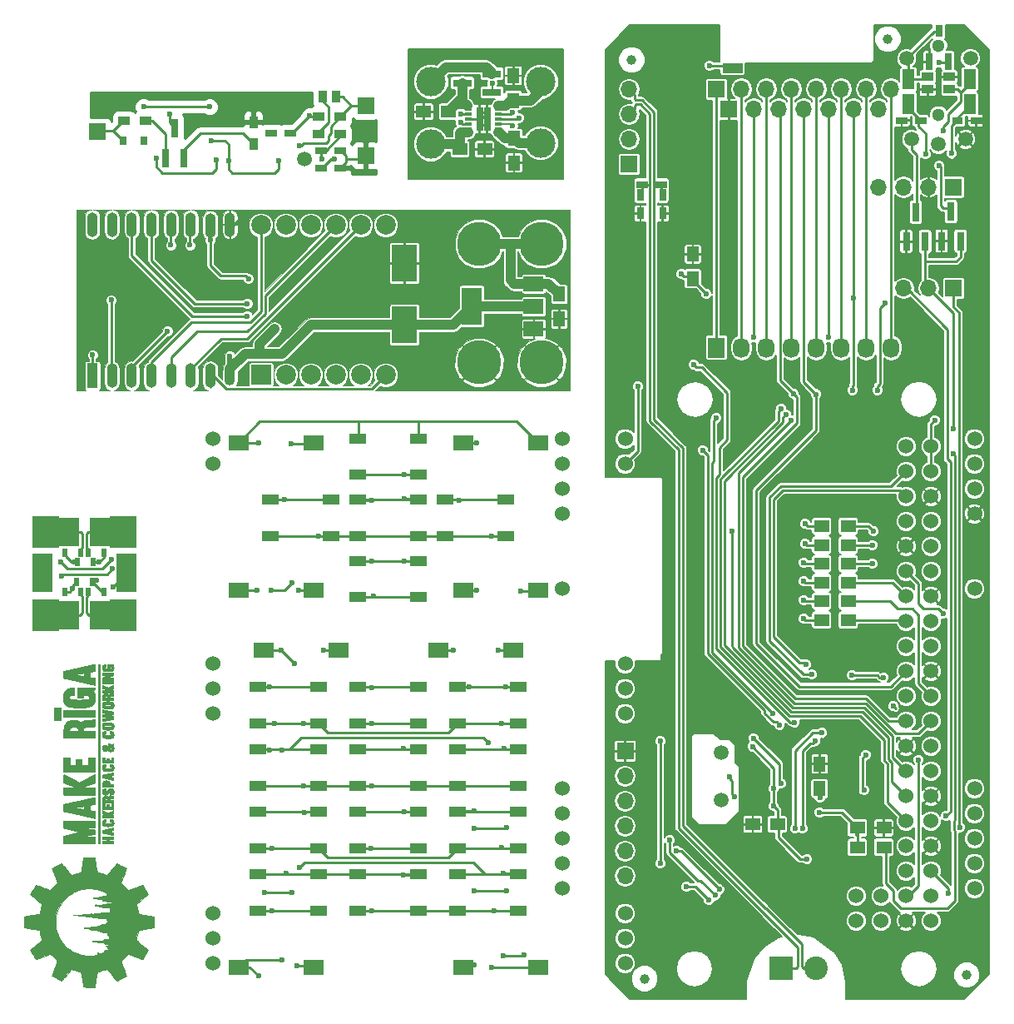
<source format=gtl>
%MOIN*%
%OFA0B0*%
%FSLAX46Y46*%
%IPPOS*%
%LPD*%
%ADD10C,0.0078740157480314977*%
%ADD11R,0.059055118110236227X0.049212598425196853*%
%ADD12R,0.049212598425196853X0.059055118110236227*%
%ADD13R,0.074803149606299218X0.031496062992125991*%
%ADD14R,0.025590551181102365X0.011811023622047244*%
%ADD15R,0.030511811023622049X0.048818897637795275*%
%ADD16C,0.11811023622047245*%
%ADD17C,0.023622047244094488*%
%ADD18C,0.00984251968503937*%
%ADD19C,0.03937007874015748*%
%ADD30C,0.0039370078740157488*%
%ADD31C,0.03937007874015748*%
%ADD32R,0.059055118110236227X0.051181102362204731*%
%ADD33R,0.068X0.08*%
%ADD34O,0.068X0.08*%
%ADD35R,0.066929133858267723X0.066929133858267723*%
%ADD36O,0.066929133858267723X0.066929133858267723*%
%ADD37C,0.094488188976377951*%
%ADD38R,0.094488188976377951X0.094488188976377951*%
%ADD39C,0.059055118110236227*%
%ADD40R,0.07874015748031496X0.03937007874015748*%
%ADD41R,0.049212598425196853X0.059055118110236227*%
%ADD42R,0.049212598425196853X0.07874015748031496*%
%ADD43R,0.043307086614173235X0.029527559055118113*%
%ADD44R,0.047244094488188976X0.029527559055118113*%
%ADD45R,0.059055118110236227X0.049212598425196853*%
%ADD46R,0.029527559055118113X0.047244094488188976*%
%ADD47R,0.047244094488188976X0.035433070866141732*%
%ADD48C,0.060000000000000005*%
%ADD49R,0.031496062992125991X0.074803149606299218*%
%ADD50R,0.031496062992125991X0.066929133858267723*%
%ADD51R,0.031496062992125991X0.051181102362204731*%
%ADD52C,0.051181102362204731*%
%ADD53C,0.023622047244094488*%
%ADD54C,0.00984251968503937*%
%ADD55C,0.0078740157480314977*%
%ADD66C,0.0039370078740157488*%
%ADD67R,0.070866141732283464X0.043307086614173235*%
%ADD68R,0.07874015748031496X0.062992125984251982*%
%ADD69C,0.060000000000000005*%
%ADD70C,0.023622047244094488*%
%ADD71C,0.00984251968503937*%
%ADD82C,0.0078740157480314977*%
%ADD83C,0.00039370078740157485*%
%ADD94C,0.0039370078740157488*%
%ADD95R,0.10629921259842522X0.12598425196850396*%
%ADD96R,0.07874015748031496X0.15748031496062992*%
%ADD97R,0.11811023622047245X0.11811023622047245*%
%ADD98R,0.01968503937007874X0.033464566929133861*%
%ADD99C,0.023622047244094488*%
%ADD100C,0.00984251968503937*%
%ADD111C,0.0078740157480314977*%
%ADD112R,0.08X0.08*%
%ADD113C,0.07874015748031496*%
%ADD114R,0.07874015748031496X0.14960629921259844*%
%ADD115R,0.07874015748031496X0.059055118110236227*%
%ADD116R,0.043307086614173235X0.0984251968503937*%
%ADD117O,0.043307086614173235X0.0984251968503937*%
%ADD118O,0.043307086614173235X0.07874015748031496*%
%ADD119R,0.049212598425196853X0.059055118110236227*%
%ADD120R,0.0984251968503937X0.14763779527559057*%
%ADD121C,0.17720000000000002*%
%ADD122C,0.023622047244094488*%
%ADD123C,0.00984251968503937*%
%ADD124C,0.03937007874015748*%
%ADD125C,0.01968503937007874*%
%ADD126C,0.0039370078740157488*%
%ADD137C,0.0039370078740157488*%
%ADD138R,0.047244094488188976X0.029527559055118113*%
%ADD139R,0.031496062992125991X0.035433070866141732*%
%ADD140R,0.031496062992125991X0.074803149606299218*%
%ADD141R,0.047244094488188976X0.035433070866141732*%
%ADD142R,0.035433070866141732X0.047244094488188976*%
%ADD143C,0.059055118110236227*%
%ADD144R,0.038188976377952759X0.05*%
%ADD145R,0.066929133858267723X0.066929133858267723*%
%ADD146C,0.023622047244094488*%
%ADD147C,0.00984251968503937*%
%ADD148C,0.01*%
%LPD*%
G01G01G01G01*
D10*
D11*
X-0003740157Y0007086613D02*
X0001635629Y0003571613D03*
X0001734055Y0003571613D03*
X0001879055Y0003421614D03*
X0001780629Y0003421614D03*
D12*
X0001994842Y0003715826D03*
X0001994842Y0003617400D03*
X0001997342Y0003366614D03*
X0001997342Y0003465039D03*
D13*
X0001908897Y0003649212D03*
X0001908897Y0003724015D03*
X0001790786Y0003686614D03*
D14*
X0001813562Y0003581573D03*
X0001813562Y0003561889D03*
X0001813562Y0003542204D03*
X0001813562Y0003522519D03*
X0001813562Y0003502834D03*
X0001935610Y0003502834D03*
X0001935610Y0003522519D03*
X0001935610Y0003542204D03*
X0001935610Y0003561889D03*
X0001935610Y0003581573D03*
D15*
X0001889842Y0003517795D03*
X0001889842Y0003566614D03*
X0001859329Y0003517795D03*
X0001859329Y0003566614D03*
D16*
X0001664842Y0003691613D03*
X0001664842Y0003441614D03*
X0002104842Y0003691613D03*
X0002104842Y0003446614D03*
D17*
X0001874842Y0003611614D03*
X0001909891Y0003684658D03*
X0001992342Y0003516614D03*
X0001784842Y0003561614D03*
X0001782736Y0003528401D03*
X0002017342Y0003546614D03*
X0001992342Y0003568188D03*
D18*
X0001855639Y0003614114D02*
X0001847342Y0003614114D01*
X0001874842Y0003611614D02*
X0001858139Y0003611614D01*
X0001858139Y0003611614D02*
X0001855639Y0003614114D01*
X0001813562Y0003542204D02*
X0001865433Y0003542204D01*
X0001865433Y0003542204D02*
X0001889842Y0003566614D01*
X0001813562Y0003581573D02*
X0001813562Y0003597322D01*
X0001813562Y0003597322D02*
X0001809901Y0003600984D01*
X0001809901Y0003600984D02*
X0001803740Y0003600984D01*
D19*
X0001734055Y0003571613D02*
X0001763425Y0003600984D01*
X0001763425Y0003600984D02*
X0001803740Y0003600984D01*
X0001803740Y0003600984D02*
X0001809370Y0003595354D01*
X0001790786Y0003686614D02*
X0001790786Y0003628346D01*
X0001790786Y0003628346D02*
X0001734055Y0003571613D01*
D18*
X0001813562Y0003502834D02*
X0001813562Y0003489055D01*
D19*
X0001780629Y0003421614D02*
X0001780629Y0003485590D01*
X0001780629Y0003485590D02*
X0001784094Y0003489055D01*
X0001784094Y0003489055D02*
X0001813562Y0003489055D01*
X0001664842Y0003441614D02*
X0001760629Y0003441614D01*
X0001760629Y0003441614D02*
X0001780629Y0003421614D01*
D18*
X0001935610Y0003581573D02*
X0001958247Y0003581573D01*
X0001958247Y0003581573D02*
X0001963582Y0003586909D01*
X0001963582Y0003586909D02*
X0001963582Y0003595354D01*
D19*
X0001994842Y0003617400D02*
X0001985629Y0003617400D01*
X0001985629Y0003617400D02*
X0001963582Y0003595354D01*
X0001963582Y0003595354D02*
X0001935610Y0003595354D01*
X0002104842Y0003656614D02*
X0002065629Y0003617400D01*
X0002065629Y0003617400D02*
X0001994842Y0003617400D01*
X0002104842Y0003691613D02*
X0002104842Y0003656614D01*
D18*
X0001935610Y0003502834D02*
X0001935610Y0003490846D01*
X0001935610Y0003490846D02*
X0001937401Y0003489055D01*
D19*
X0001997342Y0003465039D02*
X0001961417Y0003465039D01*
X0002104842Y0003446614D02*
X0002015766Y0003446614D01*
X0002015766Y0003446614D02*
X0001997342Y0003465039D01*
X0001937401Y0003489055D02*
X0001935610Y0003489055D01*
X0001961417Y0003465039D02*
X0001937401Y0003489055D01*
D10*
X0001909891Y0003684658D02*
X0001909891Y0003650206D01*
X0001909891Y0003650206D02*
X0001908897Y0003649212D01*
X0001935610Y0003522519D02*
X0001986437Y0003522519D01*
X0001986437Y0003522519D02*
X0001992342Y0003516614D01*
D19*
X0001885787Y0003750669D02*
X0001908897Y0003727559D01*
X0001908897Y0003727559D02*
X0001908897Y0003724015D01*
X0001664842Y0003691613D02*
X0001723896Y0003750669D01*
X0001723896Y0003750669D02*
X0001885787Y0003750669D01*
D18*
X0001813562Y0003561889D02*
X0001785118Y0003561889D01*
X0001785118Y0003561889D02*
X0001784842Y0003561614D01*
X0001813562Y0003522519D02*
X0001788618Y0003522519D01*
X0001788618Y0003522519D02*
X0001782736Y0003528401D01*
X0001935610Y0003542204D02*
X0002012932Y0003542204D01*
X0002012932Y0003542204D02*
X0002017342Y0003546614D01*
X0001935610Y0003561889D02*
X0001986043Y0003561889D01*
X0001986043Y0003561889D02*
X0001992342Y0003568188D01*
D10*
G36*
X0002195078Y0003301377D02*
X0001574606Y0003301377D01*
X0001574606Y0003362677D01*
X0001960925Y0003362677D01*
X0001960925Y0003334737D01*
X0001962723Y0003330396D01*
X0001966045Y0003327073D01*
X0001970386Y0003325275D01*
X0001993405Y0003325275D01*
X0001996358Y0003328228D01*
X0001996358Y0003365629D01*
X0001998326Y0003365629D01*
X0001998326Y0003328228D01*
X0002001278Y0003325275D01*
X0002024298Y0003325275D01*
X0002028639Y0003327073D01*
X0002031961Y0003330396D01*
X0002033758Y0003334737D01*
X0002033758Y0003362677D01*
X0002030806Y0003365629D01*
X0001998326Y0003365629D01*
X0001996358Y0003365629D01*
X0001963877Y0003365629D01*
X0001960925Y0003362677D01*
X0001574606Y0003362677D01*
X0001574606Y0003427579D01*
X0001593964Y0003427579D01*
X0001604730Y0003401524D01*
X0001624647Y0003381571D01*
X0001650683Y0003370760D01*
X0001678876Y0003370735D01*
X0001704932Y0003381501D01*
X0001724884Y0003401419D01*
X0001728496Y0003410118D01*
X0001739059Y0003410118D01*
X0001739059Y0003397007D01*
X0001739883Y0003392629D01*
X0001742470Y0003388611D01*
X0001746417Y0003385914D01*
X0001751102Y0003384965D01*
X0001810157Y0003384965D01*
X0001814534Y0003385788D01*
X0001818554Y0003388375D01*
X0001821251Y0003392322D01*
X0001822199Y0003397007D01*
X0001822199Y0003417677D01*
X0001837716Y0003417677D01*
X0001837716Y0003394658D01*
X0001839514Y0003390317D01*
X0001842837Y0003386993D01*
X0001847177Y0003385196D01*
X0001875117Y0003385196D01*
X0001878070Y0003388149D01*
X0001878070Y0003420629D01*
X0001880039Y0003420629D01*
X0001880039Y0003388149D01*
X0001882991Y0003385196D01*
X0001910931Y0003385196D01*
X0001915273Y0003386993D01*
X0001918595Y0003390317D01*
X0001920393Y0003394658D01*
X0001920393Y0003398491D01*
X0001960925Y0003398491D01*
X0001960925Y0003370551D01*
X0001963877Y0003367598D01*
X0001996358Y0003367598D01*
X0001996358Y0003405000D01*
X0001998326Y0003405000D01*
X0001998326Y0003367598D01*
X0002030806Y0003367598D01*
X0002033758Y0003370551D01*
X0002033758Y0003398491D01*
X0002031961Y0003402832D01*
X0002028639Y0003406154D01*
X0002024298Y0003407952D01*
X0002001278Y0003407952D01*
X0001998326Y0003405000D01*
X0001996358Y0003405000D01*
X0001993405Y0003407952D01*
X0001970386Y0003407952D01*
X0001966045Y0003406154D01*
X0001962723Y0003402832D01*
X0001960925Y0003398491D01*
X0001920393Y0003398491D01*
X0001920393Y0003417677D01*
X0001917440Y0003420629D01*
X0001880039Y0003420629D01*
X0001878070Y0003420629D01*
X0001840669Y0003420629D01*
X0001837716Y0003417677D01*
X0001822199Y0003417677D01*
X0001822199Y0003446220D01*
X0001821757Y0003448569D01*
X0001837716Y0003448569D01*
X0001837716Y0003425550D01*
X0001840669Y0003422598D01*
X0001878070Y0003422598D01*
X0001878070Y0003455078D01*
X0001880039Y0003455078D01*
X0001880039Y0003422598D01*
X0001917440Y0003422598D01*
X0001920393Y0003425550D01*
X0001920393Y0003448569D01*
X0001918595Y0003452910D01*
X0001915273Y0003456232D01*
X0001910931Y0003458031D01*
X0001882991Y0003458031D01*
X0001880039Y0003455078D01*
X0001878070Y0003455078D01*
X0001875117Y0003458031D01*
X0001847177Y0003458031D01*
X0001842837Y0003456232D01*
X0001839514Y0003452910D01*
X0001837716Y0003448569D01*
X0001821757Y0003448569D01*
X0001821376Y0003450596D01*
X0001818789Y0003454617D01*
X0001814841Y0003457314D01*
X0001813598Y0003457566D01*
X0001825615Y0003459956D01*
X0001835834Y0003466784D01*
X0001842661Y0003477001D01*
X0001843571Y0003481574D01*
X0001855393Y0003481574D01*
X0001858346Y0003484527D01*
X0001858346Y0003516811D01*
X0001860313Y0003516811D01*
X0001860313Y0003484527D01*
X0001863267Y0003481574D01*
X0001885905Y0003481574D01*
X0001888858Y0003484527D01*
X0001888858Y0003516811D01*
X0001860313Y0003516811D01*
X0001858346Y0003516811D01*
X0001857558Y0003516811D01*
X0001857558Y0003518779D01*
X0001858346Y0003518779D01*
X0001858346Y0003565629D01*
X0001860313Y0003565629D01*
X0001860313Y0003518779D01*
X0001888858Y0003518779D01*
X0001888858Y0003565629D01*
X0001860313Y0003565629D01*
X0001858346Y0003565629D01*
X0001857558Y0003565629D01*
X0001857558Y0003567598D01*
X0001858346Y0003567598D01*
X0001858346Y0003599881D01*
X0001860313Y0003599881D01*
X0001860313Y0003567598D01*
X0001888858Y0003567598D01*
X0001888858Y0003599881D01*
X0001885905Y0003602834D01*
X0001863267Y0003602834D01*
X0001860313Y0003599881D01*
X0001858346Y0003599881D01*
X0001855393Y0003602834D01*
X0001841725Y0003602834D01*
X0001839556Y0003601936D01*
X0001838468Y0003607407D01*
X0001831641Y0003617625D01*
X0001826011Y0003623255D01*
X0001821826Y0003626051D01*
X0001822283Y0003628346D01*
X0001822283Y0003658823D01*
X0001828188Y0003658823D01*
X0001832565Y0003659647D01*
X0001836585Y0003662234D01*
X0001839282Y0003666180D01*
X0001840231Y0003670866D01*
X0001840231Y0003702362D01*
X0001839406Y0003706739D01*
X0001836821Y0003710759D01*
X0001832874Y0003713455D01*
X0001828188Y0003714404D01*
X0001804798Y0003714404D01*
X0001802840Y0003715712D01*
X0001790786Y0003718110D01*
X0001778734Y0003715712D01*
X0001776776Y0003714404D01*
X0001753385Y0003714404D01*
X0001749008Y0003713580D01*
X0001744989Y0003710994D01*
X0001742292Y0003707047D01*
X0001741343Y0003702362D01*
X0001741343Y0003670866D01*
X0001742167Y0003666489D01*
X0001744753Y0003662469D01*
X0001748700Y0003659772D01*
X0001753385Y0003658823D01*
X0001759291Y0003658823D01*
X0001759291Y0003641392D01*
X0001741154Y0003623255D01*
X0001726161Y0003608262D01*
X0001704526Y0003608262D01*
X0001700150Y0003607439D01*
X0001696130Y0003604852D01*
X0001693433Y0003600905D01*
X0001692484Y0003596220D01*
X0001692484Y0003547007D01*
X0001693308Y0003542630D01*
X0001695894Y0003538611D01*
X0001699842Y0003535914D01*
X0001704526Y0003534965D01*
X0001759883Y0003534965D01*
X0001759118Y0003533121D01*
X0001759110Y0003523723D01*
X0001762698Y0003515038D01*
X0001764571Y0003513162D01*
X0001761823Y0003511326D01*
X0001758358Y0003507861D01*
X0001751531Y0003497643D01*
X0001749133Y0003485590D01*
X0001749133Y0003473110D01*
X0001728505Y0003473110D01*
X0001724954Y0003481704D01*
X0001705037Y0003501656D01*
X0001679000Y0003512467D01*
X0001650807Y0003512492D01*
X0001624752Y0003501726D01*
X0001604800Y0003481809D01*
X0001593988Y0003455771D01*
X0001593964Y0003427579D01*
X0001574606Y0003427579D01*
X0001574606Y0003567676D01*
X0001594291Y0003567676D01*
X0001594291Y0003544658D01*
X0001596089Y0003540316D01*
X0001599411Y0003536994D01*
X0001603752Y0003535196D01*
X0001631692Y0003535196D01*
X0001634645Y0003538149D01*
X0001634645Y0003570628D01*
X0001636614Y0003570628D01*
X0001636614Y0003538149D01*
X0001639566Y0003535196D01*
X0001667506Y0003535196D01*
X0001671847Y0003536994D01*
X0001675170Y0003540316D01*
X0001676968Y0003544658D01*
X0001676968Y0003567676D01*
X0001674015Y0003570628D01*
X0001636614Y0003570628D01*
X0001634645Y0003570628D01*
X0001597244Y0003570628D01*
X0001594291Y0003567676D01*
X0001574606Y0003567676D01*
X0001574606Y0003598568D01*
X0001594291Y0003598568D01*
X0001594291Y0003575551D01*
X0001597244Y0003572598D01*
X0001634645Y0003572598D01*
X0001634645Y0003605078D01*
X0001636614Y0003605078D01*
X0001636614Y0003572598D01*
X0001674015Y0003572598D01*
X0001676968Y0003575551D01*
X0001676968Y0003598568D01*
X0001675170Y0003602910D01*
X0001671847Y0003606233D01*
X0001667506Y0003608031D01*
X0001639566Y0003608031D01*
X0001636614Y0003605078D01*
X0001634645Y0003605078D01*
X0001631692Y0003608031D01*
X0001603752Y0003608031D01*
X0001599411Y0003606233D01*
X0001596089Y0003602910D01*
X0001594291Y0003598568D01*
X0001574606Y0003598568D01*
X0001574606Y0003677579D01*
X0001593964Y0003677579D01*
X0001604730Y0003651524D01*
X0001624647Y0003631571D01*
X0001650683Y0003620760D01*
X0001678876Y0003620735D01*
X0001704932Y0003631501D01*
X0001724884Y0003651419D01*
X0001735696Y0003677456D01*
X0001735720Y0003705648D01*
X0001732124Y0003714352D01*
X0001736943Y0003719173D01*
X0001859452Y0003719173D01*
X0001859452Y0003708267D01*
X0001860277Y0003703889D01*
X0001862863Y0003699870D01*
X0001866809Y0003697174D01*
X0001871496Y0003696225D01*
X0001889117Y0003696225D01*
X0001886273Y0003689377D01*
X0001886265Y0003679980D01*
X0001887495Y0003677002D01*
X0001871496Y0003677002D01*
X0001867119Y0003676179D01*
X0001863099Y0003673591D01*
X0001860402Y0003669644D01*
X0001859452Y0003664960D01*
X0001859452Y0003633464D01*
X0001860277Y0003629087D01*
X0001862863Y0003625067D01*
X0001866809Y0003622370D01*
X0001871496Y0003621422D01*
X0001919021Y0003621422D01*
X0001913339Y0003617625D01*
X0001906511Y0003607407D01*
X0001905602Y0003602834D01*
X0001893778Y0003602834D01*
X0001890826Y0003599881D01*
X0001890826Y0003567598D01*
X0001891614Y0003567598D01*
X0001891614Y0003565629D01*
X0001890826Y0003565629D01*
X0001890826Y0003518779D01*
X0001891614Y0003518779D01*
X0001891614Y0003516811D01*
X0001890826Y0003516811D01*
X0001890826Y0003484527D01*
X0001893778Y0003481574D01*
X0001905602Y0003481574D01*
X0001906511Y0003477001D01*
X0001913339Y0003466784D01*
X0001918737Y0003463176D01*
X0001939146Y0003442768D01*
X0001949363Y0003435940D01*
X0001961050Y0003433616D01*
X0001961516Y0003431134D01*
X0001964104Y0003427115D01*
X0001968051Y0003424418D01*
X0001972736Y0003423469D01*
X0001994804Y0003423469D01*
X0002003714Y0003417515D01*
X0002015766Y0003415118D01*
X0002041179Y0003415118D01*
X0002044730Y0003406524D01*
X0002064647Y0003386571D01*
X0002090684Y0003375760D01*
X0002118876Y0003375735D01*
X0002144932Y0003386501D01*
X0002164884Y0003406419D01*
X0002175696Y0003432456D01*
X0002175720Y0003460648D01*
X0002164954Y0003486704D01*
X0002145037Y0003506656D01*
X0002119000Y0003517467D01*
X0002090808Y0003517492D01*
X0002064752Y0003506726D01*
X0002044800Y0003486809D01*
X0002041188Y0003478110D01*
X0002033990Y0003478110D01*
X0002033990Y0003494566D01*
X0002033167Y0003498942D01*
X0002030580Y0003502963D01*
X0002026633Y0003505660D01*
X0002021948Y0003506609D01*
X0002013764Y0003506609D01*
X0002015960Y0003511894D01*
X0002015968Y0003521292D01*
X0002015264Y0003522993D01*
X0002022020Y0003522988D01*
X0002030705Y0003526576D01*
X0002037356Y0003533215D01*
X0002040960Y0003541893D01*
X0002040968Y0003551292D01*
X0002037379Y0003559976D01*
X0002030740Y0003566628D01*
X0002022061Y0003570232D01*
X0002015966Y0003570237D01*
X0002015968Y0003572867D01*
X0002014743Y0003575831D01*
X0002019448Y0003575831D01*
X0002023825Y0003576655D01*
X0002027845Y0003579241D01*
X0002030542Y0003583188D01*
X0002031092Y0003585905D01*
X0002065629Y0003585905D01*
X0002077681Y0003588302D01*
X0002087899Y0003595129D01*
X0002113510Y0003620740D01*
X0002118876Y0003620735D01*
X0002144932Y0003631501D01*
X0002164884Y0003651419D01*
X0002175696Y0003677456D01*
X0002175720Y0003705648D01*
X0002164954Y0003731704D01*
X0002145037Y0003751656D01*
X0002119000Y0003762467D01*
X0002090808Y0003762492D01*
X0002064752Y0003751726D01*
X0002044800Y0003731808D01*
X0002033988Y0003705772D01*
X0002033964Y0003677579D01*
X0002044730Y0003651524D01*
X0002047352Y0003648897D01*
X0002031120Y0003648897D01*
X0002030667Y0003651306D01*
X0002028080Y0003655325D01*
X0002024133Y0003658022D01*
X0002019448Y0003658971D01*
X0001970236Y0003658971D01*
X0001965859Y0003658147D01*
X0001961839Y0003655561D01*
X0001959142Y0003651614D01*
X0001958341Y0003647658D01*
X0001958341Y0003664960D01*
X0001957517Y0003669337D01*
X0001954930Y0003673357D01*
X0001950984Y0003676054D01*
X0001946299Y0003677002D01*
X0001932290Y0003677002D01*
X0001933509Y0003679938D01*
X0001933518Y0003689336D01*
X0001930671Y0003696225D01*
X0001946299Y0003696225D01*
X0001950676Y0003697048D01*
X0001954696Y0003699635D01*
X0001957392Y0003703582D01*
X0001958341Y0003708267D01*
X0001958341Y0003711889D01*
X0001958425Y0003711889D01*
X0001958425Y0003683949D01*
X0001960223Y0003679608D01*
X0001963545Y0003676286D01*
X0001967886Y0003674488D01*
X0001990905Y0003674488D01*
X0001993858Y0003677440D01*
X0001993858Y0003714841D01*
X0001995826Y0003714841D01*
X0001995826Y0003677440D01*
X0001998779Y0003674488D01*
X0002021798Y0003674488D01*
X0002026139Y0003676286D01*
X0002029461Y0003679608D01*
X0002031259Y0003683949D01*
X0002031259Y0003711889D01*
X0002028306Y0003714841D01*
X0001995826Y0003714841D01*
X0001993858Y0003714841D01*
X0001961377Y0003714841D01*
X0001958425Y0003711889D01*
X0001958341Y0003711889D01*
X0001958341Y0003739763D01*
X0001957517Y0003744140D01*
X0001955225Y0003747703D01*
X0001958425Y0003747703D01*
X0001958425Y0003719763D01*
X0001961377Y0003716811D01*
X0001993858Y0003716811D01*
X0001993858Y0003754212D01*
X0001995826Y0003754212D01*
X0001995826Y0003716811D01*
X0002028306Y0003716811D01*
X0002031259Y0003719763D01*
X0002031259Y0003747703D01*
X0002029461Y0003752044D01*
X0002026139Y0003755367D01*
X0002021798Y0003757165D01*
X0001998779Y0003757165D01*
X0001995826Y0003754212D01*
X0001993858Y0003754212D01*
X0001990905Y0003757165D01*
X0001967886Y0003757165D01*
X0001963545Y0003755367D01*
X0001960223Y0003752044D01*
X0001958425Y0003747703D01*
X0001955225Y0003747703D01*
X0001954930Y0003748160D01*
X0001950984Y0003750857D01*
X0001946299Y0003751805D01*
X0001929192Y0003751805D01*
X0001908058Y0003772939D01*
X0001897840Y0003779767D01*
X0001885787Y0003782165D01*
X0001723896Y0003782165D01*
X0001711844Y0003779767D01*
X0001701626Y0003772939D01*
X0001687588Y0003758902D01*
X0001679000Y0003762467D01*
X0001650807Y0003762492D01*
X0001624752Y0003751726D01*
X0001604800Y0003731808D01*
X0001593988Y0003705772D01*
X0001593964Y0003677579D01*
X0001574606Y0003677579D01*
X0001574606Y0003821850D01*
X0002195078Y0003821850D01*
X0002195078Y0003301377D01*
X0002195078Y0003301377D01*
G37*
X0002195078Y0003301377D02*
X0001574606Y0003301377D01*
X0001574606Y0003362677D01*
X0001960925Y0003362677D01*
X0001960925Y0003334737D01*
X0001962723Y0003330396D01*
X0001966045Y0003327073D01*
X0001970386Y0003325275D01*
X0001993405Y0003325275D01*
X0001996358Y0003328228D01*
X0001996358Y0003365629D01*
X0001998326Y0003365629D01*
X0001998326Y0003328228D01*
X0002001278Y0003325275D01*
X0002024298Y0003325275D01*
X0002028639Y0003327073D01*
X0002031961Y0003330396D01*
X0002033758Y0003334737D01*
X0002033758Y0003362677D01*
X0002030806Y0003365629D01*
X0001998326Y0003365629D01*
X0001996358Y0003365629D01*
X0001963877Y0003365629D01*
X0001960925Y0003362677D01*
X0001574606Y0003362677D01*
X0001574606Y0003427579D01*
X0001593964Y0003427579D01*
X0001604730Y0003401524D01*
X0001624647Y0003381571D01*
X0001650683Y0003370760D01*
X0001678876Y0003370735D01*
X0001704932Y0003381501D01*
X0001724884Y0003401419D01*
X0001728496Y0003410118D01*
X0001739059Y0003410118D01*
X0001739059Y0003397007D01*
X0001739883Y0003392629D01*
X0001742470Y0003388611D01*
X0001746417Y0003385914D01*
X0001751102Y0003384965D01*
X0001810157Y0003384965D01*
X0001814534Y0003385788D01*
X0001818554Y0003388375D01*
X0001821251Y0003392322D01*
X0001822199Y0003397007D01*
X0001822199Y0003417677D01*
X0001837716Y0003417677D01*
X0001837716Y0003394658D01*
X0001839514Y0003390317D01*
X0001842837Y0003386993D01*
X0001847177Y0003385196D01*
X0001875117Y0003385196D01*
X0001878070Y0003388149D01*
X0001878070Y0003420629D01*
X0001880039Y0003420629D01*
X0001880039Y0003388149D01*
X0001882991Y0003385196D01*
X0001910931Y0003385196D01*
X0001915273Y0003386993D01*
X0001918595Y0003390317D01*
X0001920393Y0003394658D01*
X0001920393Y0003398491D01*
X0001960925Y0003398491D01*
X0001960925Y0003370551D01*
X0001963877Y0003367598D01*
X0001996358Y0003367598D01*
X0001996358Y0003405000D01*
X0001998326Y0003405000D01*
X0001998326Y0003367598D01*
X0002030806Y0003367598D01*
X0002033758Y0003370551D01*
X0002033758Y0003398491D01*
X0002031961Y0003402832D01*
X0002028639Y0003406154D01*
X0002024298Y0003407952D01*
X0002001278Y0003407952D01*
X0001998326Y0003405000D01*
X0001996358Y0003405000D01*
X0001993405Y0003407952D01*
X0001970386Y0003407952D01*
X0001966045Y0003406154D01*
X0001962723Y0003402832D01*
X0001960925Y0003398491D01*
X0001920393Y0003398491D01*
X0001920393Y0003417677D01*
X0001917440Y0003420629D01*
X0001880039Y0003420629D01*
X0001878070Y0003420629D01*
X0001840669Y0003420629D01*
X0001837716Y0003417677D01*
X0001822199Y0003417677D01*
X0001822199Y0003446220D01*
X0001821757Y0003448569D01*
X0001837716Y0003448569D01*
X0001837716Y0003425550D01*
X0001840669Y0003422598D01*
X0001878070Y0003422598D01*
X0001878070Y0003455078D01*
X0001880039Y0003455078D01*
X0001880039Y0003422598D01*
X0001917440Y0003422598D01*
X0001920393Y0003425550D01*
X0001920393Y0003448569D01*
X0001918595Y0003452910D01*
X0001915273Y0003456232D01*
X0001910931Y0003458031D01*
X0001882991Y0003458031D01*
X0001880039Y0003455078D01*
X0001878070Y0003455078D01*
X0001875117Y0003458031D01*
X0001847177Y0003458031D01*
X0001842837Y0003456232D01*
X0001839514Y0003452910D01*
X0001837716Y0003448569D01*
X0001821757Y0003448569D01*
X0001821376Y0003450596D01*
X0001818789Y0003454617D01*
X0001814841Y0003457314D01*
X0001813598Y0003457566D01*
X0001825615Y0003459956D01*
X0001835834Y0003466784D01*
X0001842661Y0003477001D01*
X0001843571Y0003481574D01*
X0001855393Y0003481574D01*
X0001858346Y0003484527D01*
X0001858346Y0003516811D01*
X0001860313Y0003516811D01*
X0001860313Y0003484527D01*
X0001863267Y0003481574D01*
X0001885905Y0003481574D01*
X0001888858Y0003484527D01*
X0001888858Y0003516811D01*
X0001860313Y0003516811D01*
X0001858346Y0003516811D01*
X0001857558Y0003516811D01*
X0001857558Y0003518779D01*
X0001858346Y0003518779D01*
X0001858346Y0003565629D01*
X0001860313Y0003565629D01*
X0001860313Y0003518779D01*
X0001888858Y0003518779D01*
X0001888858Y0003565629D01*
X0001860313Y0003565629D01*
X0001858346Y0003565629D01*
X0001857558Y0003565629D01*
X0001857558Y0003567598D01*
X0001858346Y0003567598D01*
X0001858346Y0003599881D01*
X0001860313Y0003599881D01*
X0001860313Y0003567598D01*
X0001888858Y0003567598D01*
X0001888858Y0003599881D01*
X0001885905Y0003602834D01*
X0001863267Y0003602834D01*
X0001860313Y0003599881D01*
X0001858346Y0003599881D01*
X0001855393Y0003602834D01*
X0001841725Y0003602834D01*
X0001839556Y0003601936D01*
X0001838468Y0003607407D01*
X0001831641Y0003617625D01*
X0001826011Y0003623255D01*
X0001821826Y0003626051D01*
X0001822283Y0003628346D01*
X0001822283Y0003658823D01*
X0001828188Y0003658823D01*
X0001832565Y0003659647D01*
X0001836585Y0003662234D01*
X0001839282Y0003666180D01*
X0001840231Y0003670866D01*
X0001840231Y0003702362D01*
X0001839406Y0003706739D01*
X0001836821Y0003710759D01*
X0001832874Y0003713455D01*
X0001828188Y0003714404D01*
X0001804798Y0003714404D01*
X0001802840Y0003715712D01*
X0001790786Y0003718110D01*
X0001778734Y0003715712D01*
X0001776776Y0003714404D01*
X0001753385Y0003714404D01*
X0001749008Y0003713580D01*
X0001744989Y0003710994D01*
X0001742292Y0003707047D01*
X0001741343Y0003702362D01*
X0001741343Y0003670866D01*
X0001742167Y0003666489D01*
X0001744753Y0003662469D01*
X0001748700Y0003659772D01*
X0001753385Y0003658823D01*
X0001759291Y0003658823D01*
X0001759291Y0003641392D01*
X0001741154Y0003623255D01*
X0001726161Y0003608262D01*
X0001704526Y0003608262D01*
X0001700150Y0003607439D01*
X0001696130Y0003604852D01*
X0001693433Y0003600905D01*
X0001692484Y0003596220D01*
X0001692484Y0003547007D01*
X0001693308Y0003542630D01*
X0001695894Y0003538611D01*
X0001699842Y0003535914D01*
X0001704526Y0003534965D01*
X0001759883Y0003534965D01*
X0001759118Y0003533121D01*
X0001759110Y0003523723D01*
X0001762698Y0003515038D01*
X0001764571Y0003513162D01*
X0001761823Y0003511326D01*
X0001758358Y0003507861D01*
X0001751531Y0003497643D01*
X0001749133Y0003485590D01*
X0001749133Y0003473110D01*
X0001728505Y0003473110D01*
X0001724954Y0003481704D01*
X0001705037Y0003501656D01*
X0001679000Y0003512467D01*
X0001650807Y0003512492D01*
X0001624752Y0003501726D01*
X0001604800Y0003481809D01*
X0001593988Y0003455771D01*
X0001593964Y0003427579D01*
X0001574606Y0003427579D01*
X0001574606Y0003567676D01*
X0001594291Y0003567676D01*
X0001594291Y0003544658D01*
X0001596089Y0003540316D01*
X0001599411Y0003536994D01*
X0001603752Y0003535196D01*
X0001631692Y0003535196D01*
X0001634645Y0003538149D01*
X0001634645Y0003570628D01*
X0001636614Y0003570628D01*
X0001636614Y0003538149D01*
X0001639566Y0003535196D01*
X0001667506Y0003535196D01*
X0001671847Y0003536994D01*
X0001675170Y0003540316D01*
X0001676968Y0003544658D01*
X0001676968Y0003567676D01*
X0001674015Y0003570628D01*
X0001636614Y0003570628D01*
X0001634645Y0003570628D01*
X0001597244Y0003570628D01*
X0001594291Y0003567676D01*
X0001574606Y0003567676D01*
X0001574606Y0003598568D01*
X0001594291Y0003598568D01*
X0001594291Y0003575551D01*
X0001597244Y0003572598D01*
X0001634645Y0003572598D01*
X0001634645Y0003605078D01*
X0001636614Y0003605078D01*
X0001636614Y0003572598D01*
X0001674015Y0003572598D01*
X0001676968Y0003575551D01*
X0001676968Y0003598568D01*
X0001675170Y0003602910D01*
X0001671847Y0003606233D01*
X0001667506Y0003608031D01*
X0001639566Y0003608031D01*
X0001636614Y0003605078D01*
X0001634645Y0003605078D01*
X0001631692Y0003608031D01*
X0001603752Y0003608031D01*
X0001599411Y0003606233D01*
X0001596089Y0003602910D01*
X0001594291Y0003598568D01*
X0001574606Y0003598568D01*
X0001574606Y0003677579D01*
X0001593964Y0003677579D01*
X0001604730Y0003651524D01*
X0001624647Y0003631571D01*
X0001650683Y0003620760D01*
X0001678876Y0003620735D01*
X0001704932Y0003631501D01*
X0001724884Y0003651419D01*
X0001735696Y0003677456D01*
X0001735720Y0003705648D01*
X0001732124Y0003714352D01*
X0001736943Y0003719173D01*
X0001859452Y0003719173D01*
X0001859452Y0003708267D01*
X0001860277Y0003703889D01*
X0001862863Y0003699870D01*
X0001866809Y0003697174D01*
X0001871496Y0003696225D01*
X0001889117Y0003696225D01*
X0001886273Y0003689377D01*
X0001886265Y0003679980D01*
X0001887495Y0003677002D01*
X0001871496Y0003677002D01*
X0001867119Y0003676179D01*
X0001863099Y0003673591D01*
X0001860402Y0003669644D01*
X0001859452Y0003664960D01*
X0001859452Y0003633464D01*
X0001860277Y0003629087D01*
X0001862863Y0003625067D01*
X0001866809Y0003622370D01*
X0001871496Y0003621422D01*
X0001919021Y0003621422D01*
X0001913339Y0003617625D01*
X0001906511Y0003607407D01*
X0001905602Y0003602834D01*
X0001893778Y0003602834D01*
X0001890826Y0003599881D01*
X0001890826Y0003567598D01*
X0001891614Y0003567598D01*
X0001891614Y0003565629D01*
X0001890826Y0003565629D01*
X0001890826Y0003518779D01*
X0001891614Y0003518779D01*
X0001891614Y0003516811D01*
X0001890826Y0003516811D01*
X0001890826Y0003484527D01*
X0001893778Y0003481574D01*
X0001905602Y0003481574D01*
X0001906511Y0003477001D01*
X0001913339Y0003466784D01*
X0001918737Y0003463176D01*
X0001939146Y0003442768D01*
X0001949363Y0003435940D01*
X0001961050Y0003433616D01*
X0001961516Y0003431134D01*
X0001964104Y0003427115D01*
X0001968051Y0003424418D01*
X0001972736Y0003423469D01*
X0001994804Y0003423469D01*
X0002003714Y0003417515D01*
X0002015766Y0003415118D01*
X0002041179Y0003415118D01*
X0002044730Y0003406524D01*
X0002064647Y0003386571D01*
X0002090684Y0003375760D01*
X0002118876Y0003375735D01*
X0002144932Y0003386501D01*
X0002164884Y0003406419D01*
X0002175696Y0003432456D01*
X0002175720Y0003460648D01*
X0002164954Y0003486704D01*
X0002145037Y0003506656D01*
X0002119000Y0003517467D01*
X0002090808Y0003517492D01*
X0002064752Y0003506726D01*
X0002044800Y0003486809D01*
X0002041188Y0003478110D01*
X0002033990Y0003478110D01*
X0002033990Y0003494566D01*
X0002033167Y0003498942D01*
X0002030580Y0003502963D01*
X0002026633Y0003505660D01*
X0002021948Y0003506609D01*
X0002013764Y0003506609D01*
X0002015960Y0003511894D01*
X0002015968Y0003521292D01*
X0002015264Y0003522993D01*
X0002022020Y0003522988D01*
X0002030705Y0003526576D01*
X0002037356Y0003533215D01*
X0002040960Y0003541893D01*
X0002040968Y0003551292D01*
X0002037379Y0003559976D01*
X0002030740Y0003566628D01*
X0002022061Y0003570232D01*
X0002015966Y0003570237D01*
X0002015968Y0003572867D01*
X0002014743Y0003575831D01*
X0002019448Y0003575831D01*
X0002023825Y0003576655D01*
X0002027845Y0003579241D01*
X0002030542Y0003583188D01*
X0002031092Y0003585905D01*
X0002065629Y0003585905D01*
X0002077681Y0003588302D01*
X0002087899Y0003595129D01*
X0002113510Y0003620740D01*
X0002118876Y0003620735D01*
X0002144932Y0003631501D01*
X0002164884Y0003651419D01*
X0002175696Y0003677456D01*
X0002175720Y0003705648D01*
X0002164954Y0003731704D01*
X0002145037Y0003751656D01*
X0002119000Y0003762467D01*
X0002090808Y0003762492D01*
X0002064752Y0003751726D01*
X0002044800Y0003731808D01*
X0002033988Y0003705772D01*
X0002033964Y0003677579D01*
X0002044730Y0003651524D01*
X0002047352Y0003648897D01*
X0002031120Y0003648897D01*
X0002030667Y0003651306D01*
X0002028080Y0003655325D01*
X0002024133Y0003658022D01*
X0002019448Y0003658971D01*
X0001970236Y0003658971D01*
X0001965859Y0003658147D01*
X0001961839Y0003655561D01*
X0001959142Y0003651614D01*
X0001958341Y0003647658D01*
X0001958341Y0003664960D01*
X0001957517Y0003669337D01*
X0001954930Y0003673357D01*
X0001950984Y0003676054D01*
X0001946299Y0003677002D01*
X0001932290Y0003677002D01*
X0001933509Y0003679938D01*
X0001933518Y0003689336D01*
X0001930671Y0003696225D01*
X0001946299Y0003696225D01*
X0001950676Y0003697048D01*
X0001954696Y0003699635D01*
X0001957392Y0003703582D01*
X0001958341Y0003708267D01*
X0001958341Y0003711889D01*
X0001958425Y0003711889D01*
X0001958425Y0003683949D01*
X0001960223Y0003679608D01*
X0001963545Y0003676286D01*
X0001967886Y0003674488D01*
X0001990905Y0003674488D01*
X0001993858Y0003677440D01*
X0001993858Y0003714841D01*
X0001995826Y0003714841D01*
X0001995826Y0003677440D01*
X0001998779Y0003674488D01*
X0002021798Y0003674488D01*
X0002026139Y0003676286D01*
X0002029461Y0003679608D01*
X0002031259Y0003683949D01*
X0002031259Y0003711889D01*
X0002028306Y0003714841D01*
X0001995826Y0003714841D01*
X0001993858Y0003714841D01*
X0001961377Y0003714841D01*
X0001958425Y0003711889D01*
X0001958341Y0003711889D01*
X0001958341Y0003739763D01*
X0001957517Y0003744140D01*
X0001955225Y0003747703D01*
X0001958425Y0003747703D01*
X0001958425Y0003719763D01*
X0001961377Y0003716811D01*
X0001993858Y0003716811D01*
X0001993858Y0003754212D01*
X0001995826Y0003754212D01*
X0001995826Y0003716811D01*
X0002028306Y0003716811D01*
X0002031259Y0003719763D01*
X0002031259Y0003747703D01*
X0002029461Y0003752044D01*
X0002026139Y0003755367D01*
X0002021798Y0003757165D01*
X0001998779Y0003757165D01*
X0001995826Y0003754212D01*
X0001993858Y0003754212D01*
X0001990905Y0003757165D01*
X0001967886Y0003757165D01*
X0001963545Y0003755367D01*
X0001960223Y0003752044D01*
X0001958425Y0003747703D01*
X0001955225Y0003747703D01*
X0001954930Y0003748160D01*
X0001950984Y0003750857D01*
X0001946299Y0003751805D01*
X0001929192Y0003751805D01*
X0001908058Y0003772939D01*
X0001897840Y0003779767D01*
X0001885787Y0003782165D01*
X0001723896Y0003782165D01*
X0001711844Y0003779767D01*
X0001701626Y0003772939D01*
X0001687588Y0003758902D01*
X0001679000Y0003762467D01*
X0001650807Y0003762492D01*
X0001624752Y0003751726D01*
X0001604800Y0003731808D01*
X0001593988Y0003705772D01*
X0001593964Y0003677579D01*
X0001574606Y0003677579D01*
X0001574606Y0003821850D01*
X0002195078Y0003821850D01*
X0002195078Y0003301377D01*
G36*
X0001814547Y0003543188D02*
X0001815334Y0003543188D01*
X0001815334Y0003541220D01*
X0001814547Y0003541220D01*
X0001814547Y0003540467D01*
X0001812578Y0003540467D01*
X0001812578Y0003541220D01*
X0001811790Y0003541220D01*
X0001811790Y0003543188D01*
X0001812578Y0003543188D01*
X0001812578Y0003543941D01*
X0001814547Y0003543941D01*
X0001814547Y0003543188D01*
X0001814547Y0003543188D01*
G37*
X0001814547Y0003543188D02*
X0001815334Y0003543188D01*
X0001815334Y0003541220D01*
X0001814547Y0003541220D01*
X0001814547Y0003540467D01*
X0001812578Y0003540467D01*
X0001812578Y0003541220D01*
X0001811790Y0003541220D01*
X0001811790Y0003543188D01*
X0001812578Y0003543188D01*
X0001812578Y0003543941D01*
X0001814547Y0003543941D01*
X0001814547Y0003543188D01*
G01G01G01G01G01G01G01G01*
D30*
D31*
X0000708660Y0005511811D02*
X0002520661Y0000100810D03*
X0003811661Y0000114810D03*
X0003495661Y0003862811D03*
D32*
X0003373011Y0000626811D03*
X0003479311Y0000626811D03*
X0003373011Y0000704311D03*
X0003479311Y0000704311D03*
X0003336810Y0001911811D03*
X0003230511Y0001911811D03*
X0003336810Y0001836811D03*
X0003230511Y0001836811D03*
X0003336810Y0001761811D03*
X0003230511Y0001761811D03*
X0003336810Y0001686811D03*
X0003230511Y0001686811D03*
X0003336810Y0001611811D03*
X0003230511Y0001611811D03*
X0003336810Y0001536811D03*
X0003230511Y0001536811D03*
D33*
X0002808661Y0002626811D03*
D34*
X0002908661Y0002626811D03*
X0003008661Y0002626811D03*
X0003108661Y0002626811D03*
X0003208661Y0002626811D03*
X0003308661Y0002626811D03*
X0003408661Y0002626811D03*
X0003508661Y0002626811D03*
D35*
X0003758660Y0003269311D03*
D36*
X0003658661Y0003269311D03*
X0003558661Y0003269311D03*
X0003458661Y0003269311D03*
D35*
X0003758660Y0002864311D03*
D36*
X0003658661Y0002864311D03*
X0003558661Y0002864311D03*
D37*
X0003206456Y0000141811D03*
D38*
X0003068661Y0000141811D03*
D39*
X0002828661Y0001006810D03*
X0002828661Y0000814685D03*
D35*
X0002458661Y0003361811D03*
D36*
X0002458661Y0003461811D03*
X0002458661Y0003561811D03*
X0002458661Y0003661810D03*
D40*
X0002873535Y0003746811D03*
D41*
X0003222161Y0000861598D03*
X0003222161Y0000960023D03*
X0002713661Y0002902598D03*
X0002713661Y0003001023D03*
D42*
X0003822661Y0003602597D03*
X0003822661Y0003701023D03*
X0003578660Y0003701023D03*
X0003578660Y0003602597D03*
D43*
X0003774661Y0003535811D03*
D44*
X0003849464Y0003535811D03*
X0003626062Y0003536811D03*
X0003551259Y0003536811D03*
D45*
X0003052661Y0000717811D03*
X0002954236Y0000717811D03*
D46*
X0002504661Y0003164409D03*
X0002504661Y0003239212D03*
D44*
X0002511759Y0003280811D03*
X0002586562Y0003280811D03*
D46*
X0002592661Y0003239212D03*
X0002592661Y0003164409D03*
D35*
X0002808661Y0003661810D03*
D36*
X0002908661Y0003661810D03*
X0003008661Y0003661810D03*
X0003108661Y0003661810D03*
X0003208661Y0003661810D03*
X0003308661Y0003661810D03*
X0003408661Y0003661810D03*
X0003508661Y0003661810D03*
D35*
X0002442519Y0001011811D03*
D36*
X0002442519Y0000911810D03*
X0002442519Y0000811811D03*
X0002442519Y0000711811D03*
X0002442519Y0000611811D03*
X0002442519Y0000511811D03*
D35*
X0002858661Y0003581811D03*
D36*
X0002958661Y0003581811D03*
X0003058661Y0003581811D03*
X0003158661Y0003581811D03*
X0003258661Y0003581811D03*
X0003358660Y0003581811D03*
X0003458661Y0003581811D03*
D31*
X0002468661Y0003779811D03*
D47*
X0003655354Y0003661810D03*
X0003741968Y0003661810D03*
X0003655354Y0003711811D03*
X0003741968Y0003711811D03*
D48*
X0003568661Y0002231811D03*
X0003668661Y0002231811D03*
X0003568661Y0002131810D03*
X0003668661Y0002131810D03*
X0003568661Y0002031810D03*
X0003668661Y0002031810D03*
X0003568661Y0001931811D03*
X0003668661Y0001931811D03*
X0003568661Y0001831811D03*
X0003668661Y0001831811D03*
X0003568661Y0001731811D03*
X0003668661Y0001731811D03*
X0003568661Y0001631810D03*
X0003668661Y0001631810D03*
X0003568661Y0001531811D03*
X0003668661Y0001531811D03*
X0003568661Y0001431810D03*
X0003668661Y0001431810D03*
X0003568661Y0001331811D03*
X0003668661Y0001331811D03*
X0003568661Y0001231810D03*
X0003668661Y0001231810D03*
X0003568661Y0001131811D03*
X0003668661Y0001131811D03*
X0003568661Y0001031811D03*
X0003668661Y0001031811D03*
X0003568661Y0000931810D03*
X0003668661Y0000931810D03*
X0003568661Y0000831811D03*
X0003668661Y0000831811D03*
X0003568661Y0000731810D03*
X0003668661Y0000731810D03*
X0003568661Y0000631811D03*
X0003668661Y0000631811D03*
X0003568661Y0000531810D03*
X0003668661Y0000531810D03*
X0003568661Y0000431810D03*
X0003668661Y0000431810D03*
X0003568661Y0000331810D03*
X0003668661Y0000331810D03*
X0003468660Y0000431810D03*
X0003468660Y0000331810D03*
X0003368661Y0000431810D03*
X0003368661Y0000331810D03*
X0002442519Y0002162204D03*
X0002442519Y0002262204D03*
X0003842519Y0000462204D03*
X0003842519Y0000562204D03*
X0003842519Y0000662204D03*
X0003842519Y0000762204D03*
X0003842519Y0000862204D03*
X0002442519Y0001362204D03*
X0002442519Y0001262204D03*
X0002442519Y0001162204D03*
X0002442519Y0000362204D03*
X0002442519Y0000262204D03*
X0002442519Y0000162204D03*
X0003842519Y0002262204D03*
X0003842519Y0002162204D03*
X0003842519Y0002062204D03*
X0003842519Y0001962204D03*
X0003842519Y0001662204D03*
D49*
X0003711259Y0003053700D03*
X0003786062Y0003053700D03*
X0003748660Y0003171811D03*
X0003569858Y0003051810D03*
X0003644661Y0003051810D03*
X0003607259Y0003169921D03*
D50*
X0003661661Y0003772810D03*
X0003736464Y0003772810D03*
D51*
X0003699062Y0003896062D03*
D52*
X0003698660Y0003835511D03*
D39*
X0003590393Y0003461496D03*
X0003806929Y0003461496D03*
X0003698660Y0003441811D03*
X0003570708Y0003784330D03*
X0003826614Y0003784330D03*
D52*
X0003698660Y0003559920D03*
D53*
X0003351161Y0001315585D03*
X0003478661Y0001306810D03*
X0003516161Y0001191811D03*
X0003223661Y0000826811D03*
X0003700661Y0003767811D03*
X0002958661Y0002669811D03*
X0003400661Y0000855810D03*
X0003171161Y0000579311D03*
X0002952755Y0001029527D03*
X0002667661Y0002921811D03*
X0002768661Y0002841811D03*
X0002492661Y0002471811D03*
X0003756629Y0002301810D03*
X0003037660Y0000791810D03*
X0003038661Y0000861810D03*
X0003406161Y0000996811D03*
X0002919661Y0000989810D03*
X0003622661Y0003759811D03*
X0003086661Y0000817811D03*
X0003660660Y0003133811D03*
X0003811161Y0000811811D03*
X0003878661Y0001476810D03*
X0003878661Y0001396811D03*
X0003878661Y0001319310D03*
X0003878661Y0001239310D03*
X0003878661Y0001161811D03*
X0003878661Y0001081810D03*
X0003878661Y0001004311D03*
X0003878661Y0001556811D03*
X0003713661Y0000981811D03*
X0003428661Y0000749810D03*
X0003356661Y0000795811D03*
X0002996161Y0001501811D03*
X0002996161Y0001591811D03*
X0002996161Y0001671811D03*
X0002996161Y0001761811D03*
X0002996161Y0001851811D03*
X0002996161Y0001929131D03*
X0002938661Y0001501811D03*
X0002938661Y0001591811D03*
X0002938661Y0001671811D03*
X0002938661Y0001761811D03*
X0002938661Y0001851811D03*
X0002938661Y0001931811D03*
X0003338661Y0000949310D03*
X0003308661Y0001011811D03*
X0003308661Y0001061811D03*
X0003308661Y0001111810D03*
X0003358660Y0001111810D03*
X0003358660Y0001061811D03*
X0003358660Y0001011811D03*
X0003358660Y0001361811D03*
X0003283661Y0001361811D03*
X0003283661Y0001411811D03*
X0003358660Y0001411811D03*
X0003433661Y0001411811D03*
X0003433661Y0001461810D03*
X0003358660Y0001461810D03*
X0003283661Y0001461810D03*
X0002858661Y0002931811D03*
X0002381889Y0001318897D03*
X0002381889Y0001240157D03*
X0002381889Y0001161417D03*
X0002381889Y0001082677D03*
X0002381889Y0001003937D03*
X0002381889Y0000925196D03*
X0002381889Y0000846455D03*
X0002381889Y0000767716D03*
X0002381889Y0000688976D03*
X0002381889Y0000610236D03*
X0002381889Y0000531496D03*
X0002381889Y0000452755D03*
X0002381889Y0000374015D03*
X0002381889Y0000295275D03*
X0002381889Y0000216535D03*
X0002381889Y0000118110D03*
X0002480314Y0000039370D03*
X0002637795Y0000039370D03*
X0002736220Y0000039370D03*
X0002814960Y0000039370D03*
X0002893700Y0000039370D03*
X0003346456Y0000039370D03*
X0003405511Y0000039370D03*
X0003484251Y0000039370D03*
X0003562992Y0000039370D03*
X0003641732Y0000039370D03*
X0003720472Y0000039370D03*
X0003799212Y0000039370D03*
X0003877952Y0000118110D03*
X0003877952Y0000196850D03*
X0003877952Y0000354330D03*
X0003877952Y0000275590D03*
X0002381889Y0002145669D03*
X0002381889Y0002224409D03*
X0002381889Y0002303149D03*
X0002381889Y0002381889D03*
X0002381889Y0002460629D03*
X0002381889Y0002539370D03*
X0002381889Y0002696850D03*
X0002381889Y0002775590D03*
X0002381889Y0002972440D03*
X0002381889Y0003011811D03*
X0002381889Y0003208661D03*
X0002381889Y0003248031D03*
X0002381889Y0003326771D03*
X0002381889Y0003405511D03*
X0002381889Y0003484251D03*
X0002381889Y0003562992D03*
X0002381889Y0003641732D03*
X0002381889Y0003720472D03*
X0002381889Y0003799212D03*
X0002500000Y0003897637D03*
X0002578740Y0003897637D03*
X0002657479Y0003897637D03*
X0002736220Y0003897637D03*
X0002803661Y0003897811D03*
X0003602362Y0003897637D03*
X0003799212Y0003897637D03*
X0003877952Y0003799212D03*
X0003877952Y0003700787D03*
X0003877952Y0003602362D03*
X0003877952Y0003503937D03*
X0003877952Y0003425196D03*
X0003877952Y0003326771D03*
X0003877952Y0003248031D03*
X0003877952Y0002460629D03*
X0003877952Y0002539370D03*
X0003877952Y0002618110D03*
X0003877952Y0002696850D03*
X0003877952Y0002775590D03*
X0003877952Y0002854330D03*
X0003877952Y0002933070D03*
X0003877952Y0003011811D03*
X0003877952Y0003090551D03*
X0003877952Y0003169291D03*
X0003824803Y0003328740D03*
X0003572834Y0003328740D03*
X0003500000Y0002114173D03*
X0003505905Y0002185039D03*
X0003460628Y0002185039D03*
X0003464566Y0002112204D03*
X0003303149Y0002110236D03*
X0003305118Y0002179133D03*
X0003269685Y0002177165D03*
X0003269685Y0002114173D03*
X0003293661Y0001989310D03*
X0003493661Y0001976811D03*
X0003463661Y0001971811D03*
X0003423661Y0001951809D03*
X0003463661Y0001936810D03*
X0003358660Y0001979311D03*
X0003110236Y0001929131D03*
X0003070866Y0001929131D03*
X0003070866Y0001811023D03*
X0003110236Y0001811023D03*
X0003110236Y0001732283D03*
X0003070866Y0001732283D03*
X0003070866Y0001653542D03*
X0003110236Y0001653542D03*
X0003110236Y0001574803D03*
X0003070866Y0001574803D03*
X0003068897Y0001523622D03*
X0002881889Y0000830708D03*
X0002862204Y0000909448D03*
X0002842099Y0000480618D03*
X0002991161Y0000834310D03*
X0003196161Y0000719311D03*
X0002858661Y0002711810D03*
X0002611161Y0002219311D03*
X0002613660Y0002151811D03*
X0002611161Y0002034310D03*
X0002611161Y0001871811D03*
X0002613660Y0001716811D03*
X0002606161Y0001576811D03*
X0002611161Y0001301811D03*
X0003326160Y0000524310D03*
X0002983661Y0000566811D03*
X0002993661Y0000761810D03*
X0003121161Y0001126810D03*
X0002716161Y0002559311D03*
X0002753661Y0002216811D03*
X0003061161Y0001116811D03*
X0003108661Y0002336811D03*
X0003117661Y0002441811D03*
X0003208661Y0002440811D03*
X0003756629Y0002201811D03*
X0003683661Y0002336811D03*
X0003438661Y0001891811D03*
X0003163661Y0001921809D03*
X0003433661Y0001836811D03*
X0003163661Y0001841810D03*
X0003618661Y0000976810D03*
X0003433661Y0001761811D03*
X0003158661Y0001766810D03*
X0003158661Y0001691810D03*
X0003158661Y0001616810D03*
X0003158661Y0001541811D03*
X0003728661Y0000751811D03*
X0002870661Y0001893811D03*
X0003783661Y0000706811D03*
X0003221161Y0000766811D03*
X0003751161Y0003404311D03*
X0003646196Y0003401775D03*
X0002583661Y0000561810D03*
X0002583661Y0001051810D03*
X0003035304Y0001163454D03*
X0002808661Y0002345811D03*
X0003738661Y0000441811D03*
X0003066947Y0000881525D03*
X0002956692Y0001062992D03*
X0003204661Y0001051810D03*
X0003190661Y0001317810D03*
X0003153661Y0000701809D03*
X0003166661Y0001357811D03*
X0003123660Y0000701809D03*
X0003231015Y0001084448D03*
X0002621161Y0000654311D03*
X0002803390Y0000434381D03*
X0002648661Y0000611811D03*
X0002820252Y0000459099D03*
X0003700661Y0003355811D03*
X0003258661Y0002669811D03*
X0003483661Y0002806811D03*
X0003086693Y0002360297D03*
X0003453661Y0002456811D03*
X0003358660Y0002826810D03*
X0003067661Y0002383811D03*
X0003353661Y0002456811D03*
X0003717455Y0001561811D03*
X0002688661Y0000467809D03*
X0002778661Y0000414810D03*
X0003718661Y0003495811D03*
X0002780661Y0003756811D03*
D54*
X0003453183Y0001315585D02*
X0003351161Y0001315585D01*
X0003461958Y0001306810D02*
X0003453183Y0001315585D01*
X0003478661Y0001306810D02*
X0003461958Y0001306810D01*
X0003516161Y0001191811D02*
X0003526161Y0001181811D01*
X0003222161Y0000871440D02*
X0003222161Y0000828310D01*
X0003222161Y0000828310D02*
X0003223661Y0000826811D01*
X0003700661Y0003767811D02*
X0003732992Y0003767811D01*
X0003732992Y0003767811D02*
X0003736062Y0003770880D01*
X0003037660Y0000791810D02*
X0003054661Y0000774811D01*
X0003054661Y0000774811D02*
X0003054661Y0000717811D01*
X0003644661Y0003051810D02*
X0003644661Y0002971811D01*
X0003644661Y0002971811D02*
X0003644661Y0002878310D01*
X0003786062Y0002989211D02*
X0003768661Y0002971811D01*
X0003768661Y0002971811D02*
X0003644661Y0002971811D01*
X0003786062Y0002997810D02*
X0003786062Y0002991712D01*
X0003786062Y0003053700D02*
X0003786062Y0002997810D01*
X0003786062Y0002997810D02*
X0003786062Y0002989211D01*
X0003644661Y0002878310D02*
X0003658661Y0002864311D01*
X0002958661Y0003545811D02*
X0002958661Y0002791811D01*
X0002958661Y0003551811D02*
X0002958661Y0003545811D01*
X0002958661Y0003545811D02*
X0002958661Y0003581811D01*
X0002958661Y0002791811D02*
X0002958661Y0002669811D01*
X0003393661Y0000875810D02*
X0003393661Y0000851810D01*
X0003393661Y0000984310D02*
X0003393661Y0000875810D01*
X0003393661Y0000875810D02*
X0003393661Y0000862811D01*
X0003393661Y0000862811D02*
X0003400661Y0000855810D01*
X0003057874Y0000665098D02*
X0003143661Y0000579311D01*
X0003143661Y0000579311D02*
X0003171161Y0000579311D01*
X0003057874Y0000716810D02*
X0003057874Y0000665098D01*
X0003038661Y0000943622D02*
X0003038661Y0000896810D01*
X0002952755Y0001029527D02*
X0003038661Y0000943622D01*
X0003038661Y0000896810D02*
X0003038661Y0000861810D01*
X0002677031Y0002912440D02*
X0002667661Y0002921811D01*
X0002713661Y0002912440D02*
X0002677031Y0002912440D01*
X0002713661Y0002912440D02*
X0002713661Y0002896811D01*
X0002713661Y0002896811D02*
X0002768661Y0002841811D01*
X0002492661Y0002455107D02*
X0002492661Y0002471811D01*
X0002442519Y0002162204D02*
X0002492661Y0002212346D01*
X0002492661Y0002212346D02*
X0002492661Y0002455107D01*
X0003756629Y0002766342D02*
X0003756629Y0002318514D01*
X0003658661Y0002864311D02*
X0003756629Y0002766342D01*
X0003756629Y0002318514D02*
X0003756629Y0002301810D01*
X0003038661Y0000792811D02*
X0003037660Y0000791810D01*
X0003038661Y0000861810D02*
X0003038661Y0000792811D01*
X0003406161Y0000996811D02*
X0003393661Y0000984310D01*
X0002991161Y0000834310D02*
X0002991161Y0000918311D01*
X0002991161Y0000918311D02*
X0002919661Y0000989810D01*
X0002480314Y0000039370D02*
X0002637795Y0000039370D01*
X0003762700Y0000196850D02*
X0003720472Y0000154622D01*
X0003720472Y0000154622D02*
X0003720472Y0000039370D01*
X0003877952Y0000196850D02*
X0003762700Y0000196850D01*
X0003661259Y0003770880D02*
X0003633732Y0003770880D01*
X0003633732Y0003770880D02*
X0003622661Y0003759811D01*
X0003688976Y0003169496D02*
X0003688976Y0003158149D01*
X0003688976Y0003158149D02*
X0003723936Y0003123188D01*
X0003723936Y0003123188D02*
X0003831850Y0003123188D01*
X0003831850Y0003123188D02*
X0003866140Y0003157480D01*
X0003866140Y0003157480D02*
X0003877952Y0003169291D01*
X0003463661Y0001971811D02*
X0003463661Y0001936810D01*
X0003878661Y0001476810D02*
X0003878661Y0001396811D01*
X0003878661Y0001319310D02*
X0003878661Y0001239310D01*
X0003878661Y0001161811D02*
X0003878661Y0001081810D01*
X0003872519Y0001932204D02*
X0003873267Y0001932204D01*
X0003842519Y0001962204D02*
X0003872519Y0001932204D01*
X0003873267Y0001932204D02*
X0003893661Y0001911811D01*
X0003893661Y0001911811D02*
X0003893661Y0001586811D01*
X0003878661Y0001556811D02*
X0003877952Y0001555118D01*
X0003893661Y0001571811D02*
X0003878661Y0001556811D01*
X0003893661Y0001586811D02*
X0003893661Y0001571811D01*
X0003891161Y0002309310D02*
X0003891161Y0002447421D01*
X0003891161Y0002447421D02*
X0003877952Y0002460629D01*
X0003338661Y0000829309D02*
X0003338661Y0000813811D01*
X0003338661Y0000813811D02*
X0003356661Y0000795811D01*
X0003688976Y0003169291D02*
X0003688976Y0003169496D01*
X0003688976Y0003169496D02*
X0003658661Y0003199811D01*
X0003658661Y0003199811D02*
X0003658661Y0003269311D01*
X0002526161Y0001154311D02*
X0002526161Y0001216810D01*
X0002526161Y0001216810D02*
X0002611161Y0001301811D01*
X0002488661Y0001116811D02*
X0002526161Y0001154311D01*
X0002458132Y0001116811D02*
X0002488661Y0001116811D01*
X0002381889Y0001082677D02*
X0002423998Y0001082677D01*
X0002423998Y0001082677D02*
X0002458132Y0001116811D01*
X0002996161Y0001591811D02*
X0002996161Y0001501811D01*
X0002996161Y0001761811D02*
X0002996161Y0001671811D01*
X0002996161Y0001929131D02*
X0002996161Y0001851811D01*
X0002938661Y0001591811D02*
X0002938661Y0001501811D01*
X0002938661Y0001761811D02*
X0002938661Y0001671811D01*
X0002938661Y0001931811D02*
X0002938661Y0001851811D01*
X0003338661Y0000951811D02*
X0003338661Y0000991810D01*
X0003308661Y0001111810D02*
X0003308661Y0001061811D01*
X0003358660Y0001061811D02*
X0003358660Y0001111810D01*
X0003338661Y0000991810D02*
X0003358660Y0001011811D01*
X0003283661Y0001361811D02*
X0003358660Y0001361811D01*
X0003358660Y0001411811D02*
X0003283661Y0001411811D01*
X0003433661Y0001461810D02*
X0003433661Y0001411811D01*
X0003283661Y0001461810D02*
X0003358660Y0001461810D01*
X0003624881Y0000275590D02*
X0003877952Y0000275590D01*
X0003568661Y0000331810D02*
X0003624881Y0000275590D01*
X0002381889Y0001240157D02*
X0002381889Y0001318897D01*
X0002381889Y0001082677D02*
X0002381889Y0001161417D01*
X0002381889Y0000925196D02*
X0002381889Y0001003937D01*
X0002381889Y0000767716D02*
X0002381889Y0000846455D01*
X0002381889Y0000610236D02*
X0002381889Y0000688976D01*
X0002381889Y0000452755D02*
X0002381889Y0000531496D01*
X0002381889Y0000295275D02*
X0002381889Y0000374015D01*
X0002381889Y0000118110D02*
X0002381889Y0000216535D01*
X0002736220Y0000039370D02*
X0002637795Y0000039370D01*
X0002893700Y0000039370D02*
X0002814960Y0000039370D01*
X0003405511Y0000039370D02*
X0003346456Y0000039370D01*
X0003562992Y0000039370D02*
X0003484251Y0000039370D01*
X0003720472Y0000039370D02*
X0003641732Y0000039370D01*
X0003877952Y0000354330D02*
X0003877952Y0000196850D01*
X0002381889Y0002303149D02*
X0002381889Y0002224409D01*
X0002381889Y0002460629D02*
X0002381889Y0002381889D01*
X0002381889Y0002696850D02*
X0002381889Y0002539370D01*
X0002381889Y0002972440D02*
X0002381889Y0002775590D01*
X0002381889Y0003208661D02*
X0002381889Y0003011811D01*
X0002381889Y0003326771D02*
X0002381889Y0003248031D01*
X0002381889Y0003484251D02*
X0002381889Y0003405511D01*
X0002381889Y0003641732D02*
X0002381889Y0003562992D01*
X0002381889Y0003799212D02*
X0002381889Y0003720472D01*
X0002578740Y0003897637D02*
X0002500000Y0003897637D01*
X0002736220Y0003897637D02*
X0002657479Y0003897637D01*
X0003877952Y0003700787D02*
X0003877952Y0003799212D01*
X0003877952Y0003503937D02*
X0003877952Y0003602362D01*
X0003877952Y0003326771D02*
X0003877952Y0003425196D01*
X0003877952Y0002460629D02*
X0003877952Y0003248031D01*
X0003877952Y0002618110D02*
X0003877952Y0002539370D01*
X0003877952Y0002775590D02*
X0003877952Y0002696850D01*
X0003877952Y0002933070D02*
X0003877952Y0002854330D01*
X0003877952Y0003090551D02*
X0003877952Y0003011811D01*
X0003830688Y0003536811D02*
X0003836614Y0003542736D01*
X0003559133Y0003536811D02*
X0003561023Y0003538700D01*
X0003500000Y0002179133D02*
X0003500000Y0002114173D01*
X0003505905Y0002185039D02*
X0003500000Y0002179133D01*
X0003460628Y0002116141D02*
X0003460628Y0002185039D01*
X0003464566Y0002112204D02*
X0003460628Y0002116141D01*
X0003303149Y0002177165D02*
X0003303149Y0002110236D01*
X0003305118Y0002179133D02*
X0003303149Y0002177165D01*
X0003269685Y0002114173D02*
X0003269685Y0002177165D01*
X0003493661Y0001906811D02*
X0003493661Y0001976811D01*
X0003568661Y0001831811D02*
X0003493661Y0001906811D01*
X0003423661Y0001951809D02*
X0003438661Y0001936810D01*
X0003438661Y0001936810D02*
X0003463661Y0001936810D01*
X0003358660Y0001979311D02*
X0003348661Y0001989310D01*
X0003348661Y0001989310D02*
X0003293661Y0001989310D01*
X0003162538Y0001989310D02*
X0003293661Y0001989310D01*
X0003125984Y0001952755D02*
X0003162538Y0001989310D01*
X0003110236Y0001929131D02*
X0003125984Y0001952755D01*
X0003072834Y0001812992D02*
X0003070866Y0001929131D01*
X0003070866Y0001811023D02*
X0003072834Y0001812992D01*
X0003110236Y0001732283D02*
X0003110236Y0001811023D01*
X0003070866Y0001653542D02*
X0003070866Y0001732283D01*
X0003112204Y0001576771D02*
X0003110236Y0001653542D01*
X0003110236Y0001574803D02*
X0003112204Y0001576771D01*
X0003066929Y0001525590D02*
X0003070866Y0001574803D01*
X0003068897Y0001523622D02*
X0003066929Y0001525590D01*
X0002872047Y0000840551D02*
X0002881889Y0000830708D01*
X0002872047Y0000893700D02*
X0002872047Y0000840551D01*
X0002862204Y0000903543D02*
X0002872047Y0000893700D01*
X0002862204Y0000907479D02*
X0002862204Y0000903543D01*
X0002862204Y0000909448D02*
X0002862204Y0000907479D01*
X0002840644Y0000482073D02*
X0002842099Y0000480618D01*
X0002941161Y0000831811D02*
X0002988661Y0000831811D01*
X0002988661Y0000831811D02*
X0002991161Y0000834310D01*
X0003842519Y0001962204D02*
X0003891161Y0002010846D01*
X0003891161Y0002010846D02*
X0003891161Y0002309310D01*
X0002858661Y0002514311D02*
X0002878661Y0002514311D01*
X0002858661Y0002536811D02*
X0002858661Y0002514311D01*
X0002858661Y0002539311D02*
X0002858661Y0002536811D01*
X0002858661Y0002711810D02*
X0002858661Y0002539311D01*
X0002613660Y0002216811D02*
X0002611161Y0002219311D01*
X0002613660Y0002151811D02*
X0002613660Y0002216811D01*
X0002611161Y0001871811D02*
X0002611161Y0002034310D01*
X0002606161Y0001709311D02*
X0002613660Y0001716811D01*
X0002606161Y0001576811D02*
X0002606161Y0001709311D01*
X0002596161Y0001286811D02*
X0002611161Y0001301811D01*
X0003338661Y0000949310D02*
X0003338661Y0000951811D01*
X0003338661Y0000829309D02*
X0003338661Y0000949310D01*
X0002983661Y0000566811D02*
X0002994291Y0000577440D01*
X0002994291Y0000577440D02*
X0002994291Y0000716810D01*
X0003568661Y0001831811D02*
X0003618661Y0001881811D01*
X0003618661Y0001981809D02*
X0003668661Y0002031810D01*
X0003618661Y0001881811D02*
X0003618661Y0001981809D01*
X0002994291Y0000761181D02*
X0002994291Y0000716810D01*
X0002993661Y0000761810D02*
X0002994291Y0000761181D01*
X0003801161Y0003467263D02*
X0003806929Y0003461496D01*
X0002716161Y0002559311D02*
X0002727972Y0002547500D01*
X0002727972Y0002547500D02*
X0002750472Y0002547500D01*
X0002819171Y0002227321D02*
X0002819171Y0002117978D01*
X0002750472Y0002547500D02*
X0002851161Y0002446811D01*
X0002851161Y0002446811D02*
X0002851161Y0002259311D01*
X0002851161Y0002259311D02*
X0002819171Y0002227321D01*
X0003104519Y0001126810D02*
X0003121161Y0001126810D01*
X0002819171Y0002117978D02*
X0002808376Y0002107183D01*
X0002808376Y0002107183D02*
X0002808376Y0001422953D01*
X0002808376Y0001422953D02*
X0003104519Y0001126810D01*
X0003061161Y0001116811D02*
X0003049350Y0001128622D01*
X0003049350Y0001128622D02*
X0003036050Y0001128622D01*
X0003036050Y0001128622D02*
X0003001161Y0001163510D01*
X0003001161Y0001163510D02*
X0003001161Y0001174769D01*
X0002774661Y0002195811D02*
X0002753661Y0002216811D01*
X0003001161Y0001174769D02*
X0002774661Y0001401269D01*
X0002774661Y0001401269D02*
X0002774661Y0002195811D01*
X0003668661Y0001131811D02*
X0003618661Y0001081810D01*
X0003618661Y0001081810D02*
X0003525833Y0001081810D01*
X0003525833Y0001081810D02*
X0003405833Y0001201810D01*
X0003405833Y0001201810D02*
X0003120833Y0001201810D01*
X0003120833Y0001201810D02*
X0002897519Y0001425124D01*
X0002897519Y0001425124D02*
X0002897519Y0002125668D01*
X0002897519Y0002125668D02*
X0003096850Y0002325000D01*
X0003096850Y0002325000D02*
X0003108661Y0002336811D01*
X0002908661Y0003661810D02*
X0002908661Y0002626811D01*
X0003063440Y0003547031D02*
X0003063440Y0003577031D01*
X0003063440Y0003577031D02*
X0003058661Y0003581811D01*
X0003063440Y0003537811D02*
X0003063440Y0002496031D01*
X0003063440Y0003547031D02*
X0003063440Y0003537811D01*
X0003063440Y0003537811D02*
X0003063440Y0003577031D01*
X0003568661Y0001131811D02*
X0003498661Y0001131811D01*
X0002913661Y0001431810D02*
X0002913661Y0002107724D01*
X0003498661Y0001131811D02*
X0003408661Y0001221811D01*
X0003408661Y0001221811D02*
X0003123660Y0001221811D01*
X0003123660Y0001221811D02*
X0002913661Y0001431810D01*
X0002913661Y0002107724D02*
X0003131692Y0002325755D01*
X0003131692Y0002325755D02*
X0003131692Y0002427779D01*
X0003131692Y0002427779D02*
X0003129472Y0002430000D01*
X0003129472Y0002430000D02*
X0003117661Y0002441811D01*
X0003063440Y0002496031D02*
X0003105850Y0002453622D01*
X0003105850Y0002453622D02*
X0003117661Y0002441811D01*
X0003158661Y0003541811D02*
X0003158661Y0002490811D01*
X0003158661Y0003551811D02*
X0003158661Y0003541811D01*
X0003158661Y0003541811D02*
X0003158661Y0003581811D01*
X0003568661Y0001331811D02*
X0003507661Y0001270810D01*
X0003507661Y0001270810D02*
X0003139661Y0001270810D01*
X0003139661Y0001270810D02*
X0002968661Y0001441811D01*
X0002968661Y0002056810D02*
X0003208661Y0002296811D01*
X0002968661Y0001441811D02*
X0002968661Y0002056810D01*
X0003208661Y0002296811D02*
X0003208661Y0002424107D01*
X0003208661Y0002424107D02*
X0003208661Y0002440811D01*
X0003158661Y0002490811D02*
X0003208661Y0002440811D01*
X0003488661Y0000566811D02*
X0003488661Y0000481811D01*
X0003518661Y0000451811D02*
X0003518661Y0000411811D01*
X0003763519Y0000736668D02*
X0003763519Y0002194921D01*
X0003763519Y0002194921D02*
X0003756629Y0002201811D01*
X0003488661Y0000481811D02*
X0003518661Y0000451811D01*
X0003763661Y0000692723D02*
X0003760629Y0000695754D01*
X0003518661Y0000411811D02*
X0003548661Y0000381811D01*
X0003548661Y0000381811D02*
X0003733661Y0000381811D01*
X0003733661Y0000381811D02*
X0003763661Y0000411811D01*
X0003763661Y0000411811D02*
X0003763661Y0000692723D01*
X0003760629Y0000695754D02*
X0003760629Y0000733779D01*
X0003760629Y0000733779D02*
X0003763519Y0000736668D01*
X0003488661Y0000566811D02*
X0003488661Y0000617460D01*
X0003488661Y0000617460D02*
X0003479311Y0000626811D01*
X0003488661Y0000568661D02*
X0003488661Y0000566811D01*
X0003668661Y0002231811D02*
X0003668661Y0002321811D01*
X0003668661Y0002321811D02*
X0003683661Y0002336811D01*
X0003668661Y0002131810D02*
X0003668661Y0002231811D01*
X0003418660Y0001911811D02*
X0003438661Y0001891811D01*
X0003418660Y0001911811D02*
X0003336810Y0001911811D01*
X0003668661Y0001531811D02*
X0003668661Y0001546811D01*
X0003230511Y0001911811D02*
X0003173661Y0001911811D01*
X0003173661Y0001911811D02*
X0003163661Y0001921809D01*
X0003433661Y0001836811D02*
X0003336810Y0001836811D01*
X0003168661Y0001836811D02*
X0003230511Y0001836811D01*
X0003163661Y0001841810D02*
X0003168661Y0001836811D01*
X0003618661Y0000471811D02*
X0003618661Y0000976810D01*
X0003578660Y0000431810D02*
X0003618661Y0000471811D01*
X0003433661Y0001761811D02*
X0003336810Y0001761811D01*
X0003568661Y0000431810D02*
X0003578660Y0000431810D01*
X0003163661Y0001761811D02*
X0003230511Y0001761811D01*
X0003158661Y0001766810D02*
X0003163661Y0001761811D01*
X0003336810Y0001686811D02*
X0003513661Y0001686811D01*
X0003513661Y0001686811D02*
X0003568661Y0001631810D01*
X0003230511Y0001686811D02*
X0003163661Y0001686811D01*
X0003163661Y0001686811D02*
X0003158661Y0001691810D01*
X0003336810Y0001611811D02*
X0003503661Y0001611811D01*
X0003618661Y0001281811D02*
X0003668661Y0001231810D01*
X0003618661Y0001556811D02*
X0003618661Y0001281811D01*
X0003593661Y0001581811D02*
X0003618661Y0001556811D01*
X0003533661Y0001581811D02*
X0003593661Y0001581811D01*
X0003503661Y0001611811D02*
X0003533661Y0001581811D01*
X0003230511Y0001611811D02*
X0003163661Y0001611811D01*
X0003163661Y0001611811D02*
X0003158661Y0001616810D01*
X0003336810Y0001536811D02*
X0003563661Y0001536811D01*
X0003563661Y0001536811D02*
X0003568661Y0001531811D01*
X0003163661Y0001536811D02*
X0003230511Y0001536811D01*
X0003158661Y0001541811D02*
X0003163661Y0001536811D01*
X0003728661Y0000751811D02*
X0003747376Y0000770526D01*
X0003747376Y0000770526D02*
X0003747376Y0002168095D01*
X0003747376Y0002168095D02*
X0003733597Y0002181874D01*
X0003733597Y0002181874D02*
X0003733597Y0002312866D01*
X0003733597Y0002312866D02*
X0003735661Y0002314929D01*
X0003735661Y0002314929D02*
X0003735661Y0002700811D01*
X0003735661Y0002700811D02*
X0003572661Y0002863811D01*
X0003572661Y0002863811D02*
X0003559161Y0002863811D01*
X0003559161Y0002863811D02*
X0003558661Y0002864311D01*
X0002870661Y0001721810D02*
X0002870661Y0001893811D01*
X0002870661Y0001553811D02*
X0002870661Y0001721810D01*
X0002870661Y0001433811D02*
X0002870661Y0001553811D01*
X0002874487Y0001425327D02*
X0002874487Y0001429983D01*
X0002874487Y0001429983D02*
X0002870661Y0001433811D01*
X0003399145Y0001185668D02*
X0003114146Y0001185668D01*
X0003114146Y0001185668D02*
X0002874487Y0001425327D01*
X0003509690Y0001075124D02*
X0003399145Y0001185668D01*
X0003509690Y0001075124D02*
X0003509690Y0001075124D01*
X0003513661Y0000986810D02*
X0003513661Y0001071154D01*
X0003513661Y0001071154D02*
X0003509690Y0001075124D01*
X0003526803Y0000973668D02*
X0003513661Y0000986810D01*
X0003568661Y0000931810D02*
X0003526803Y0000973668D01*
X0003783661Y0000706811D02*
X0003779661Y0000710810D01*
X0003779661Y0000710810D02*
X0003779661Y0002768811D01*
X0003779661Y0002768811D02*
X0003758911Y0002789561D01*
X0003758911Y0002789561D02*
X0003758911Y0002864061D01*
X0003758911Y0002864061D02*
X0003758660Y0002864311D01*
X0003758660Y0002789811D02*
X0003758911Y0002789561D01*
X0002808661Y0003661810D02*
X0002808661Y0002626811D01*
X0003008661Y0003661810D02*
X0003008661Y0002626811D01*
X0003108661Y0003661810D02*
X0003108661Y0002626811D01*
X0003208661Y0003661810D02*
X0003208661Y0002626811D01*
X0003308661Y0003661810D02*
X0003308661Y0002626811D01*
X0003408661Y0002626811D02*
X0003408661Y0003611968D01*
X0003408661Y0003611968D02*
X0003408661Y0003661810D01*
X0003508661Y0003661810D02*
X0003508661Y0002676653D01*
X0003508661Y0002676653D02*
X0003508661Y0002626811D01*
X0003373011Y0000704311D02*
X0003373011Y0000626811D01*
X0003221161Y0000766811D02*
X0003311161Y0000766811D01*
X0003368661Y0000709310D02*
X0003368661Y0000674960D01*
X0003311161Y0000766811D02*
X0003368661Y0000709310D01*
X0003808660Y0003602597D02*
X0003808660Y0003581712D01*
X0003808660Y0003581712D02*
X0003763759Y0003536811D01*
X0003751161Y0003516338D02*
X0003771633Y0003536811D01*
X0003751161Y0003404311D02*
X0003751161Y0003516338D01*
X0003578660Y0003602597D02*
X0003578660Y0003584212D01*
X0003578660Y0003584212D02*
X0003626062Y0003536811D01*
X0003626062Y0003536811D02*
X0003626062Y0003544212D01*
X0003646196Y0003418478D02*
X0003646196Y0003401775D01*
X0003646196Y0003484195D02*
X0003646196Y0003418478D01*
X0003618188Y0003512203D02*
X0003646196Y0003484195D01*
X0003618188Y0003536811D02*
X0003618188Y0003512203D01*
X0002583661Y0000759311D02*
X0002583661Y0000561810D01*
X0002583661Y0000841811D02*
X0002583661Y0000811811D01*
X0002583661Y0001051810D02*
X0002583661Y0000841811D01*
X0002583661Y0000841811D02*
X0002583661Y0000759311D01*
X0003035304Y0001163454D02*
X0002792235Y0001406524D01*
X0002792235Y0002167384D02*
X0002796850Y0002172000D01*
X0002792235Y0001406524D02*
X0002792235Y0002167384D01*
X0002796850Y0002172000D02*
X0002796850Y0002334000D01*
X0002796850Y0002334000D02*
X0002808661Y0002345811D01*
X0003738661Y0000441811D02*
X0003738661Y0000461809D01*
X0003738661Y0000461809D02*
X0003728661Y0000471811D01*
X0003728661Y0000471811D02*
X0003668661Y0000531810D01*
X0002956692Y0001062992D02*
X0003060661Y0000959023D01*
X0003060661Y0000959023D02*
X0003060661Y0000887810D01*
X0003060661Y0000887810D02*
X0003066947Y0000881525D01*
X0003183660Y0001041811D02*
X0003194661Y0001041811D01*
X0003194661Y0001041811D02*
X0003204661Y0001051810D01*
X0003568661Y0002131810D02*
X0003508803Y0002071953D01*
X0003065974Y0002071953D02*
X0003021519Y0002027496D01*
X0003508803Y0002071953D02*
X0003065974Y0002071953D01*
X0003156176Y0001317810D02*
X0003190661Y0001317810D01*
X0003021519Y0002027496D02*
X0003021519Y0001452467D01*
X0003021519Y0001452467D02*
X0003156176Y0001317810D01*
X0003153661Y0001011811D02*
X0003183660Y0001041811D01*
X0003153661Y0000701809D02*
X0003153661Y0001011811D01*
X0003037660Y0001467810D02*
X0003140571Y0001365810D01*
X0003140571Y0001365810D02*
X0003158661Y0001365810D01*
X0003158661Y0001365810D02*
X0003166661Y0001357811D01*
X0003037660Y0002020810D02*
X0003037660Y0001467810D01*
X0003072661Y0002055810D02*
X0003037660Y0002020810D01*
X0003544661Y0002055810D02*
X0003072661Y0002055810D01*
X0003568661Y0002031810D02*
X0003544661Y0002055810D01*
X0003194298Y0001084448D02*
X0003231015Y0001084448D01*
X0003123660Y0001013810D02*
X0003194298Y0001084448D01*
X0003123660Y0000701809D02*
X0003123660Y0001013810D01*
X0002743869Y0000493903D02*
X0002732482Y0000493903D01*
X0002732482Y0000493903D02*
X0002621161Y0000605224D01*
X0002621161Y0000605224D02*
X0002621161Y0000654311D01*
X0002803390Y0000434381D02*
X0002743869Y0000493903D01*
X0002753161Y0000524811D02*
X0002666161Y0000611811D01*
X0002666161Y0000611811D02*
X0002648661Y0000611811D01*
X0002754541Y0000524811D02*
X0002753161Y0000524811D01*
X0002820252Y0000459099D02*
X0002754541Y0000524811D01*
X0003706661Y0003353811D02*
X0003706661Y0003195811D01*
X0003706661Y0003353811D02*
X0003702661Y0003353811D01*
X0003702661Y0003353811D02*
X0003700661Y0003355811D01*
X0003706661Y0003195811D02*
X0003717038Y0003185433D01*
X0003717038Y0003185433D02*
X0003748660Y0003185433D01*
X0003258661Y0003545811D02*
X0003258661Y0003504485D01*
X0003258661Y0003551811D02*
X0003258661Y0003545811D01*
X0003258661Y0003545811D02*
X0003258661Y0003581811D01*
X0003258661Y0002826810D02*
X0003258661Y0002669811D01*
X0003568661Y0000831811D02*
X0003510661Y0000889811D01*
X0003510661Y0000889811D02*
X0003510661Y0000966982D01*
X0002840661Y0001436325D02*
X0002840661Y0002093811D01*
X0003510661Y0000966982D02*
X0003497519Y0000980124D01*
X0003497519Y0000980124D02*
X0003497519Y0001064467D01*
X0002840661Y0002093811D02*
X0003074882Y0002328031D01*
X0003497519Y0001064467D02*
X0003392460Y0001169526D01*
X0003392460Y0001169526D02*
X0003107460Y0001169526D01*
X0003107460Y0001169526D02*
X0002840661Y0001436325D01*
X0003074882Y0002328031D02*
X0003074882Y0002348486D01*
X0003074882Y0002348486D02*
X0003086693Y0002360297D01*
X0003462661Y0002778842D02*
X0003462661Y0002785810D01*
X0003462661Y0002785810D02*
X0003483661Y0002806811D01*
X0003258661Y0003504485D02*
X0003258661Y0002826810D01*
X0003462661Y0002482514D02*
X0003462661Y0002778842D01*
X0003453661Y0002473514D02*
X0003462661Y0002482514D01*
X0003453661Y0002456811D02*
X0003453661Y0002473514D01*
X0003568661Y0000831811D02*
X0003544661Y0000831811D01*
X0003067661Y0002383811D02*
X0003055850Y0002372000D01*
X0003055850Y0002372000D02*
X0003055850Y0002332000D01*
X0003100774Y0001153384D02*
X0003384587Y0001153384D01*
X0003481377Y0000973438D02*
X0003493661Y0000961154D01*
X0003055850Y0002332000D02*
X0002835314Y0002111463D01*
X0002835314Y0002111463D02*
X0002835314Y0002111292D01*
X0002835314Y0002111292D02*
X0002824519Y0002100497D01*
X0002824519Y0002100497D02*
X0002824519Y0001429639D01*
X0002824519Y0001429639D02*
X0003100774Y0001153384D01*
X0003481377Y0001056595D02*
X0003481377Y0000973438D01*
X0003384587Y0001153384D02*
X0003481377Y0001056595D01*
X0003493661Y0000806810D02*
X0003568661Y0000731810D01*
X0003493661Y0000961154D02*
X0003493661Y0000806810D01*
X0003358660Y0002818778D02*
X0003358660Y0002826810D01*
X0003358660Y0002826810D02*
X0003358660Y0003551811D01*
X0003353661Y0002456811D02*
X0003353661Y0002473514D01*
X0003353661Y0002473514D02*
X0003358660Y0002478514D01*
X0003358660Y0002478514D02*
X0003358660Y0002818778D01*
X0003568661Y0001731811D02*
X0003618661Y0001681811D01*
X0003618661Y0001681811D02*
X0003618661Y0001601811D01*
X0003618661Y0001601811D02*
X0003638660Y0001581811D01*
X0003638660Y0001581811D02*
X0003697455Y0001581811D01*
X0003697455Y0001581811D02*
X0003717455Y0001561811D01*
X0003568661Y0001731811D02*
X0003573661Y0001731811D01*
X0003568661Y0001731811D02*
X0003588660Y0001731811D01*
X0002688661Y0000467809D02*
X0002725661Y0000467809D01*
X0002725661Y0000467809D02*
X0002766850Y0000426621D01*
X0002766850Y0000426621D02*
X0002778661Y0000414810D01*
X0003741968Y0003661810D02*
X0003775456Y0003661810D01*
X0003775456Y0003661810D02*
X0003786834Y0003650433D01*
X0003718661Y0003495811D02*
X0003718661Y0003512514D01*
X0003786834Y0003612598D02*
X0003786834Y0003650433D01*
X0003718661Y0003512514D02*
X0003738385Y0003532238D01*
X0003738385Y0003532238D02*
X0003738385Y0003564149D01*
X0003738385Y0003564149D02*
X0003786834Y0003612598D01*
X0003786834Y0003650433D02*
X0003822661Y0003686259D01*
X0003822661Y0003686259D02*
X0003822661Y0003701023D01*
X0003590393Y0003461496D02*
X0003590393Y0003419736D01*
X0003590393Y0003419736D02*
X0003610661Y0003399470D01*
X0003610661Y0003399470D02*
X0003610661Y0003173322D01*
X0003610661Y0003173322D02*
X0003607259Y0003169921D01*
X0003570708Y0003784330D02*
X0003680078Y0003893700D01*
X0003680078Y0003893700D02*
X0003698660Y0003893700D01*
X0003578660Y0003701023D02*
X0003644566Y0003701023D01*
X0003644566Y0003701023D02*
X0003655354Y0003711811D01*
X0003564314Y0003785811D02*
X0003570708Y0003792204D01*
X0003578660Y0003701023D02*
X0003578660Y0003784251D01*
X0003578660Y0003784251D02*
X0003570708Y0003792204D01*
X0002541519Y0003281311D02*
X0002541519Y0003369497D01*
X0002480661Y0003583810D02*
X0002458661Y0003561811D01*
X0002541519Y0003369497D02*
X0002540661Y0003370355D01*
X0002540661Y0003370355D02*
X0002540661Y0003563811D01*
X0002540661Y0003563811D02*
X0002502661Y0003601810D01*
X0002502661Y0003601810D02*
X0002486661Y0003601810D01*
X0002486661Y0003601810D02*
X0002480661Y0003595810D01*
X0002480661Y0003595810D02*
X0002480661Y0003583810D01*
X0002541519Y0003281311D02*
X0002541519Y0002334124D01*
X0003002057Y0000358779D02*
X0003002057Y0000358415D01*
X0003002057Y0000358415D02*
X0003133661Y0000226810D01*
X0002541519Y0002334124D02*
X0002657519Y0002218124D01*
X0002657519Y0002218124D02*
X0002657519Y0000703317D01*
X0002657519Y0000703317D02*
X0003002057Y0000358779D01*
X0003133661Y0000226810D02*
X0003133661Y0000149724D01*
X0003133661Y0000149724D02*
X0003125748Y0000141811D01*
X0003125748Y0000141811D02*
X0003068661Y0000141811D01*
X0002510161Y0003240338D02*
X0002510161Y0003271338D01*
X0002510161Y0003271338D02*
X0002519633Y0003280811D01*
X0002541019Y0003280811D02*
X0002541519Y0003281311D01*
X0002519633Y0003280811D02*
X0002541019Y0003280811D01*
X0002557661Y0003280811D02*
X0002557661Y0003569639D01*
X0002557661Y0003569639D02*
X0002509347Y0003617952D01*
X0002509347Y0003617952D02*
X0002484519Y0003617952D01*
X0002484519Y0003617952D02*
X0002480661Y0003621811D01*
X0002480661Y0003621811D02*
X0002480661Y0003639811D01*
X0002480661Y0003639811D02*
X0002458661Y0003661810D01*
X0003158661Y0000141811D02*
X0003206456Y0000141811D01*
X0002588661Y0003238338D02*
X0002588661Y0003270837D01*
X0002588661Y0003270837D02*
X0002578688Y0003280811D01*
X0002578688Y0003280811D02*
X0002557661Y0003280811D01*
X0002557661Y0003280811D02*
X0002557661Y0002340810D01*
X0002557661Y0002340810D02*
X0002673660Y0002224811D01*
X0002673660Y0002224811D02*
X0002673660Y0000713810D01*
X0002673660Y0000713810D02*
X0003005661Y0000381811D01*
X0003005661Y0000381811D02*
X0003006161Y0000381811D01*
X0003006161Y0000381811D02*
X0003149803Y0000238168D01*
X0003149803Y0000238168D02*
X0003149803Y0000150668D01*
X0003149803Y0000150668D02*
X0003158661Y0000141811D01*
X0002780661Y0003756811D02*
X0002859661Y0003756811D01*
X0002859661Y0003756811D02*
X0002864661Y0003751810D01*
X0002862661Y0003756811D02*
X0002864661Y0003758811D01*
D55*
G36*
X0002819880Y0003779527D02*
X0002821005Y0003773877D01*
X0002821229Y0003773543D01*
X0002797335Y0003773543D01*
X0002794059Y0003776825D01*
X0002785380Y0003780428D01*
X0002775983Y0003780437D01*
X0002767298Y0003776848D01*
X0002760647Y0003770209D01*
X0002757042Y0003761530D01*
X0002757035Y0003752132D01*
X0002760623Y0003743447D01*
X0002767263Y0003736796D01*
X0002775942Y0003733193D01*
X0002785339Y0003733184D01*
X0002794024Y0003736773D01*
X0002797335Y0003740078D01*
X0002822121Y0003740078D01*
X0002822121Y0003727124D01*
X0002822946Y0003722749D01*
X0002825533Y0003718729D01*
X0002829480Y0003716032D01*
X0002834165Y0003715083D01*
X0002912905Y0003715083D01*
X0002917282Y0003715907D01*
X0002921302Y0003718493D01*
X0002923998Y0003722440D01*
X0002924947Y0003727124D01*
X0002924947Y0003764763D01*
X0003425196Y0003764763D01*
X0003430846Y0003765887D01*
X0003435636Y0003769087D01*
X0003438836Y0003773877D01*
X0003439960Y0003779527D01*
X0003439960Y0003852129D01*
X0003441715Y0003852129D01*
X0003449909Y0003832298D01*
X0003465068Y0003817112D01*
X0003484885Y0003808883D01*
X0003506343Y0003808864D01*
X0003526173Y0003817057D01*
X0003541360Y0003832218D01*
X0003549588Y0003852035D01*
X0003549607Y0003873492D01*
X0003541413Y0003893323D01*
X0003526254Y0003908509D01*
X0003506437Y0003916738D01*
X0003484979Y0003916756D01*
X0003465148Y0003908563D01*
X0003449962Y0003893402D01*
X0003441733Y0003873585D01*
X0003441715Y0003852129D01*
X0003439960Y0003852129D01*
X0003439960Y0003917874D01*
X0003671272Y0003917874D01*
X0003671272Y0003907553D01*
X0003668247Y0003905532D01*
X0003585616Y0003822901D01*
X0003578967Y0003825662D01*
X0003562521Y0003825676D01*
X0003547322Y0003819396D01*
X0003535683Y0003807776D01*
X0003529376Y0003792589D01*
X0003529362Y0003776144D01*
X0003535643Y0003760944D01*
X0003546804Y0003749763D01*
X0003545658Y0003749025D01*
X0003542961Y0003745078D01*
X0003542012Y0003740393D01*
X0003542012Y0003692712D01*
X0003540676Y0003694712D01*
X0003525986Y0003704527D01*
X0003508661Y0003707973D01*
X0003491335Y0003704527D01*
X0003476646Y0003694712D01*
X0003466832Y0003680024D01*
X0003463385Y0003662698D01*
X0003463385Y0003660924D01*
X0003466832Y0003643597D01*
X0003476646Y0003628909D01*
X0003491335Y0003619094D01*
X0003491929Y0003618976D01*
X0003491929Y0003612837D01*
X0003490676Y0003614712D01*
X0003475987Y0003624527D01*
X0003458661Y0003627973D01*
X0003441335Y0003624527D01*
X0003426646Y0003614712D01*
X0003425393Y0003612837D01*
X0003425393Y0003618976D01*
X0003425987Y0003619094D01*
X0003440676Y0003628909D01*
X0003450490Y0003643597D01*
X0003453937Y0003660924D01*
X0003453937Y0003662698D01*
X0003450490Y0003680024D01*
X0003440676Y0003694712D01*
X0003425987Y0003704527D01*
X0003408661Y0003707973D01*
X0003391335Y0003704527D01*
X0003376646Y0003694712D01*
X0003366832Y0003680024D01*
X0003363385Y0003662698D01*
X0003363385Y0003660924D01*
X0003366832Y0003643597D01*
X0003376646Y0003628909D01*
X0003391335Y0003619094D01*
X0003391929Y0003618976D01*
X0003391929Y0003612837D01*
X0003390676Y0003614712D01*
X0003375987Y0003624527D01*
X0003358660Y0003627973D01*
X0003341335Y0003624527D01*
X0003326646Y0003614712D01*
X0003325393Y0003612837D01*
X0003325393Y0003618976D01*
X0003325987Y0003619094D01*
X0003340676Y0003628909D01*
X0003350490Y0003643597D01*
X0003353937Y0003660924D01*
X0003353937Y0003662698D01*
X0003350490Y0003680024D01*
X0003340676Y0003694712D01*
X0003325987Y0003704527D01*
X0003308661Y0003707973D01*
X0003291335Y0003704527D01*
X0003276646Y0003694712D01*
X0003266832Y0003680024D01*
X0003263385Y0003662698D01*
X0003263385Y0003660924D01*
X0003266832Y0003643597D01*
X0003276646Y0003628909D01*
X0003291335Y0003619094D01*
X0003291929Y0003618976D01*
X0003291929Y0003612837D01*
X0003290676Y0003614712D01*
X0003275987Y0003624527D01*
X0003258661Y0003627973D01*
X0003241335Y0003624527D01*
X0003226646Y0003614712D01*
X0003225392Y0003612837D01*
X0003225392Y0003618976D01*
X0003225987Y0003619094D01*
X0003240676Y0003628909D01*
X0003250490Y0003643597D01*
X0003253937Y0003660924D01*
X0003253937Y0003662698D01*
X0003250490Y0003680024D01*
X0003240676Y0003694712D01*
X0003225987Y0003704527D01*
X0003208661Y0003707973D01*
X0003191334Y0003704527D01*
X0003176646Y0003694712D01*
X0003166831Y0003680024D01*
X0003163385Y0003662698D01*
X0003163385Y0003660924D01*
X0003166831Y0003643597D01*
X0003176646Y0003628909D01*
X0003191334Y0003619094D01*
X0003191929Y0003618976D01*
X0003191929Y0003612837D01*
X0003190676Y0003614712D01*
X0003175987Y0003624527D01*
X0003158661Y0003627973D01*
X0003141334Y0003624527D01*
X0003126646Y0003614712D01*
X0003125393Y0003612837D01*
X0003125393Y0003618976D01*
X0003125987Y0003619094D01*
X0003140676Y0003628909D01*
X0003150490Y0003643597D01*
X0003153937Y0003660924D01*
X0003153937Y0003662698D01*
X0003150490Y0003680024D01*
X0003140676Y0003694712D01*
X0003125987Y0003704527D01*
X0003108661Y0003707973D01*
X0003091335Y0003704527D01*
X0003076646Y0003694712D01*
X0003066832Y0003680024D01*
X0003063384Y0003662698D01*
X0003063384Y0003660924D01*
X0003066832Y0003643597D01*
X0003076646Y0003628909D01*
X0003091335Y0003619094D01*
X0003091929Y0003618976D01*
X0003091929Y0003612837D01*
X0003090676Y0003614712D01*
X0003075987Y0003624527D01*
X0003058661Y0003627973D01*
X0003041335Y0003624527D01*
X0003026645Y0003614712D01*
X0003025393Y0003612837D01*
X0003025393Y0003618976D01*
X0003025987Y0003619094D01*
X0003040676Y0003628909D01*
X0003050490Y0003643597D01*
X0003053937Y0003660924D01*
X0003053937Y0003662698D01*
X0003050490Y0003680024D01*
X0003040676Y0003694712D01*
X0003025987Y0003704527D01*
X0003008661Y0003707973D01*
X0002991335Y0003704527D01*
X0002976646Y0003694712D01*
X0002966832Y0003680024D01*
X0002963385Y0003662698D01*
X0002963385Y0003660924D01*
X0002966832Y0003643597D01*
X0002976646Y0003628909D01*
X0002991335Y0003619094D01*
X0002991929Y0003618976D01*
X0002991929Y0003612837D01*
X0002990676Y0003614712D01*
X0002975987Y0003624527D01*
X0002958661Y0003627973D01*
X0002941335Y0003624527D01*
X0002926646Y0003614712D01*
X0002925393Y0003612837D01*
X0002925393Y0003618976D01*
X0002925987Y0003619094D01*
X0002940675Y0003628909D01*
X0002950490Y0003643597D01*
X0002953936Y0003660924D01*
X0002953936Y0003662698D01*
X0002950490Y0003680024D01*
X0002940675Y0003694712D01*
X0002925987Y0003704527D01*
X0002908661Y0003707973D01*
X0002891335Y0003704527D01*
X0002876646Y0003694712D01*
X0002866832Y0003680024D01*
X0002863385Y0003662698D01*
X0002863385Y0003660924D01*
X0002866832Y0003643597D01*
X0002876646Y0003628909D01*
X0002879374Y0003627086D01*
X0002862598Y0003627086D01*
X0002859645Y0003624133D01*
X0002859645Y0003582795D01*
X0002860433Y0003582795D01*
X0002860433Y0003580826D01*
X0002859645Y0003580826D01*
X0002859645Y0003539488D01*
X0002862598Y0003536535D01*
X0002891929Y0003536535D01*
X0002891929Y0002676308D01*
X0002891130Y0002676149D01*
X0002876268Y0002666219D01*
X0002866337Y0002651356D01*
X0002862850Y0002633826D01*
X0002862850Y0002619795D01*
X0002866337Y0002602264D01*
X0002876268Y0002587402D01*
X0002891130Y0002577472D01*
X0002908661Y0002573984D01*
X0002926192Y0002577472D01*
X0002941054Y0002587402D01*
X0002950985Y0002602264D01*
X0002954472Y0002619795D01*
X0002954472Y0002633826D01*
X0002951838Y0002647066D01*
X0002953941Y0002646193D01*
X0002963339Y0002646183D01*
X0002965485Y0002647070D01*
X0002962850Y0002633826D01*
X0002962850Y0002619795D01*
X0002966336Y0002602264D01*
X0002976268Y0002587402D01*
X0002991130Y0002577472D01*
X0003008661Y0002573984D01*
X0003026191Y0002577472D01*
X0003041054Y0002587402D01*
X0003046708Y0002595863D01*
X0003046708Y0002496031D01*
X0003047746Y0002490811D01*
X0003047981Y0002489628D01*
X0003051609Y0002484200D01*
X0003094018Y0002441790D01*
X0003094019Y0002441790D01*
X0003094038Y0002441770D01*
X0003094035Y0002437132D01*
X0003097623Y0002428447D01*
X0003104263Y0002421796D01*
X0003112942Y0002418193D01*
X0003114959Y0002418191D01*
X0003114959Y0002359772D01*
X0003113380Y0002360428D01*
X0003110315Y0002360431D01*
X0003110319Y0002364975D01*
X0003106730Y0002373660D01*
X0003100091Y0002380311D01*
X0003091412Y0002383915D01*
X0003091283Y0002383915D01*
X0003091287Y0002388489D01*
X0003087698Y0002397174D01*
X0003081059Y0002403825D01*
X0003072380Y0002407428D01*
X0003062983Y0002407437D01*
X0003054298Y0002403848D01*
X0003047647Y0002397209D01*
X0003044043Y0002388530D01*
X0003044038Y0002383851D01*
X0003044018Y0002383831D01*
X0003040391Y0002378403D01*
X0003040391Y0002378403D01*
X0003039118Y0002372000D01*
X0003039118Y0002338930D01*
X0002835904Y0002135716D01*
X0002835904Y0002220390D01*
X0002862992Y0002247479D01*
X0002866619Y0002252907D01*
X0002866619Y0002252907D01*
X0002867893Y0002259311D01*
X0002867893Y0002446811D01*
X0002867517Y0002448704D01*
X0002866619Y0002453214D01*
X0002862992Y0002458642D01*
X0002762303Y0002559331D01*
X0002756875Y0002562958D01*
X0002755813Y0002563169D01*
X0002750472Y0002564232D01*
X0002739687Y0002564232D01*
X0002736198Y0002572674D01*
X0002729559Y0002579325D01*
X0002720880Y0002582928D01*
X0002711483Y0002582937D01*
X0002702798Y0002579347D01*
X0002696146Y0002572709D01*
X0002692543Y0002564030D01*
X0002692535Y0002554632D01*
X0002696123Y0002545947D01*
X0002702763Y0002539296D01*
X0002711442Y0002535692D01*
X0002716120Y0002535687D01*
X0002716140Y0002535668D01*
X0002721569Y0002532041D01*
X0002727972Y0002530767D01*
X0002743540Y0002530767D01*
X0002834429Y0002439880D01*
X0002834429Y0002266241D01*
X0002813582Y0002245395D01*
X0002813582Y0002322285D01*
X0002822024Y0002325773D01*
X0002828675Y0002332412D01*
X0002832279Y0002341091D01*
X0002832287Y0002350489D01*
X0002828698Y0002359174D01*
X0002822058Y0002365825D01*
X0002813380Y0002369428D01*
X0002803983Y0002369437D01*
X0002795298Y0002365848D01*
X0002788646Y0002359209D01*
X0002785043Y0002350530D01*
X0002785038Y0002345851D01*
X0002785017Y0002345831D01*
X0002781391Y0002340403D01*
X0002781284Y0002339863D01*
X0002780118Y0002334000D01*
X0002780118Y0002214017D01*
X0002777283Y0002216851D01*
X0002777287Y0002221489D01*
X0002773698Y0002230174D01*
X0002767059Y0002236825D01*
X0002758380Y0002240428D01*
X0002748982Y0002240437D01*
X0002740298Y0002236848D01*
X0002733647Y0002230209D01*
X0002730043Y0002221530D01*
X0002730035Y0002212132D01*
X0002733623Y0002203447D01*
X0002740263Y0002196796D01*
X0002748942Y0002193193D01*
X0002753620Y0002193188D01*
X0002757929Y0002188880D01*
X0002757929Y0001401269D01*
X0002758900Y0001396386D01*
X0002759202Y0001394866D01*
X0002762828Y0001389437D01*
X0002984429Y0001167838D01*
X0002984429Y0001163510D01*
X0002985168Y0001159787D01*
X0002985702Y0001157107D01*
X0002989328Y0001151679D01*
X0003024218Y0001116790D01*
X0003029647Y0001113163D01*
X0003036050Y0001111889D01*
X0003037634Y0001111889D01*
X0003041123Y0001103447D01*
X0003047763Y0001096796D01*
X0003056442Y0001093193D01*
X0003065839Y0001093184D01*
X0003074523Y0001096773D01*
X0003081175Y0001103412D01*
X0003084778Y0001112091D01*
X0003084787Y0001121489D01*
X0003083808Y0001123859D01*
X0003092688Y0001114979D01*
X0003094980Y0001113447D01*
X0003098116Y0001111352D01*
X0003104478Y0001110086D01*
X0003107763Y0001106796D01*
X0003116442Y0001103193D01*
X0003125839Y0001103184D01*
X0003134523Y0001106773D01*
X0003141175Y0001113412D01*
X0003144779Y0001122091D01*
X0003144787Y0001131489D01*
X0003142654Y0001136652D01*
X0003377657Y0001136652D01*
X0003464644Y0001049664D01*
X0003464644Y0000973438D01*
X0003465557Y0000968852D01*
X0003465918Y0000967035D01*
X0003469545Y0000961607D01*
X0003476929Y0000954223D01*
X0003476929Y0000806810D01*
X0003477649Y0000803184D01*
X0003478202Y0000800407D01*
X0003481829Y0000794979D01*
X0003529729Y0000747080D01*
X0003526857Y0000740164D01*
X0003526842Y0000723530D01*
X0003533195Y0000708157D01*
X0003544946Y0000696384D01*
X0003560308Y0000690007D01*
X0003576941Y0000689992D01*
X0003592314Y0000696344D01*
X0003601928Y0000705942D01*
X0003601928Y0000657666D01*
X0003592375Y0000667236D01*
X0003577014Y0000673614D01*
X0003560381Y0000673629D01*
X0003545008Y0000667276D01*
X0003533236Y0000655525D01*
X0003526857Y0000640164D01*
X0003526842Y0000623530D01*
X0003533195Y0000608157D01*
X0003544946Y0000596386D01*
X0003560308Y0000590007D01*
X0003576941Y0000589992D01*
X0003592314Y0000596344D01*
X0003601928Y0000605942D01*
X0003601928Y0000557666D01*
X0003592375Y0000567235D01*
X0003577014Y0000573614D01*
X0003560381Y0000573629D01*
X0003545008Y0000567277D01*
X0003533236Y0000555525D01*
X0003526857Y0000540164D01*
X0003526842Y0000523530D01*
X0003533195Y0000508156D01*
X0003544946Y0000496385D01*
X0003560308Y0000490006D01*
X0003576941Y0000489992D01*
X0003592314Y0000496344D01*
X0003601928Y0000505942D01*
X0003601928Y0000478741D01*
X0003590995Y0000467809D01*
X0003577014Y0000473614D01*
X0003560381Y0000473629D01*
X0003545008Y0000467277D01*
X0003534418Y0000456707D01*
X0003534120Y0000458213D01*
X0003530492Y0000463642D01*
X0003505393Y0000488741D01*
X0003505393Y0000589178D01*
X0003508838Y0000589178D01*
X0003513214Y0000590001D01*
X0003517235Y0000592588D01*
X0003519932Y0000596535D01*
X0003520880Y0000601220D01*
X0003520880Y0000652400D01*
X0003520057Y0000656778D01*
X0003517470Y0000660798D01*
X0003513523Y0000663495D01*
X0003508838Y0000664443D01*
X0003449783Y0000664443D01*
X0003445406Y0000663620D01*
X0003441386Y0000661033D01*
X0003438689Y0000657086D01*
X0003437741Y0000652400D01*
X0003437741Y0000601220D01*
X0003438563Y0000596843D01*
X0003441151Y0000592823D01*
X0003445098Y0000590126D01*
X0003449783Y0000589178D01*
X0003471929Y0000589178D01*
X0003471929Y0000481811D01*
X0003472832Y0000477269D01*
X0003473202Y0000475407D01*
X0003474399Y0000473617D01*
X0003460380Y0000473629D01*
X0003445008Y0000467277D01*
X0003433236Y0000455525D01*
X0003426857Y0000440164D01*
X0003426843Y0000423530D01*
X0003433195Y0000408157D01*
X0003444946Y0000396385D01*
X0003460308Y0000390007D01*
X0003476940Y0000389992D01*
X0003492314Y0000396344D01*
X0003502903Y0000406914D01*
X0003502991Y0000406470D01*
X0003503202Y0000405407D01*
X0003506829Y0000399979D01*
X0003536829Y0000369979D01*
X0003542258Y0000366352D01*
X0003543985Y0000366008D01*
X0003541308Y0000360554D01*
X0003568661Y0000333202D01*
X0003596011Y0000360554D01*
X0003593793Y0000365078D01*
X0003642805Y0000365078D01*
X0003633236Y0000355525D01*
X0003626857Y0000340164D01*
X0003626843Y0000323530D01*
X0003633195Y0000308157D01*
X0003644946Y0000296386D01*
X0003660308Y0000290007D01*
X0003676941Y0000289992D01*
X0003692314Y0000296344D01*
X0003704086Y0000308096D01*
X0003710465Y0000323456D01*
X0003710479Y0000340091D01*
X0003704127Y0000355464D01*
X0003694529Y0000365078D01*
X0003733661Y0000365078D01*
X0003739002Y0000366141D01*
X0003740064Y0000366352D01*
X0003745492Y0000369979D01*
X0003775491Y0000399979D01*
X0003779120Y0000405407D01*
X0003780393Y0000411811D01*
X0003780393Y0000453924D01*
X0003800701Y0000453924D01*
X0003807053Y0000438551D01*
X0003818804Y0000426778D01*
X0003834166Y0000420400D01*
X0003850799Y0000420386D01*
X0003866171Y0000426738D01*
X0003877944Y0000438489D01*
X0003884323Y0000453851D01*
X0003884337Y0000470484D01*
X0003877986Y0000485857D01*
X0003866234Y0000497629D01*
X0003850872Y0000504008D01*
X0003834239Y0000504021D01*
X0003818866Y0000497670D01*
X0003807094Y0000485919D01*
X0003800715Y0000470557D01*
X0003800701Y0000453924D01*
X0003780393Y0000453924D01*
X0003780393Y0000553924D01*
X0003800701Y0000553924D01*
X0003807053Y0000538551D01*
X0003818804Y0000526779D01*
X0003834166Y0000520400D01*
X0003850799Y0000520386D01*
X0003866171Y0000526738D01*
X0003877944Y0000538489D01*
X0003884323Y0000553851D01*
X0003884337Y0000570484D01*
X0003877986Y0000585857D01*
X0003866234Y0000597629D01*
X0003850872Y0000604008D01*
X0003834239Y0000604022D01*
X0003818866Y0000597671D01*
X0003807094Y0000585919D01*
X0003800715Y0000570557D01*
X0003800701Y0000553924D01*
X0003780393Y0000553924D01*
X0003780393Y0000653924D01*
X0003800701Y0000653924D01*
X0003807053Y0000638551D01*
X0003818804Y0000626779D01*
X0003834166Y0000620400D01*
X0003850799Y0000620386D01*
X0003866171Y0000626738D01*
X0003877944Y0000638489D01*
X0003884323Y0000653851D01*
X0003884337Y0000670483D01*
X0003877986Y0000685857D01*
X0003866234Y0000697629D01*
X0003850872Y0000704007D01*
X0003834239Y0000704022D01*
X0003818866Y0000697671D01*
X0003807094Y0000685919D01*
X0003800715Y0000670557D01*
X0003800701Y0000653924D01*
X0003780393Y0000653924D01*
X0003780393Y0000683191D01*
X0003788339Y0000683184D01*
X0003797024Y0000686773D01*
X0003803675Y0000693412D01*
X0003807279Y0000702091D01*
X0003807287Y0000711489D01*
X0003803698Y0000720174D01*
X0003797058Y0000726825D01*
X0003796393Y0000727101D01*
X0003796393Y0000753924D01*
X0003800701Y0000753924D01*
X0003807053Y0000738551D01*
X0003818804Y0000726779D01*
X0003834166Y0000720400D01*
X0003850799Y0000720386D01*
X0003866171Y0000726738D01*
X0003877944Y0000738489D01*
X0003884323Y0000753851D01*
X0003884337Y0000770483D01*
X0003877986Y0000785857D01*
X0003866234Y0000797629D01*
X0003850872Y0000804007D01*
X0003834239Y0000804022D01*
X0003818866Y0000797671D01*
X0003807094Y0000785919D01*
X0003800715Y0000770557D01*
X0003800701Y0000753924D01*
X0003796393Y0000753924D01*
X0003796393Y0000853924D01*
X0003800701Y0000853924D01*
X0003807053Y0000838550D01*
X0003818804Y0000826779D01*
X0003834166Y0000820400D01*
X0003850799Y0000820385D01*
X0003866171Y0000826738D01*
X0003877944Y0000838488D01*
X0003884323Y0000853851D01*
X0003884337Y0000870484D01*
X0003877986Y0000885857D01*
X0003866234Y0000897629D01*
X0003850872Y0000904008D01*
X0003834239Y0000904022D01*
X0003818866Y0000897671D01*
X0003807094Y0000885919D01*
X0003800715Y0000870557D01*
X0003800701Y0000853924D01*
X0003796393Y0000853924D01*
X0003796393Y0001653924D01*
X0003800701Y0001653924D01*
X0003807053Y0001638551D01*
X0003818804Y0001626779D01*
X0003834166Y0001620400D01*
X0003850799Y0001620386D01*
X0003866171Y0001626738D01*
X0003877944Y0001638489D01*
X0003884323Y0001653851D01*
X0003884337Y0001670484D01*
X0003877986Y0001685857D01*
X0003866234Y0001697629D01*
X0003850872Y0001704008D01*
X0003834239Y0001704022D01*
X0003818866Y0001697671D01*
X0003807094Y0001685919D01*
X0003800715Y0001670557D01*
X0003800701Y0001653924D01*
X0003796393Y0001653924D01*
X0003796393Y0001933461D01*
X0003815168Y0001933461D01*
X0003818265Y0001927146D01*
X0003833526Y0001920533D01*
X0003850158Y0001920264D01*
X0003865627Y0001926380D01*
X0003866774Y0001927146D01*
X0003869871Y0001933461D01*
X0003842519Y0001960812D01*
X0003815168Y0001933461D01*
X0003796393Y0001933461D01*
X0003796393Y0001954565D01*
X0003800579Y0001954565D01*
X0003806695Y0001939097D01*
X0003807460Y0001937949D01*
X0003813776Y0001934853D01*
X0003841127Y0001962204D01*
X0003843911Y0001962204D01*
X0003871263Y0001934853D01*
X0003877577Y0001937949D01*
X0003884190Y0001953212D01*
X0003884459Y0001969843D01*
X0003878343Y0001985312D01*
X0003877577Y0001986459D01*
X0003871263Y0001989556D01*
X0003843911Y0001962204D01*
X0003841127Y0001962204D01*
X0003813776Y0001989556D01*
X0003807460Y0001986459D01*
X0003800848Y0001971196D01*
X0003800579Y0001954565D01*
X0003796393Y0001954565D01*
X0003796393Y0001990948D01*
X0003815168Y0001990948D01*
X0003842519Y0001963596D01*
X0003869871Y0001990948D01*
X0003866774Y0001997262D01*
X0003851511Y0002003874D01*
X0003834880Y0002004144D01*
X0003819412Y0001998028D01*
X0003818265Y0001997262D01*
X0003815168Y0001990948D01*
X0003796393Y0001990948D01*
X0003796393Y0002053923D01*
X0003800701Y0002053923D01*
X0003807053Y0002038551D01*
X0003818804Y0002026779D01*
X0003834166Y0002020400D01*
X0003850799Y0002020385D01*
X0003866171Y0002026738D01*
X0003877944Y0002038489D01*
X0003884323Y0002053850D01*
X0003884337Y0002070484D01*
X0003877986Y0002085856D01*
X0003866234Y0002097629D01*
X0003850872Y0002104008D01*
X0003834239Y0002104022D01*
X0003818866Y0002097671D01*
X0003807094Y0002085919D01*
X0003800715Y0002070557D01*
X0003800701Y0002053923D01*
X0003796393Y0002053923D01*
X0003796393Y0002153924D01*
X0003800701Y0002153924D01*
X0003807053Y0002138551D01*
X0003818804Y0002126779D01*
X0003834166Y0002120400D01*
X0003850799Y0002120386D01*
X0003866171Y0002126738D01*
X0003877944Y0002138489D01*
X0003884323Y0002153851D01*
X0003884337Y0002170484D01*
X0003877986Y0002185857D01*
X0003866234Y0002197629D01*
X0003850872Y0002204008D01*
X0003834239Y0002204022D01*
X0003818866Y0002197671D01*
X0003807094Y0002185919D01*
X0003800715Y0002170557D01*
X0003800701Y0002153924D01*
X0003796393Y0002153924D01*
X0003796393Y0002253924D01*
X0003800701Y0002253924D01*
X0003807053Y0002238551D01*
X0003818804Y0002226779D01*
X0003834166Y0002220400D01*
X0003850799Y0002220386D01*
X0003866171Y0002226738D01*
X0003877944Y0002238489D01*
X0003884323Y0002253851D01*
X0003884337Y0002270484D01*
X0003877986Y0002285857D01*
X0003866234Y0002297629D01*
X0003850872Y0002304008D01*
X0003834239Y0002304022D01*
X0003818866Y0002297671D01*
X0003807094Y0002285919D01*
X0003800715Y0002270557D01*
X0003800701Y0002253924D01*
X0003796393Y0002253924D01*
X0003796393Y0002768811D01*
X0003795120Y0002775214D01*
X0003793272Y0002777979D01*
X0003791492Y0002780642D01*
X0003775643Y0002796491D01*
X0003775643Y0002818804D01*
X0003792125Y0002818804D01*
X0003796501Y0002819627D01*
X0003800522Y0002822214D01*
X0003803218Y0002826161D01*
X0003804168Y0002830846D01*
X0003804168Y0002897775D01*
X0003803344Y0002902152D01*
X0003800757Y0002906172D01*
X0003796810Y0002908868D01*
X0003792125Y0002909817D01*
X0003725196Y0002909817D01*
X0003720819Y0002908994D01*
X0003716800Y0002906407D01*
X0003714103Y0002902460D01*
X0003713154Y0002897775D01*
X0003713154Y0002833480D01*
X0003700498Y0002846137D01*
X0003703937Y0002863423D01*
X0003703937Y0002865198D01*
X0003700490Y0002882524D01*
X0003690676Y0002897212D01*
X0003675987Y0002907027D01*
X0003661392Y0002909930D01*
X0003661392Y0002955078D01*
X0003768661Y0002955078D01*
X0003774002Y0002956141D01*
X0003775063Y0002956352D01*
X0003780492Y0002959979D01*
X0003797893Y0002977381D01*
X0003801521Y0002982809D01*
X0003801521Y0002982809D01*
X0003802795Y0002989211D01*
X0003802795Y0003004442D01*
X0003806187Y0003005080D01*
X0003810207Y0003007666D01*
X0003812904Y0003011614D01*
X0003813853Y0003016299D01*
X0003813853Y0003091102D01*
X0003813028Y0003095479D01*
X0003810443Y0003099499D01*
X0003806496Y0003102194D01*
X0003801811Y0003103144D01*
X0003770314Y0003103144D01*
X0003765938Y0003102321D01*
X0003761918Y0003099734D01*
X0003759221Y0003095787D01*
X0003758272Y0003091102D01*
X0003758272Y0003016299D01*
X0003759095Y0003011922D01*
X0003761682Y0003007902D01*
X0003765629Y0003005205D01*
X0003769330Y0003004456D01*
X0003769330Y0002996143D01*
X0003761730Y0002988543D01*
X0003661392Y0002988543D01*
X0003661392Y0003002552D01*
X0003664786Y0003003190D01*
X0003668806Y0003005777D01*
X0003671503Y0003009724D01*
X0003672451Y0003014409D01*
X0003672451Y0003049763D01*
X0003683700Y0003049763D01*
X0003683700Y0003013948D01*
X0003685498Y0003009608D01*
X0003688821Y0003006286D01*
X0003693162Y0003004488D01*
X0003707322Y0003004488D01*
X0003710275Y0003007440D01*
X0003710275Y0003052716D01*
X0003712244Y0003052716D01*
X0003712244Y0003007440D01*
X0003715196Y0003004488D01*
X0003729357Y0003004488D01*
X0003733698Y0003006286D01*
X0003737020Y0003009608D01*
X0003738818Y0003013948D01*
X0003738818Y0003049763D01*
X0003735865Y0003052716D01*
X0003712244Y0003052716D01*
X0003710275Y0003052716D01*
X0003686653Y0003052716D01*
X0003683700Y0003049763D01*
X0003672451Y0003049763D01*
X0003672451Y0003089212D01*
X0003671654Y0003093451D01*
X0003683700Y0003093451D01*
X0003683700Y0003057636D01*
X0003686653Y0003054685D01*
X0003710275Y0003054685D01*
X0003710275Y0003099960D01*
X0003712244Y0003099960D01*
X0003712244Y0003054685D01*
X0003735865Y0003054685D01*
X0003738818Y0003057636D01*
X0003738818Y0003093451D01*
X0003737020Y0003097791D01*
X0003733698Y0003101115D01*
X0003729357Y0003102913D01*
X0003715196Y0003102913D01*
X0003712244Y0003099960D01*
X0003710275Y0003099960D01*
X0003707322Y0003102913D01*
X0003693162Y0003102913D01*
X0003688821Y0003101115D01*
X0003685498Y0003097791D01*
X0003683700Y0003093451D01*
X0003671654Y0003093451D01*
X0003671628Y0003093589D01*
X0003669041Y0003097609D01*
X0003665094Y0003100306D01*
X0003660409Y0003101255D01*
X0003628913Y0003101255D01*
X0003624536Y0003100430D01*
X0003620516Y0003097844D01*
X0003617819Y0003093897D01*
X0003616870Y0003089212D01*
X0003616870Y0003014409D01*
X0003617694Y0003010031D01*
X0003620281Y0003006012D01*
X0003624227Y0003003315D01*
X0003627929Y0003002566D01*
X0003627929Y0002898068D01*
X0003626646Y0002897212D01*
X0003616832Y0002882524D01*
X0003613385Y0002865198D01*
X0003613385Y0002863423D01*
X0003616832Y0002846097D01*
X0003622459Y0002837675D01*
X0003602738Y0002857397D01*
X0003603937Y0002863423D01*
X0003603937Y0002865198D01*
X0003600490Y0002882524D01*
X0003590676Y0002897212D01*
X0003575986Y0002907027D01*
X0003558661Y0002910473D01*
X0003541334Y0002907027D01*
X0003526646Y0002897212D01*
X0003525393Y0002895337D01*
X0003525393Y0003047874D01*
X0003542299Y0003047874D01*
X0003542299Y0003012060D01*
X0003544097Y0003007719D01*
X0003547419Y0003004395D01*
X0003551759Y0003002598D01*
X0003565921Y0003002598D01*
X0003568874Y0003005551D01*
X0003568874Y0003050826D01*
X0003570841Y0003050826D01*
X0003570841Y0003005551D01*
X0003573794Y0003002598D01*
X0003587955Y0003002598D01*
X0003592296Y0003004395D01*
X0003595618Y0003007719D01*
X0003597417Y0003012060D01*
X0003597417Y0003047874D01*
X0003594464Y0003050826D01*
X0003570841Y0003050826D01*
X0003568874Y0003050826D01*
X0003545251Y0003050826D01*
X0003542299Y0003047874D01*
X0003525393Y0003047874D01*
X0003525393Y0003091561D01*
X0003542299Y0003091561D01*
X0003542299Y0003055748D01*
X0003545251Y0003052795D01*
X0003568874Y0003052795D01*
X0003568874Y0003098070D01*
X0003570841Y0003098070D01*
X0003570841Y0003052795D01*
X0003594464Y0003052795D01*
X0003597417Y0003055748D01*
X0003597417Y0003091561D01*
X0003595618Y0003095903D01*
X0003592296Y0003099225D01*
X0003587955Y0003101022D01*
X0003573794Y0003101022D01*
X0003570841Y0003098070D01*
X0003568874Y0003098070D01*
X0003565921Y0003101022D01*
X0003551759Y0003101022D01*
X0003547419Y0003099225D01*
X0003544097Y0003095903D01*
X0003542299Y0003091561D01*
X0003525393Y0003091561D01*
X0003525393Y0003238284D01*
X0003526646Y0003236409D01*
X0003541334Y0003226594D01*
X0003558661Y0003223148D01*
X0003575986Y0003226594D01*
X0003590676Y0003236409D01*
X0003593929Y0003241276D01*
X0003593929Y0003219365D01*
X0003591511Y0003219365D01*
X0003587134Y0003218541D01*
X0003583115Y0003215954D01*
X0003580418Y0003212007D01*
X0003579469Y0003207322D01*
X0003579469Y0003132519D01*
X0003580291Y0003128142D01*
X0003582879Y0003124121D01*
X0003586826Y0003121426D01*
X0003591511Y0003120476D01*
X0003623007Y0003120476D01*
X0003627384Y0003121300D01*
X0003631404Y0003123887D01*
X0003634100Y0003127834D01*
X0003635050Y0003132519D01*
X0003635050Y0003207322D01*
X0003634226Y0003211698D01*
X0003631639Y0003215719D01*
X0003627693Y0003218416D01*
X0003627393Y0003218477D01*
X0003627393Y0003237764D01*
X0003632851Y0003232112D01*
X0003649051Y0003225066D01*
X0003650608Y0003224757D01*
X0003657677Y0003226999D01*
X0003657677Y0003268326D01*
X0003656889Y0003268326D01*
X0003656889Y0003270295D01*
X0003657677Y0003270295D01*
X0003657677Y0003311622D01*
X0003659644Y0003311622D01*
X0003659644Y0003270295D01*
X0003660433Y0003270295D01*
X0003660433Y0003268326D01*
X0003659644Y0003268326D01*
X0003659644Y0003226999D01*
X0003666714Y0003224757D01*
X0003668271Y0003225066D01*
X0003684470Y0003232112D01*
X0003689929Y0003237764D01*
X0003689929Y0003195811D01*
X0003690719Y0003191836D01*
X0003691202Y0003189407D01*
X0003694829Y0003183979D01*
X0003705207Y0003173601D01*
X0003710635Y0003169973D01*
X0003717038Y0003168701D01*
X0003720870Y0003168701D01*
X0003720870Y0003134409D01*
X0003721694Y0003130031D01*
X0003724281Y0003126012D01*
X0003728228Y0003123315D01*
X0003732913Y0003122367D01*
X0003764409Y0003122367D01*
X0003768786Y0003123190D01*
X0003772806Y0003125777D01*
X0003775503Y0003129724D01*
X0003776451Y0003134409D01*
X0003776451Y0003209212D01*
X0003775628Y0003213589D01*
X0003773041Y0003217608D01*
X0003769094Y0003220306D01*
X0003764409Y0003221254D01*
X0003732913Y0003221254D01*
X0003728536Y0003220431D01*
X0003724516Y0003217844D01*
X0003723393Y0003216201D01*
X0003723393Y0003224169D01*
X0003725196Y0003223804D01*
X0003792125Y0003223804D01*
X0003796501Y0003224627D01*
X0003800522Y0003227214D01*
X0003803218Y0003231161D01*
X0003804168Y0003235846D01*
X0003804168Y0003302775D01*
X0003803344Y0003307152D01*
X0003800757Y0003311172D01*
X0003796810Y0003313869D01*
X0003792125Y0003314817D01*
X0003725196Y0003314817D01*
X0003723393Y0003314478D01*
X0003723393Y0003348958D01*
X0003724279Y0003351091D01*
X0003724286Y0003360489D01*
X0003720697Y0003369174D01*
X0003714059Y0003375825D01*
X0003705380Y0003379428D01*
X0003695983Y0003379437D01*
X0003687298Y0003375848D01*
X0003680647Y0003369209D01*
X0003677043Y0003360529D01*
X0003677035Y0003351132D01*
X0003680623Y0003342447D01*
X0003687263Y0003335795D01*
X0003689929Y0003334688D01*
X0003689929Y0003300857D01*
X0003684470Y0003306509D01*
X0003668271Y0003313555D01*
X0003666714Y0003313863D01*
X0003659644Y0003311622D01*
X0003657677Y0003311622D01*
X0003650608Y0003313863D01*
X0003649051Y0003313555D01*
X0003632851Y0003306509D01*
X0003627393Y0003300857D01*
X0003627393Y0003387175D01*
X0003632799Y0003381759D01*
X0003641478Y0003378156D01*
X0003650875Y0003378148D01*
X0003659560Y0003381737D01*
X0003666211Y0003388376D01*
X0003669815Y0003397055D01*
X0003669823Y0003406453D01*
X0003666234Y0003415138D01*
X0003662929Y0003418449D01*
X0003662929Y0003420037D01*
X0003663595Y0003418425D01*
X0003675214Y0003406786D01*
X0003690402Y0003400479D01*
X0003706848Y0003400465D01*
X0003722047Y0003406744D01*
X0003729814Y0003414498D01*
X0003727543Y0003409030D01*
X0003727535Y0003399632D01*
X0003731123Y0003390947D01*
X0003737763Y0003384296D01*
X0003746442Y0003380693D01*
X0003755839Y0003380683D01*
X0003764524Y0003384273D01*
X0003771175Y0003390912D01*
X0003774779Y0003399591D01*
X0003774787Y0003408989D01*
X0003771198Y0003417674D01*
X0003767892Y0003420985D01*
X0003767892Y0003433093D01*
X0003779918Y0003433093D01*
X0003782957Y0003426827D01*
X0003798049Y0003420293D01*
X0003814492Y0003420031D01*
X0003829784Y0003426082D01*
X0003830900Y0003426827D01*
X0003833939Y0003433093D01*
X0003806929Y0003460104D01*
X0003779918Y0003433093D01*
X0003767892Y0003433093D01*
X0003767892Y0003447793D01*
X0003771515Y0003438640D01*
X0003772260Y0003437524D01*
X0003778526Y0003434485D01*
X0003805537Y0003461496D01*
X0003808321Y0003461496D01*
X0003835331Y0003434485D01*
X0003841597Y0003437524D01*
X0003848131Y0003452616D01*
X0003848392Y0003469058D01*
X0003842342Y0003484351D01*
X0003841597Y0003485467D01*
X0003835331Y0003488505D01*
X0003808321Y0003461496D01*
X0003805537Y0003461496D01*
X0003778526Y0003488505D01*
X0003772260Y0003485467D01*
X0003767892Y0003475380D01*
X0003767892Y0003489897D01*
X0003779918Y0003489897D01*
X0003806929Y0003462887D01*
X0003833939Y0003489897D01*
X0003830900Y0003496164D01*
X0003815808Y0003502698D01*
X0003799365Y0003502959D01*
X0003784073Y0003496909D01*
X0003782957Y0003496164D01*
X0003779918Y0003489897D01*
X0003767892Y0003489897D01*
X0003767892Y0003509004D01*
X0003796314Y0003509004D01*
X0003800691Y0003509828D01*
X0003804711Y0003512415D01*
X0003807408Y0003516362D01*
X0003808356Y0003521047D01*
X0003808356Y0003531874D01*
X0003814031Y0003531874D01*
X0003814031Y0003518697D01*
X0003815829Y0003514356D01*
X0003819151Y0003511034D01*
X0003823493Y0003509236D01*
X0003845526Y0003509236D01*
X0003848480Y0003512188D01*
X0003848480Y0003534826D01*
X0003850448Y0003534826D01*
X0003850448Y0003512188D01*
X0003853401Y0003509236D01*
X0003875435Y0003509236D01*
X0003879777Y0003511034D01*
X0003883098Y0003514356D01*
X0003884897Y0003518697D01*
X0003884897Y0003531874D01*
X0003881944Y0003534826D01*
X0003850448Y0003534826D01*
X0003848480Y0003534826D01*
X0003816984Y0003534826D01*
X0003814031Y0003531874D01*
X0003808356Y0003531874D01*
X0003808356Y0003550573D01*
X0003808242Y0003551185D01*
X0003814031Y0003551185D01*
X0003814031Y0003539748D01*
X0003816984Y0003536795D01*
X0003848480Y0003536795D01*
X0003848480Y0003537581D01*
X0003850448Y0003537581D01*
X0003850448Y0003536795D01*
X0003881944Y0003536795D01*
X0003884897Y0003539748D01*
X0003884897Y0003552924D01*
X0003883098Y0003557265D01*
X0003879777Y0003560587D01*
X0003875435Y0003562385D01*
X0003859139Y0003562385D01*
X0003859310Y0003563228D01*
X0003859310Y0003641968D01*
X0003858485Y0003646345D01*
X0003855899Y0003650365D01*
X0003853783Y0003651811D01*
X0003855664Y0003653021D01*
X0003858361Y0003656968D01*
X0003859310Y0003661653D01*
X0003859310Y0003740393D01*
X0003858485Y0003744770D01*
X0003855899Y0003748789D01*
X0003852115Y0003751376D01*
X0003861638Y0003760883D01*
X0003867945Y0003776071D01*
X0003867958Y0003792517D01*
X0003861679Y0003807715D01*
X0003850061Y0003819355D01*
X0003834871Y0003825662D01*
X0003818427Y0003825676D01*
X0003803228Y0003819396D01*
X0003791588Y0003807776D01*
X0003785282Y0003792589D01*
X0003785268Y0003776144D01*
X0003791548Y0003760944D01*
X0003800041Y0003752436D01*
X0003798055Y0003752436D01*
X0003793677Y0003751612D01*
X0003789658Y0003749025D01*
X0003786960Y0003745078D01*
X0003786012Y0003740393D01*
X0003786012Y0003674494D01*
X0003781859Y0003677269D01*
X0003780797Y0003677480D01*
X0003777632Y0003678110D01*
X0003777632Y0003679527D01*
X0003776809Y0003683904D01*
X0003774966Y0003686767D01*
X0003775603Y0003687404D01*
X0003777401Y0003691745D01*
X0003777401Y0003707874D01*
X0003774448Y0003710826D01*
X0003742952Y0003710826D01*
X0003742952Y0003710039D01*
X0003740984Y0003710039D01*
X0003740984Y0003710826D01*
X0003709488Y0003710826D01*
X0003706535Y0003707874D01*
X0003706535Y0003691745D01*
X0003708333Y0003687404D01*
X0003708986Y0003686749D01*
X0003707252Y0003684212D01*
X0003706304Y0003679527D01*
X0003706304Y0003644094D01*
X0003707127Y0003639717D01*
X0003709714Y0003635697D01*
X0003713661Y0003633000D01*
X0003718346Y0003632052D01*
X0003765590Y0003632052D01*
X0003769967Y0003632874D01*
X0003770102Y0003632962D01*
X0003770102Y0003619529D01*
X0003730757Y0003580184D01*
X0003730387Y0003581079D01*
X0003719875Y0003591610D01*
X0003706133Y0003597316D01*
X0003691254Y0003597329D01*
X0003677502Y0003591647D01*
X0003666972Y0003581135D01*
X0003661266Y0003567393D01*
X0003661254Y0003554087D01*
X0003660903Y0003555951D01*
X0003658317Y0003559971D01*
X0003654370Y0003562668D01*
X0003649685Y0003563617D01*
X0003622919Y0003563617D01*
X0003615310Y0003571226D01*
X0003615310Y0003641968D01*
X0003614486Y0003646345D01*
X0003611899Y0003650365D01*
X0003609783Y0003651811D01*
X0003611664Y0003653021D01*
X0003614361Y0003656968D01*
X0003614544Y0003657874D01*
X0003619921Y0003657874D01*
X0003619921Y0003641745D01*
X0003621719Y0003637404D01*
X0003625041Y0003634081D01*
X0003629382Y0003632283D01*
X0003651417Y0003632283D01*
X0003654370Y0003635236D01*
X0003654370Y0003660826D01*
X0003656338Y0003660826D01*
X0003656338Y0003635236D01*
X0003659291Y0003632283D01*
X0003681325Y0003632283D01*
X0003685666Y0003634081D01*
X0003688989Y0003637404D01*
X0003690787Y0003641745D01*
X0003690787Y0003657874D01*
X0003687834Y0003660826D01*
X0003656338Y0003660826D01*
X0003654370Y0003660826D01*
X0003622874Y0003660826D01*
X0003619921Y0003657874D01*
X0003614544Y0003657874D01*
X0003615310Y0003661653D01*
X0003615310Y0003684290D01*
X0003620921Y0003684290D01*
X0003619921Y0003681876D01*
X0003619921Y0003665748D01*
X0003622874Y0003662795D01*
X0003654370Y0003662795D01*
X0003654370Y0003663582D01*
X0003656338Y0003663582D01*
X0003656338Y0003662795D01*
X0003687834Y0003662795D01*
X0003690787Y0003665748D01*
X0003690787Y0003681876D01*
X0003688989Y0003686217D01*
X0003688335Y0003686871D01*
X0003690070Y0003689409D01*
X0003691018Y0003694094D01*
X0003691018Y0003729527D01*
X0003690195Y0003733904D01*
X0003688822Y0003736037D01*
X0003689220Y0003736997D01*
X0003689220Y0003746984D01*
X0003695942Y0003744193D01*
X0003705339Y0003744184D01*
X0003708674Y0003745562D01*
X0003708674Y0003739346D01*
X0003709115Y0003737000D01*
X0003708333Y0003736217D01*
X0003706535Y0003731876D01*
X0003706535Y0003715748D01*
X0003709488Y0003712795D01*
X0003740984Y0003712795D01*
X0003740984Y0003713582D01*
X0003742952Y0003713582D01*
X0003742952Y0003712795D01*
X0003774448Y0003712795D01*
X0003777401Y0003715748D01*
X0003777401Y0003731876D01*
X0003775603Y0003736217D01*
X0003772280Y0003739540D01*
X0003767939Y0003741337D01*
X0003764255Y0003741337D01*
X0003764255Y0003806275D01*
X0003763431Y0003810652D01*
X0003760844Y0003814672D01*
X0003756897Y0003817368D01*
X0003752212Y0003818317D01*
X0003732019Y0003818317D01*
X0003736056Y0003828039D01*
X0003736069Y0003842918D01*
X0003730387Y0003856670D01*
X0003724028Y0003863040D01*
X0003725904Y0003865787D01*
X0003726853Y0003870472D01*
X0003726853Y0003917874D01*
X0003802030Y0003917874D01*
X0003899724Y0003820180D01*
X0003899724Y0000118441D01*
X0003802030Y0000020747D01*
X0003327598Y0000020747D01*
X0003327598Y0000086811D01*
X0003327532Y0000087527D01*
X0003317859Y0000139763D01*
X0003545669Y0000139763D01*
X0003551288Y0000111514D01*
X0003567290Y0000087565D01*
X0003591238Y0000071563D01*
X0003619487Y0000065944D01*
X0003647737Y0000071563D01*
X0003671686Y0000087565D01*
X0003682753Y0000104129D01*
X0003757715Y0000104129D01*
X0003765909Y0000084298D01*
X0003781068Y0000069112D01*
X0003800885Y0000060882D01*
X0003822343Y0000060864D01*
X0003842173Y0000069058D01*
X0003857360Y0000084218D01*
X0003865588Y0000104035D01*
X0003865607Y0000125490D01*
X0003857413Y0000145323D01*
X0003842254Y0000160509D01*
X0003822437Y0000168738D01*
X0003800979Y0000168757D01*
X0003781148Y0000160563D01*
X0003765962Y0000145403D01*
X0003757733Y0000125586D01*
X0003757715Y0000104129D01*
X0003682753Y0000104129D01*
X0003687687Y0000111514D01*
X0003693307Y0000139763D01*
X0003687687Y0000168012D01*
X0003671686Y0000191961D01*
X0003647737Y0000207963D01*
X0003619487Y0000213582D01*
X0003591238Y0000207963D01*
X0003567290Y0000191961D01*
X0003551288Y0000168012D01*
X0003545669Y0000139763D01*
X0003317859Y0000139763D01*
X0003315032Y0000155027D01*
X0003314436Y0000156494D01*
X0003279437Y0000208994D01*
X0003278459Y0000210007D01*
X0003198459Y0000267507D01*
X0003196808Y0000268194D01*
X0003136808Y0000278194D01*
X0003135534Y0000278197D01*
X0003133728Y0000277906D01*
X0003088104Y0000323530D01*
X0003326843Y0000323530D01*
X0003333195Y0000308157D01*
X0003344946Y0000296386D01*
X0003360308Y0000290007D01*
X0003376941Y0000289992D01*
X0003392313Y0000296344D01*
X0003404086Y0000308096D01*
X0003410464Y0000323456D01*
X0003410464Y0000323530D01*
X0003426843Y0000323530D01*
X0003433195Y0000308157D01*
X0003444946Y0000296386D01*
X0003460308Y0000290007D01*
X0003476940Y0000289992D01*
X0003492314Y0000296344D01*
X0003499049Y0000303067D01*
X0003541308Y0000303067D01*
X0003544406Y0000296753D01*
X0003559669Y0000290140D01*
X0003576300Y0000289870D01*
X0003591767Y0000295986D01*
X0003592915Y0000296753D01*
X0003596011Y0000303067D01*
X0003568661Y0000330419D01*
X0003541308Y0000303067D01*
X0003499049Y0000303067D01*
X0003504086Y0000308096D01*
X0003510465Y0000323456D01*
X0003510465Y0000324171D01*
X0003526721Y0000324171D01*
X0003532836Y0000308703D01*
X0003533603Y0000307556D01*
X0003539916Y0000304459D01*
X0003567269Y0000331810D01*
X0003570053Y0000331810D01*
X0003597403Y0000304459D01*
X0003603719Y0000307556D01*
X0003610332Y0000322818D01*
X0003610601Y0000339450D01*
X0003604485Y0000354918D01*
X0003603719Y0000356065D01*
X0003597403Y0000359162D01*
X0003570053Y0000331810D01*
X0003567269Y0000331810D01*
X0003539916Y0000359162D01*
X0003533603Y0000356065D01*
X0003526990Y0000340803D01*
X0003526721Y0000324171D01*
X0003510465Y0000324171D01*
X0003510479Y0000340091D01*
X0003504127Y0000355464D01*
X0003492376Y0000367236D01*
X0003477014Y0000373614D01*
X0003460380Y0000373629D01*
X0003445008Y0000367277D01*
X0003433236Y0000355525D01*
X0003426857Y0000340164D01*
X0003426843Y0000323530D01*
X0003410464Y0000323530D01*
X0003410479Y0000340091D01*
X0003404126Y0000355464D01*
X0003392376Y0000367236D01*
X0003377014Y0000373614D01*
X0003360381Y0000373629D01*
X0003345008Y0000367277D01*
X0003333235Y0000355525D01*
X0003326857Y0000340164D01*
X0003326843Y0000323530D01*
X0003088104Y0000323530D01*
X0003017992Y0000393642D01*
X0003016485Y0000394649D01*
X0002987604Y0000423530D01*
X0003326843Y0000423530D01*
X0003333195Y0000408157D01*
X0003344946Y0000396385D01*
X0003360308Y0000390007D01*
X0003376941Y0000389992D01*
X0003392313Y0000396344D01*
X0003404086Y0000408096D01*
X0003410464Y0000423457D01*
X0003410479Y0000440091D01*
X0003404126Y0000455464D01*
X0003392376Y0000467236D01*
X0003377014Y0000473614D01*
X0003360381Y0000473629D01*
X0003345008Y0000467277D01*
X0003333235Y0000455525D01*
X0003326857Y0000440164D01*
X0003326843Y0000423530D01*
X0002987604Y0000423530D01*
X0002697260Y0000713874D01*
X0002912897Y0000713874D01*
X0002912897Y0000690855D01*
X0002914695Y0000686513D01*
X0002918018Y0000683191D01*
X0002922359Y0000681393D01*
X0002950299Y0000681393D01*
X0002953251Y0000684346D01*
X0002953251Y0000716826D01*
X0002955220Y0000716826D01*
X0002955220Y0000684346D01*
X0002958173Y0000681393D01*
X0002986113Y0000681393D01*
X0002990454Y0000683191D01*
X0002993776Y0000686513D01*
X0002995574Y0000690855D01*
X0002995574Y0000713874D01*
X0002992622Y0000716826D01*
X0002955220Y0000716826D01*
X0002953251Y0000716826D01*
X0002915850Y0000716826D01*
X0002912897Y0000713874D01*
X0002697260Y0000713874D01*
X0002690393Y0000720741D01*
X0002690393Y0000748822D01*
X0002706724Y0000748822D01*
X0002706988Y0000747392D01*
X0002707829Y0000746076D01*
X0002735829Y0000717076D01*
X0002737112Y0000716191D01*
X0002738643Y0000715874D01*
X0002846143Y0000715374D01*
X0002847642Y0000715662D01*
X0002848945Y0000716527D01*
X0002877184Y0000744766D01*
X0002912897Y0000744766D01*
X0002912897Y0000721748D01*
X0002915850Y0000718795D01*
X0002953251Y0000718795D01*
X0002953251Y0000751275D01*
X0002955220Y0000751275D01*
X0002955220Y0000718795D01*
X0002992622Y0000718795D01*
X0002995574Y0000721748D01*
X0002995574Y0000744766D01*
X0002993776Y0000749107D01*
X0002990454Y0000752430D01*
X0002986113Y0000754228D01*
X0002958173Y0000754228D01*
X0002955220Y0000751275D01*
X0002953251Y0000751275D01*
X0002950299Y0000754228D01*
X0002922359Y0000754228D01*
X0002918018Y0000752430D01*
X0002914695Y0000749107D01*
X0002912897Y0000744766D01*
X0002877184Y0000744766D01*
X0002898945Y0000766527D01*
X0002899788Y0000767779D01*
X0002900098Y0000769310D01*
X0002900098Y0000949310D01*
X0002899809Y0000950792D01*
X0002898945Y0000952094D01*
X0002885098Y0000965941D01*
X0002885098Y0001024848D01*
X0002929129Y0001024848D01*
X0002932718Y0001016164D01*
X0002939357Y0001009513D01*
X0002948036Y0001005909D01*
X0002952714Y0001005905D01*
X0003021929Y0000936690D01*
X0003021929Y0000878485D01*
X0003018647Y0000875209D01*
X0003015043Y0000866530D01*
X0003015035Y0000857132D01*
X0003018623Y0000848446D01*
X0003021929Y0000845136D01*
X0003021929Y0000809483D01*
X0003017647Y0000805209D01*
X0003014043Y0000796530D01*
X0003014034Y0000787132D01*
X0003017623Y0000778446D01*
X0003024263Y0000771795D01*
X0003032942Y0000768192D01*
X0003037620Y0000768188D01*
X0003037929Y0000767880D01*
X0003037929Y0000754459D01*
X0003023133Y0000754459D01*
X0003018756Y0000753636D01*
X0003014736Y0000751049D01*
X0003012040Y0000747102D01*
X0003011091Y0000742417D01*
X0003011091Y0000693204D01*
X0003011915Y0000688827D01*
X0003014500Y0000684807D01*
X0003018448Y0000682111D01*
X0003023133Y0000681162D01*
X0003041141Y0000681162D01*
X0003041141Y0000665098D01*
X0003042204Y0000659757D01*
X0003042415Y0000658695D01*
X0003046042Y0000653266D01*
X0003131828Y0000567479D01*
X0003133241Y0000566535D01*
X0003137258Y0000563852D01*
X0003143661Y0000562578D01*
X0003154487Y0000562578D01*
X0003157763Y0000559296D01*
X0003166442Y0000555693D01*
X0003175839Y0000555684D01*
X0003184524Y0000559273D01*
X0003191175Y0000565912D01*
X0003194778Y0000574591D01*
X0003194787Y0000583989D01*
X0003191198Y0000592674D01*
X0003184559Y0000599325D01*
X0003175880Y0000602928D01*
X0003166483Y0000602937D01*
X0003157798Y0000599348D01*
X0003154487Y0000596043D01*
X0003150592Y0000596043D01*
X0003074606Y0000672029D01*
X0003074606Y0000681162D01*
X0003082188Y0000681162D01*
X0003086565Y0000681985D01*
X0003090585Y0000684572D01*
X0003093282Y0000688519D01*
X0003094231Y0000693204D01*
X0003094231Y0000697132D01*
X0003100035Y0000697132D01*
X0003103623Y0000688447D01*
X0003110263Y0000681796D01*
X0003118942Y0000678193D01*
X0003128339Y0000678184D01*
X0003137024Y0000681773D01*
X0003138658Y0000683404D01*
X0003140263Y0000681796D01*
X0003148942Y0000678193D01*
X0003158338Y0000678184D01*
X0003167023Y0000681773D01*
X0003173675Y0000688412D01*
X0003177279Y0000697091D01*
X0003177287Y0000706489D01*
X0003173698Y0000715174D01*
X0003170393Y0000718485D01*
X0003170393Y0000762132D01*
X0003197535Y0000762132D01*
X0003201123Y0000753447D01*
X0003207763Y0000746796D01*
X0003216442Y0000743193D01*
X0003225839Y0000743183D01*
X0003234524Y0000746773D01*
X0003237835Y0000750078D01*
X0003304230Y0000750078D01*
X0003331441Y0000722867D01*
X0003331441Y0000678720D01*
X0003332265Y0000674343D01*
X0003334852Y0000670323D01*
X0003338799Y0000667626D01*
X0003343484Y0000666678D01*
X0003354458Y0000666678D01*
X0003355951Y0000664443D01*
X0003343484Y0000664443D01*
X0003339107Y0000663620D01*
X0003335086Y0000661033D01*
X0003332390Y0000657086D01*
X0003331441Y0000652400D01*
X0003331441Y0000601220D01*
X0003332265Y0000596843D01*
X0003334852Y0000592823D01*
X0003338799Y0000590126D01*
X0003343484Y0000589178D01*
X0003402539Y0000589178D01*
X0003406916Y0000590001D01*
X0003410936Y0000592588D01*
X0003413632Y0000596535D01*
X0003414581Y0000601220D01*
X0003414581Y0000652400D01*
X0003413758Y0000656778D01*
X0003411171Y0000660798D01*
X0003407224Y0000663495D01*
X0003402539Y0000664443D01*
X0003389744Y0000664443D01*
X0003389744Y0000666678D01*
X0003402539Y0000666678D01*
X0003406916Y0000667500D01*
X0003410936Y0000670088D01*
X0003413632Y0000674035D01*
X0003414581Y0000678720D01*
X0003414581Y0000700374D01*
X0003437971Y0000700374D01*
X0003437971Y0000676371D01*
X0003439770Y0000672029D01*
X0003443093Y0000668707D01*
X0003447434Y0000666909D01*
X0003475374Y0000666909D01*
X0003478326Y0000669862D01*
X0003478326Y0000703326D01*
X0003480295Y0000703326D01*
X0003480295Y0000669862D01*
X0003483248Y0000666909D01*
X0003511187Y0000666909D01*
X0003515529Y0000668707D01*
X0003518850Y0000672029D01*
X0003520649Y0000676371D01*
X0003520649Y0000700374D01*
X0003517696Y0000703326D01*
X0003480295Y0000703326D01*
X0003478326Y0000703326D01*
X0003440925Y0000703326D01*
X0003437971Y0000700374D01*
X0003414581Y0000700374D01*
X0003414581Y0000729901D01*
X0003414139Y0000732250D01*
X0003437971Y0000732250D01*
X0003437971Y0000708248D01*
X0003440925Y0000705295D01*
X0003478326Y0000705295D01*
X0003478326Y0000738759D01*
X0003480295Y0000738759D01*
X0003480295Y0000705295D01*
X0003517696Y0000705295D01*
X0003520649Y0000708248D01*
X0003520649Y0000732250D01*
X0003518850Y0000736591D01*
X0003515529Y0000739914D01*
X0003511187Y0000741712D01*
X0003483248Y0000741712D01*
X0003480295Y0000738759D01*
X0003478326Y0000738759D01*
X0003475374Y0000741712D01*
X0003447434Y0000741712D01*
X0003443093Y0000739914D01*
X0003439770Y0000736591D01*
X0003437971Y0000732250D01*
X0003414139Y0000732250D01*
X0003413758Y0000734278D01*
X0003411171Y0000738298D01*
X0003407224Y0000740995D01*
X0003402539Y0000741943D01*
X0003359691Y0000741943D01*
X0003322992Y0000778642D01*
X0003317564Y0000782269D01*
X0003316502Y0000782480D01*
X0003311161Y0000783543D01*
X0003237835Y0000783543D01*
X0003234559Y0000786825D01*
X0003225880Y0000790428D01*
X0003216483Y0000790437D01*
X0003207798Y0000786847D01*
X0003201147Y0000780209D01*
X0003197543Y0000771530D01*
X0003197535Y0000762132D01*
X0003170393Y0000762132D01*
X0003170393Y0000891125D01*
X0003185512Y0000891125D01*
X0003185512Y0000832070D01*
X0003186336Y0000827693D01*
X0003188923Y0000823674D01*
X0003192869Y0000820977D01*
X0003197555Y0000820028D01*
X0003200903Y0000820028D01*
X0003203623Y0000813447D01*
X0003210263Y0000806796D01*
X0003218942Y0000803193D01*
X0003228339Y0000803184D01*
X0003237024Y0000806773D01*
X0003243674Y0000813412D01*
X0003246422Y0000820028D01*
X0003246767Y0000820028D01*
X0003251144Y0000820852D01*
X0003255164Y0000823438D01*
X0003257861Y0000827385D01*
X0003258809Y0000832070D01*
X0003258809Y0000891125D01*
X0003257986Y0000895502D01*
X0003255398Y0000899522D01*
X0003251451Y0000902219D01*
X0003246767Y0000903168D01*
X0003197555Y0000903168D01*
X0003193178Y0000902343D01*
X0003189158Y0000899758D01*
X0003186461Y0000895811D01*
X0003185512Y0000891125D01*
X0003170393Y0000891125D01*
X0003170393Y0000956086D01*
X0003185744Y0000956086D01*
X0003185744Y0000928146D01*
X0003187542Y0000923805D01*
X0003190864Y0000920483D01*
X0003195204Y0000918685D01*
X0003218224Y0000918685D01*
X0003221176Y0000921637D01*
X0003221176Y0000959039D01*
X0003223145Y0000959039D01*
X0003223145Y0000921637D01*
X0003226098Y0000918685D01*
X0003249116Y0000918685D01*
X0003253458Y0000920483D01*
X0003256780Y0000923805D01*
X0003258578Y0000928146D01*
X0003258578Y0000956086D01*
X0003255625Y0000959039D01*
X0003223145Y0000959039D01*
X0003221176Y0000959039D01*
X0003188696Y0000959039D01*
X0003185744Y0000956086D01*
X0003170393Y0000956086D01*
X0003170393Y0000991900D01*
X0003185744Y0000991900D01*
X0003185744Y0000963959D01*
X0003188696Y0000961007D01*
X0003221176Y0000961007D01*
X0003221176Y0000998409D01*
X0003223145Y0000998409D01*
X0003223145Y0000961007D01*
X0003255625Y0000961007D01*
X0003258578Y0000963959D01*
X0003258578Y0000984310D01*
X0003376929Y0000984310D01*
X0003376929Y0000851810D01*
X0003377035Y0000851276D01*
X0003377035Y0000851132D01*
X0003377089Y0000850998D01*
X0003378202Y0000845407D01*
X0003381829Y0000839979D01*
X0003385607Y0000837455D01*
X0003387263Y0000835796D01*
X0003395942Y0000832192D01*
X0003405338Y0000832184D01*
X0003414024Y0000835773D01*
X0003420675Y0000842411D01*
X0003424279Y0000851091D01*
X0003424287Y0000860489D01*
X0003420698Y0000869174D01*
X0003414059Y0000875825D01*
X0003410393Y0000877347D01*
X0003410393Y0000973185D01*
X0003410839Y0000973183D01*
X0003419524Y0000976772D01*
X0003426175Y0000983412D01*
X0003429779Y0000992091D01*
X0003429787Y0001001489D01*
X0003426198Y0001010173D01*
X0003419559Y0001016825D01*
X0003410880Y0001020427D01*
X0003401482Y0001020437D01*
X0003392798Y0001016848D01*
X0003386147Y0001010208D01*
X0003382543Y0001001530D01*
X0003382539Y0000996852D01*
X0003381829Y0000996142D01*
X0003378202Y0000990714D01*
X0003377991Y0000989651D01*
X0003376929Y0000984310D01*
X0003258578Y0000984310D01*
X0003258578Y0000991900D01*
X0003256780Y0000996241D01*
X0003253458Y0000999564D01*
X0003249116Y0001001362D01*
X0003226098Y0001001362D01*
X0003223145Y0000998409D01*
X0003221176Y0000998409D01*
X0003218224Y0001001362D01*
X0003195204Y0001001362D01*
X0003190864Y0000999564D01*
X0003187542Y0000996241D01*
X0003185744Y0000991900D01*
X0003170393Y0000991900D01*
X0003170393Y0001004880D01*
X0003190592Y0001025077D01*
X0003194661Y0001025077D01*
X0003200002Y0001026141D01*
X0003201064Y0001026351D01*
X0003203814Y0001028189D01*
X0003209339Y0001028184D01*
X0003218024Y0001031773D01*
X0003224675Y0001038411D01*
X0003228279Y0001047091D01*
X0003228286Y0001056489D01*
X0003226493Y0001060830D01*
X0003235693Y0001060822D01*
X0003244378Y0001064410D01*
X0003251029Y0001071049D01*
X0003254633Y0001079728D01*
X0003254641Y0001089126D01*
X0003251053Y0001097811D01*
X0003244414Y0001104462D01*
X0003235735Y0001108066D01*
X0003226337Y0001108074D01*
X0003217652Y0001104485D01*
X0003214341Y0001101180D01*
X0003194298Y0001101180D01*
X0003187895Y0001099906D01*
X0003187895Y0001099906D01*
X0003187895Y0001099906D01*
X0003182467Y0001096279D01*
X0003111829Y0001025642D01*
X0003108202Y0001020214D01*
X0003108202Y0001020214D01*
X0003106929Y0001013810D01*
X0003106929Y0000718485D01*
X0003103647Y0000715208D01*
X0003100043Y0000706530D01*
X0003100035Y0000697132D01*
X0003094231Y0000697132D01*
X0003094231Y0000742417D01*
X0003093407Y0000746794D01*
X0003090821Y0000750814D01*
X0003086874Y0000753509D01*
X0003082188Y0000754459D01*
X0003071393Y0000754459D01*
X0003071393Y0000774811D01*
X0003070120Y0000781214D01*
X0003066931Y0000785985D01*
X0003066492Y0000786642D01*
X0003061283Y0000791851D01*
X0003061287Y0000796489D01*
X0003057698Y0000805174D01*
X0003055392Y0000807483D01*
X0003055392Y0000845136D01*
X0003058675Y0000848412D01*
X0003062279Y0000857091D01*
X0003062280Y0000857907D01*
X0003071625Y0000857899D01*
X0003080309Y0000861486D01*
X0003086961Y0000868126D01*
X0003090565Y0000876805D01*
X0003090573Y0000886203D01*
X0003086984Y0000894888D01*
X0003080344Y0000901539D01*
X0003077393Y0000902765D01*
X0003077393Y0000959023D01*
X0003076120Y0000965426D01*
X0003074696Y0000967557D01*
X0003072492Y0000970855D01*
X0002980315Y0001063033D01*
X0002980318Y0001067670D01*
X0002976730Y0001076355D01*
X0002970091Y0001083006D01*
X0002961412Y0001086610D01*
X0002952014Y0001086618D01*
X0002943329Y0001083029D01*
X0002936678Y0001076390D01*
X0002933074Y0001067711D01*
X0002933066Y0001058313D01*
X0002936655Y0001049628D01*
X0002938053Y0001048227D01*
X0002932741Y0001042925D01*
X0002929136Y0001034246D01*
X0002929129Y0001024848D01*
X0002885098Y0001024848D01*
X0002885098Y0001034311D01*
X0002884809Y0001035792D01*
X0002883944Y0001037094D01*
X0002863945Y0001057094D01*
X0002862693Y0001057937D01*
X0002861161Y0001058247D01*
X0002822792Y0001058247D01*
X0002798945Y0001082094D01*
X0002797693Y0001082937D01*
X0002796161Y0001083248D01*
X0002721161Y0001083248D01*
X0002719679Y0001082958D01*
X0002718377Y0001082094D01*
X0002708377Y0001072094D01*
X0002707533Y0001070842D01*
X0002707224Y0001069311D01*
X0002707224Y0000914322D01*
X0002706724Y0000748822D01*
X0002690393Y0000748822D01*
X0002690393Y0002224811D01*
X0002689120Y0002231214D01*
X0002685492Y0002236642D01*
X0002574393Y0002347741D01*
X0002574393Y0002419291D01*
X0002648622Y0002419291D01*
X0002654241Y0002391042D01*
X0002670243Y0002367093D01*
X0002694191Y0002351091D01*
X0002722439Y0002345472D01*
X0002750690Y0002351091D01*
X0002774638Y0002367093D01*
X0002790639Y0002391042D01*
X0002796259Y0002419291D01*
X0002790639Y0002447540D01*
X0002774638Y0002471489D01*
X0002750690Y0002487491D01*
X0002722439Y0002493110D01*
X0002694191Y0002487491D01*
X0002670243Y0002471489D01*
X0002654241Y0002447540D01*
X0002648622Y0002419291D01*
X0002574393Y0002419291D01*
X0002574393Y0002917132D01*
X0002644035Y0002917132D01*
X0002647622Y0002908447D01*
X0002654263Y0002901796D01*
X0002662942Y0002898192D01*
X0002668823Y0002898187D01*
X0002670628Y0002896982D01*
X0002677012Y0002895712D01*
X0002677012Y0002873069D01*
X0002677836Y0002868693D01*
X0002680423Y0002864674D01*
X0002684369Y0002861977D01*
X0002689055Y0002861028D01*
X0002725780Y0002861028D01*
X0002745039Y0002841770D01*
X0002745035Y0002837132D01*
X0002748624Y0002828447D01*
X0002755263Y0002821796D01*
X0002763942Y0002818193D01*
X0002773339Y0002818184D01*
X0002782024Y0002821773D01*
X0002788674Y0002828412D01*
X0002791929Y0002836248D01*
X0002791929Y0002678853D01*
X0002774661Y0002678853D01*
X0002770284Y0002678028D01*
X0002766264Y0002675443D01*
X0002763567Y0002671496D01*
X0002762619Y0002666811D01*
X0002762619Y0002586811D01*
X0002763441Y0002582433D01*
X0002766029Y0002578414D01*
X0002769976Y0002575717D01*
X0002774661Y0002574768D01*
X0002842661Y0002574768D01*
X0002847038Y0002575592D01*
X0002851058Y0002578177D01*
X0002853755Y0002582124D01*
X0002854703Y0002586811D01*
X0002854703Y0002666811D01*
X0002853880Y0002671187D01*
X0002851292Y0002675207D01*
X0002847346Y0002677904D01*
X0002842661Y0002678853D01*
X0002825393Y0002678853D01*
X0002825393Y0003536535D01*
X0002854724Y0003536535D01*
X0002857677Y0003539488D01*
X0002857677Y0003580826D01*
X0002856888Y0003580826D01*
X0002856888Y0003582795D01*
X0002857677Y0003582795D01*
X0002857677Y0003624133D01*
X0002854724Y0003627086D01*
X0002853913Y0003627086D01*
X0002854168Y0003628346D01*
X0002854168Y0003695275D01*
X0002853344Y0003699652D01*
X0002850758Y0003703672D01*
X0002846811Y0003706369D01*
X0002842125Y0003707317D01*
X0002775196Y0003707317D01*
X0002770819Y0003706494D01*
X0002766800Y0003703907D01*
X0002764103Y0003699960D01*
X0002763154Y0003695275D01*
X0002763154Y0003628346D01*
X0002763977Y0003623969D01*
X0002766564Y0003619949D01*
X0002770511Y0003617252D01*
X0002775196Y0003616304D01*
X0002791929Y0003616304D01*
X0002791929Y0002847356D01*
X0002788698Y0002855174D01*
X0002782059Y0002861825D01*
X0002773380Y0002865428D01*
X0002768702Y0002865433D01*
X0002750310Y0002883825D01*
X0002750310Y0002932124D01*
X0002749486Y0002936502D01*
X0002746899Y0002940522D01*
X0002742952Y0002943219D01*
X0002738267Y0002944168D01*
X0002689055Y0002944168D01*
X0002684677Y0002943344D01*
X0002681551Y0002941332D01*
X0002681059Y0002941824D01*
X0002672380Y0002945427D01*
X0002662982Y0002945437D01*
X0002654297Y0002941847D01*
X0002647647Y0002935209D01*
X0002644043Y0002926530D01*
X0002644035Y0002917132D01*
X0002574393Y0002917132D01*
X0002574393Y0002997086D01*
X0002677244Y0002997086D01*
X0002677244Y0002969146D01*
X0002679041Y0002964804D01*
X0002682364Y0002961483D01*
X0002686705Y0002959685D01*
X0002709723Y0002959685D01*
X0002712677Y0002962637D01*
X0002712677Y0003000039D01*
X0002714645Y0003000039D01*
X0002714645Y0002962637D01*
X0002717598Y0002959685D01*
X0002740617Y0002959685D01*
X0002744958Y0002961483D01*
X0002748280Y0002964804D01*
X0002750078Y0002969146D01*
X0002750078Y0002997086D01*
X0002747125Y0003000039D01*
X0002714645Y0003000039D01*
X0002712677Y0003000039D01*
X0002680196Y0003000039D01*
X0002677244Y0002997086D01*
X0002574393Y0002997086D01*
X0002574393Y0003032899D01*
X0002677244Y0003032899D01*
X0002677244Y0003004959D01*
X0002680196Y0003002007D01*
X0002712677Y0003002007D01*
X0002712677Y0003039409D01*
X0002714645Y0003039409D01*
X0002714645Y0003002007D01*
X0002747125Y0003002007D01*
X0002750078Y0003004959D01*
X0002750078Y0003032899D01*
X0002748280Y0003037241D01*
X0002744958Y0003040564D01*
X0002740617Y0003042362D01*
X0002717598Y0003042362D01*
X0002714645Y0003039409D01*
X0002712677Y0003039409D01*
X0002709723Y0003042362D01*
X0002686705Y0003042362D01*
X0002682364Y0003040564D01*
X0002679041Y0003037241D01*
X0002677244Y0003032899D01*
X0002574393Y0003032899D01*
X0002574393Y0003129453D01*
X0002575548Y0003128976D01*
X0002588724Y0003128976D01*
X0002591677Y0003131929D01*
X0002591677Y0003163425D01*
X0002593645Y0003163425D01*
X0002593645Y0003131929D01*
X0002596598Y0003128976D01*
X0002609774Y0003128976D01*
X0002614115Y0003130774D01*
X0002617438Y0003134095D01*
X0002619236Y0003138437D01*
X0002619236Y0003160472D01*
X0002616283Y0003163425D01*
X0002593645Y0003163425D01*
X0002591677Y0003163425D01*
X0002590889Y0003163425D01*
X0002590889Y0003165392D01*
X0002591677Y0003165392D01*
X0002591677Y0003196889D01*
X0002593645Y0003196889D01*
X0002593645Y0003165392D01*
X0002616283Y0003165392D01*
X0002619236Y0003168345D01*
X0002619236Y0003190380D01*
X0002617438Y0003194721D01*
X0002614115Y0003198044D01*
X0002609774Y0003199842D01*
X0002596598Y0003199842D01*
X0002593645Y0003196889D01*
X0002591677Y0003196889D01*
X0002588724Y0003199842D01*
X0002575548Y0003199842D01*
X0002574393Y0003199364D01*
X0002574393Y0003204256D01*
X0002577897Y0003203547D01*
X0002607425Y0003203547D01*
X0002611802Y0003204371D01*
X0002615822Y0003206958D01*
X0002618517Y0003210905D01*
X0002619467Y0003215590D01*
X0002619467Y0003258711D01*
X0002621278Y0003261362D01*
X0002622227Y0003266047D01*
X0002622227Y0003295574D01*
X0002621403Y0003299951D01*
X0002618817Y0003303971D01*
X0002614870Y0003306668D01*
X0002610185Y0003307617D01*
X0002574393Y0003307617D01*
X0002574393Y0003569639D01*
X0002573120Y0003576042D01*
X0002573120Y0003576042D01*
X0002569492Y0003581470D01*
X0002521179Y0003629784D01*
X0002515750Y0003633411D01*
X0002514297Y0003633700D01*
X0002509347Y0003634685D01*
X0002497393Y0003634685D01*
X0002497393Y0003638522D01*
X0002501377Y0003644484D01*
X0002504824Y0003661810D01*
X0002501377Y0003679137D01*
X0002491563Y0003693824D01*
X0002476874Y0003703640D01*
X0002459548Y0003707085D01*
X0002457774Y0003707085D01*
X0002440448Y0003703640D01*
X0002425759Y0003693824D01*
X0002415945Y0003679137D01*
X0002412498Y0003661810D01*
X0002415945Y0003644484D01*
X0002425759Y0003629795D01*
X0002440448Y0003619981D01*
X0002457774Y0003616534D01*
X0002459548Y0003616534D01*
X0002464771Y0003617574D01*
X0002464832Y0003617269D01*
X0002465202Y0003615407D01*
X0002468829Y0003609979D01*
X0002469998Y0003608811D01*
X0002468829Y0003607641D01*
X0002467413Y0003605522D01*
X0002459548Y0003607086D01*
X0002457774Y0003607086D01*
X0002440448Y0003603640D01*
X0002425759Y0003593825D01*
X0002415945Y0003579137D01*
X0002412498Y0003561811D01*
X0002415945Y0003544483D01*
X0002425759Y0003529796D01*
X0002440448Y0003519980D01*
X0002457774Y0003516535D01*
X0002459548Y0003516535D01*
X0002476874Y0003519980D01*
X0002491563Y0003529796D01*
X0002501377Y0003544483D01*
X0002504824Y0003561811D01*
X0002501377Y0003579137D01*
X0002500784Y0003580025D01*
X0002523928Y0003556880D01*
X0002523928Y0003370355D01*
X0002524787Y0003366042D01*
X0002524786Y0003307617D01*
X0002488137Y0003307617D01*
X0002483760Y0003306793D01*
X0002479740Y0003304206D01*
X0002477044Y0003300258D01*
X0002476095Y0003295574D01*
X0002476095Y0003266047D01*
X0002476918Y0003261670D01*
X0002477855Y0003260215D01*
X0002477855Y0003215590D01*
X0002478678Y0003211213D01*
X0002481265Y0003207193D01*
X0002485212Y0003204496D01*
X0002489897Y0003203547D01*
X0002519425Y0003203547D01*
X0002523802Y0003204371D01*
X0002524786Y0003205005D01*
X0002524786Y0003198594D01*
X0002521774Y0003199842D01*
X0002508598Y0003199842D01*
X0002505645Y0003196889D01*
X0002505645Y0003165392D01*
X0002506433Y0003165392D01*
X0002506433Y0003163425D01*
X0002505645Y0003163425D01*
X0002505645Y0003131929D01*
X0002508598Y0003128976D01*
X0002521774Y0003128976D01*
X0002524786Y0003130223D01*
X0002524786Y0002334124D01*
X0002525687Y0002329598D01*
X0002526060Y0002327721D01*
X0002529686Y0002322293D01*
X0002640786Y0002211194D01*
X0002640786Y0000703317D01*
X0002641620Y0000699127D01*
X0002642060Y0000696914D01*
X0002645687Y0000691485D01*
X0002989492Y0000347680D01*
X0002990224Y0000346583D01*
X0003069294Y0000267514D01*
X0003058034Y0000265697D01*
X0003056589Y0000265158D01*
X0003004089Y0000232658D01*
X0003003298Y0000232014D01*
X0002960799Y0000187014D01*
X0002959947Y0000185615D01*
X0002927447Y0000093116D01*
X0002927224Y0000091810D01*
X0002927224Y0000020747D01*
X0002460292Y0000020747D01*
X0002390910Y0000090129D01*
X0002466715Y0000090129D01*
X0002474909Y0000070298D01*
X0002490068Y0000055112D01*
X0002509885Y0000046883D01*
X0002531343Y0000046864D01*
X0002551174Y0000055058D01*
X0002566360Y0000070218D01*
X0002574589Y0000090035D01*
X0002574607Y0000111492D01*
X0002566413Y0000131323D01*
X0002557988Y0000139763D01*
X0002646653Y0000139763D01*
X0002652271Y0000111514D01*
X0002668274Y0000087565D01*
X0002692223Y0000071563D01*
X0002720472Y0000065944D01*
X0002748721Y0000071563D01*
X0002772670Y0000087565D01*
X0002788672Y0000111514D01*
X0002794291Y0000139763D01*
X0002788672Y0000168012D01*
X0002772670Y0000191961D01*
X0002748721Y0000207963D01*
X0002720472Y0000213582D01*
X0002692223Y0000207963D01*
X0002668274Y0000191961D01*
X0002652271Y0000168012D01*
X0002646653Y0000139763D01*
X0002557988Y0000139763D01*
X0002551254Y0000146509D01*
X0002531437Y0000154738D01*
X0002509979Y0000154757D01*
X0002490148Y0000146563D01*
X0002474962Y0000131403D01*
X0002466733Y0000111586D01*
X0002466715Y0000090129D01*
X0002390910Y0000090129D01*
X0002362598Y0000118441D01*
X0002362598Y0000153924D01*
X0002400701Y0000153924D01*
X0002407053Y0000138551D01*
X0002418804Y0000126779D01*
X0002434166Y0000120400D01*
X0002450799Y0000120386D01*
X0002466172Y0000126736D01*
X0002477944Y0000138489D01*
X0002484323Y0000153851D01*
X0002484337Y0000170484D01*
X0002477986Y0000185857D01*
X0002466234Y0000197628D01*
X0002450872Y0000204007D01*
X0002434239Y0000204022D01*
X0002418866Y0000197671D01*
X0002407094Y0000185919D01*
X0002400715Y0000170557D01*
X0002400701Y0000153924D01*
X0002362598Y0000153924D01*
X0002362598Y0000253923D01*
X0002400701Y0000253923D01*
X0002407053Y0000238551D01*
X0002418804Y0000226779D01*
X0002434166Y0000220400D01*
X0002450799Y0000220386D01*
X0002466172Y0000226738D01*
X0002477944Y0000238489D01*
X0002484323Y0000253851D01*
X0002484337Y0000270484D01*
X0002477986Y0000285857D01*
X0002466234Y0000297629D01*
X0002450872Y0000304008D01*
X0002434239Y0000304022D01*
X0002418866Y0000297671D01*
X0002407094Y0000285919D01*
X0002400715Y0000270557D01*
X0002400701Y0000253923D01*
X0002362598Y0000253923D01*
X0002362598Y0000353923D01*
X0002400701Y0000353923D01*
X0002407053Y0000338551D01*
X0002418804Y0000326779D01*
X0002434166Y0000320399D01*
X0002450799Y0000320386D01*
X0002466172Y0000326737D01*
X0002477944Y0000338489D01*
X0002484323Y0000353851D01*
X0002484337Y0000370484D01*
X0002477986Y0000385857D01*
X0002466234Y0000397629D01*
X0002450872Y0000404008D01*
X0002434239Y0000404022D01*
X0002418866Y0000397671D01*
X0002407094Y0000385919D01*
X0002400715Y0000370557D01*
X0002400701Y0000353923D01*
X0002362598Y0000353923D01*
X0002362598Y0000511811D01*
X0002396357Y0000511811D01*
X0002399803Y0000494484D01*
X0002409617Y0000479796D01*
X0002424306Y0000469981D01*
X0002441632Y0000466535D01*
X0002443406Y0000466535D01*
X0002460732Y0000469981D01*
X0002475421Y0000479796D01*
X0002485235Y0000494484D01*
X0002488682Y0000511811D01*
X0002485235Y0000529137D01*
X0002475421Y0000543825D01*
X0002460732Y0000553640D01*
X0002443406Y0000557086D01*
X0002441632Y0000557086D01*
X0002424306Y0000553640D01*
X0002409617Y0000543825D01*
X0002399803Y0000529137D01*
X0002396357Y0000511811D01*
X0002362598Y0000511811D01*
X0002362598Y0000611811D01*
X0002396357Y0000611811D01*
X0002399803Y0000594484D01*
X0002409617Y0000579796D01*
X0002424306Y0000569981D01*
X0002441632Y0000566535D01*
X0002443406Y0000566535D01*
X0002460732Y0000569981D01*
X0002475421Y0000579796D01*
X0002485235Y0000594484D01*
X0002488682Y0000611811D01*
X0002485235Y0000629137D01*
X0002475421Y0000643825D01*
X0002460732Y0000653640D01*
X0002443406Y0000657086D01*
X0002441632Y0000657086D01*
X0002424306Y0000653640D01*
X0002409617Y0000643825D01*
X0002399803Y0000629137D01*
X0002396357Y0000611811D01*
X0002362598Y0000611811D01*
X0002362598Y0000711811D01*
X0002396357Y0000711811D01*
X0002399803Y0000694483D01*
X0002409617Y0000679796D01*
X0002424306Y0000669981D01*
X0002441632Y0000666535D01*
X0002443406Y0000666535D01*
X0002460732Y0000669981D01*
X0002475421Y0000679796D01*
X0002485235Y0000694483D01*
X0002488682Y0000711811D01*
X0002485235Y0000729137D01*
X0002475421Y0000743825D01*
X0002460732Y0000753640D01*
X0002443406Y0000757086D01*
X0002441632Y0000757086D01*
X0002424306Y0000753640D01*
X0002409617Y0000743825D01*
X0002399803Y0000729137D01*
X0002396357Y0000711811D01*
X0002362598Y0000711811D01*
X0002362598Y0000811811D01*
X0002396357Y0000811811D01*
X0002399803Y0000794484D01*
X0002409617Y0000779796D01*
X0002424306Y0000769981D01*
X0002441632Y0000766535D01*
X0002443406Y0000766535D01*
X0002460732Y0000769981D01*
X0002475421Y0000779796D01*
X0002485235Y0000794484D01*
X0002488682Y0000811811D01*
X0002485235Y0000829137D01*
X0002475421Y0000843825D01*
X0002460732Y0000853640D01*
X0002443406Y0000857086D01*
X0002441632Y0000857086D01*
X0002424306Y0000853640D01*
X0002409617Y0000843825D01*
X0002399803Y0000829137D01*
X0002396357Y0000811811D01*
X0002362598Y0000811811D01*
X0002362598Y0000911810D01*
X0002396357Y0000911810D01*
X0002399803Y0000894484D01*
X0002409617Y0000879796D01*
X0002424306Y0000869980D01*
X0002441632Y0000866535D01*
X0002443406Y0000866535D01*
X0002460732Y0000869980D01*
X0002475421Y0000879796D01*
X0002485235Y0000894484D01*
X0002488682Y0000911810D01*
X0002485235Y0000929137D01*
X0002475421Y0000943825D01*
X0002460732Y0000953640D01*
X0002443406Y0000957086D01*
X0002441632Y0000957086D01*
X0002424306Y0000953640D01*
X0002409617Y0000943825D01*
X0002399803Y0000929137D01*
X0002396357Y0000911810D01*
X0002362598Y0000911810D01*
X0002362598Y0001007873D01*
X0002397244Y0001007873D01*
X0002397244Y0000975997D01*
X0002399042Y0000971656D01*
X0002402364Y0000968333D01*
X0002406705Y0000966535D01*
X0002438582Y0000966535D01*
X0002441535Y0000969488D01*
X0002441535Y0001010826D01*
X0002443503Y0001010826D01*
X0002443503Y0000969488D01*
X0002446456Y0000966535D01*
X0002478333Y0000966535D01*
X0002482674Y0000968333D01*
X0002485997Y0000971656D01*
X0002487795Y0000975997D01*
X0002487795Y0001007873D01*
X0002484842Y0001010826D01*
X0002443503Y0001010826D01*
X0002441535Y0001010826D01*
X0002400196Y0001010826D01*
X0002397244Y0001007873D01*
X0002362598Y0001007873D01*
X0002362598Y0001047624D01*
X0002397244Y0001047624D01*
X0002397244Y0001015747D01*
X0002400196Y0001012794D01*
X0002441535Y0001012794D01*
X0002441535Y0001054133D01*
X0002443503Y0001054133D01*
X0002443503Y0001012794D01*
X0002484842Y0001012794D01*
X0002487795Y0001015747D01*
X0002487795Y0001047132D01*
X0002560035Y0001047132D01*
X0002563623Y0001038446D01*
X0002566929Y0001035136D01*
X0002566929Y0000578485D01*
X0002563647Y0000575209D01*
X0002560043Y0000566530D01*
X0002560035Y0000557132D01*
X0002563623Y0000548447D01*
X0002570263Y0000541796D01*
X0002578942Y0000538193D01*
X0002588338Y0000538184D01*
X0002597024Y0000541773D01*
X0002603675Y0000548412D01*
X0002607279Y0000557091D01*
X0002607287Y0000566489D01*
X0002603698Y0000575174D01*
X0002600392Y0000578485D01*
X0002600392Y0000642714D01*
X0002601123Y0000640947D01*
X0002604428Y0000637636D01*
X0002604428Y0000605224D01*
X0002605225Y0000601220D01*
X0002605702Y0000598821D01*
X0002609329Y0000593392D01*
X0002718179Y0000484543D01*
X0002705335Y0000484543D01*
X0002702059Y0000487825D01*
X0002693380Y0000491428D01*
X0002683983Y0000491437D01*
X0002675298Y0000487848D01*
X0002668646Y0000481209D01*
X0002665043Y0000472530D01*
X0002665035Y0000463132D01*
X0002668623Y0000454447D01*
X0002675263Y0000447796D01*
X0002683942Y0000444193D01*
X0002693339Y0000444184D01*
X0002702024Y0000447773D01*
X0002705335Y0000451078D01*
X0002718730Y0000451078D01*
X0002755039Y0000414770D01*
X0002755035Y0000410132D01*
X0002758623Y0000401447D01*
X0002765263Y0000394796D01*
X0002773941Y0000391193D01*
X0002783339Y0000391184D01*
X0002792024Y0000394773D01*
X0002798675Y0000401412D01*
X0002802279Y0000410091D01*
X0002802279Y0000410760D01*
X0002808067Y0000410755D01*
X0002816753Y0000414344D01*
X0002823404Y0000420983D01*
X0002827008Y0000429662D01*
X0002827014Y0000436334D01*
X0002833615Y0000439062D01*
X0002840266Y0000445701D01*
X0002843870Y0000454380D01*
X0002843878Y0000463777D01*
X0002840290Y0000472463D01*
X0002833650Y0000479113D01*
X0002824971Y0000482717D01*
X0002820293Y0000482721D01*
X0002766372Y0000536642D01*
X0002762214Y0000539421D01*
X0002677992Y0000623642D01*
X0002672564Y0000627269D01*
X0002671502Y0000627480D01*
X0002666161Y0000628543D01*
X0002665335Y0000628543D01*
X0002662059Y0000631825D01*
X0002653380Y0000635428D01*
X0002643983Y0000635437D01*
X0002637893Y0000632920D01*
X0002637893Y0000637636D01*
X0002641175Y0000640912D01*
X0002644779Y0000649591D01*
X0002644787Y0000658989D01*
X0002641198Y0000667674D01*
X0002634559Y0000674325D01*
X0002625880Y0000677928D01*
X0002616483Y0000677937D01*
X0002607798Y0000674348D01*
X0002601147Y0000667709D01*
X0002600392Y0000665894D01*
X0002600392Y0001035136D01*
X0002603675Y0001038411D01*
X0002607279Y0001047091D01*
X0002607287Y0001056489D01*
X0002603698Y0001065174D01*
X0002597059Y0001071825D01*
X0002588380Y0001075428D01*
X0002578982Y0001075437D01*
X0002570298Y0001071848D01*
X0002563647Y0001065209D01*
X0002560043Y0001056530D01*
X0002560035Y0001047132D01*
X0002487795Y0001047132D01*
X0002487795Y0001047624D01*
X0002485997Y0001051965D01*
X0002482674Y0001055288D01*
X0002478333Y0001057086D01*
X0002446456Y0001057086D01*
X0002443503Y0001054133D01*
X0002441535Y0001054133D01*
X0002438582Y0001057086D01*
X0002406705Y0001057086D01*
X0002402364Y0001055288D01*
X0002399042Y0001051965D01*
X0002397244Y0001047624D01*
X0002362598Y0001047624D01*
X0002362598Y0001153924D01*
X0002400701Y0001153924D01*
X0002407053Y0001138551D01*
X0002418804Y0001126779D01*
X0002434166Y0001120400D01*
X0002450799Y0001120386D01*
X0002466172Y0001126738D01*
X0002477944Y0001138489D01*
X0002484323Y0001153851D01*
X0002484337Y0001170484D01*
X0002477986Y0001185857D01*
X0002466234Y0001197629D01*
X0002450872Y0001204008D01*
X0002434239Y0001204022D01*
X0002418866Y0001197671D01*
X0002407094Y0001185919D01*
X0002400715Y0001170557D01*
X0002400701Y0001153924D01*
X0002362598Y0001153924D01*
X0002362598Y0001253924D01*
X0002400701Y0001253924D01*
X0002407053Y0001238551D01*
X0002418804Y0001226779D01*
X0002434166Y0001220400D01*
X0002450799Y0001220386D01*
X0002466172Y0001226738D01*
X0002477944Y0001238489D01*
X0002484323Y0001253851D01*
X0002484337Y0001270484D01*
X0002477986Y0001285857D01*
X0002466234Y0001297629D01*
X0002450872Y0001304008D01*
X0002434239Y0001304022D01*
X0002418866Y0001297671D01*
X0002407094Y0001285919D01*
X0002400715Y0001270557D01*
X0002400701Y0001253924D01*
X0002362598Y0001253924D01*
X0002362598Y0001372873D01*
X0002401677Y0001372873D01*
X0002400715Y0001370557D01*
X0002400701Y0001353924D01*
X0002407053Y0001338551D01*
X0002418804Y0001326779D01*
X0002434166Y0001320400D01*
X0002450799Y0001320386D01*
X0002466172Y0001326738D01*
X0002477944Y0001338489D01*
X0002484323Y0001353851D01*
X0002484337Y0001370484D01*
X0002483350Y0001372873D01*
X0002583661Y0001372873D01*
X0002585092Y0001373143D01*
X0002586406Y0001373988D01*
X0002587288Y0001375279D01*
X0002587598Y0001376811D01*
X0002587598Y0001397952D01*
X0002589179Y0001399009D01*
X0002592380Y0001403798D01*
X0002593503Y0001409447D01*
X0002593503Y0002094488D01*
X0002592380Y0002100138D01*
X0002589179Y0002104927D01*
X0002584390Y0002108128D01*
X0002578740Y0002109251D01*
X0002362598Y0002109251D01*
X0002362598Y0002253924D01*
X0002400701Y0002253924D01*
X0002407053Y0002238551D01*
X0002418804Y0002226779D01*
X0002434166Y0002220400D01*
X0002450799Y0002220386D01*
X0002466172Y0002226738D01*
X0002475929Y0002236477D01*
X0002475929Y0002219277D01*
X0002457788Y0002201136D01*
X0002450872Y0002204008D01*
X0002434239Y0002204022D01*
X0002418866Y0002197671D01*
X0002407094Y0002185919D01*
X0002400715Y0002170557D01*
X0002400701Y0002153924D01*
X0002407053Y0002138551D01*
X0002418804Y0002126779D01*
X0002434166Y0002120400D01*
X0002450799Y0002120386D01*
X0002466172Y0002126738D01*
X0002477944Y0002138489D01*
X0002484323Y0002153851D01*
X0002484337Y0002170484D01*
X0002481450Y0002177472D01*
X0002504492Y0002200514D01*
X0002508120Y0002205943D01*
X0002508120Y0002205943D01*
X0002509393Y0002212346D01*
X0002509393Y0002455136D01*
X0002512675Y0002458412D01*
X0002516279Y0002467091D01*
X0002516287Y0002476489D01*
X0002512698Y0002485174D01*
X0002506059Y0002491825D01*
X0002497380Y0002495428D01*
X0002487983Y0002495437D01*
X0002479298Y0002491848D01*
X0002472647Y0002485209D01*
X0002469043Y0002476530D01*
X0002469035Y0002467132D01*
X0002472623Y0002458447D01*
X0002475929Y0002455136D01*
X0002475929Y0002287918D01*
X0002466234Y0002297629D01*
X0002450872Y0002304008D01*
X0002434239Y0002304022D01*
X0002418866Y0002297671D01*
X0002407094Y0002285919D01*
X0002400715Y0002270557D01*
X0002400701Y0002253924D01*
X0002362598Y0002253924D01*
X0002362598Y0003160472D01*
X0002478086Y0003160472D01*
X0002478086Y0003138437D01*
X0002479884Y0003134095D01*
X0002483207Y0003130774D01*
X0002487548Y0003128976D01*
X0002500724Y0003128976D01*
X0002503677Y0003131929D01*
X0002503677Y0003163425D01*
X0002481039Y0003163425D01*
X0002478086Y0003160472D01*
X0002362598Y0003160472D01*
X0002362598Y0003190380D01*
X0002478086Y0003190380D01*
X0002478086Y0003168345D01*
X0002481039Y0003165392D01*
X0002503677Y0003165392D01*
X0002503677Y0003196889D01*
X0002500724Y0003199842D01*
X0002487548Y0003199842D01*
X0002483207Y0003198044D01*
X0002479884Y0003194721D01*
X0002478086Y0003190380D01*
X0002362598Y0003190380D01*
X0002362598Y0003395275D01*
X0002413154Y0003395275D01*
X0002413154Y0003328345D01*
X0002413978Y0003323969D01*
X0002416564Y0003319949D01*
X0002420511Y0003317252D01*
X0002425196Y0003316304D01*
X0002492125Y0003316304D01*
X0002496502Y0003317127D01*
X0002500522Y0003319714D01*
X0002503219Y0003323661D01*
X0002504168Y0003328345D01*
X0002504168Y0003395275D01*
X0002503344Y0003399652D01*
X0002500758Y0003403672D01*
X0002496811Y0003406369D01*
X0002492125Y0003407317D01*
X0002425196Y0003407317D01*
X0002420819Y0003406494D01*
X0002416800Y0003403907D01*
X0002414103Y0003399960D01*
X0002413154Y0003395275D01*
X0002362598Y0003395275D01*
X0002362598Y0003461811D01*
X0002412498Y0003461811D01*
X0002415945Y0003444484D01*
X0002425759Y0003429796D01*
X0002440448Y0003419981D01*
X0002457774Y0003416535D01*
X0002459548Y0003416535D01*
X0002476874Y0003419981D01*
X0002491563Y0003429796D01*
X0002501377Y0003444484D01*
X0002504824Y0003461811D01*
X0002501377Y0003479137D01*
X0002491563Y0003493825D01*
X0002476874Y0003503640D01*
X0002459548Y0003507086D01*
X0002457774Y0003507086D01*
X0002440448Y0003503640D01*
X0002425759Y0003493825D01*
X0002415945Y0003479137D01*
X0002412498Y0003461811D01*
X0002362598Y0003461811D01*
X0002362598Y0003769129D01*
X0002414715Y0003769129D01*
X0002422909Y0003749298D01*
X0002438068Y0003734112D01*
X0002457885Y0003725883D01*
X0002479343Y0003725863D01*
X0002499174Y0003734058D01*
X0002514360Y0003749217D01*
X0002522589Y0003769034D01*
X0002522606Y0003790492D01*
X0002514413Y0003810323D01*
X0002499254Y0003825509D01*
X0002479437Y0003833738D01*
X0002457979Y0003833757D01*
X0002438148Y0003825563D01*
X0002422962Y0003810403D01*
X0002414733Y0003790586D01*
X0002414715Y0003769129D01*
X0002362598Y0003769129D01*
X0002362598Y0003820180D01*
X0002460292Y0003917874D01*
X0002819880Y0003917874D01*
X0002819880Y0003779527D01*
X0002819880Y0003779527D01*
G37*
X0002819880Y0003779527D02*
X0002821005Y0003773877D01*
X0002821229Y0003773543D01*
X0002797335Y0003773543D01*
X0002794059Y0003776825D01*
X0002785380Y0003780428D01*
X0002775983Y0003780437D01*
X0002767298Y0003776848D01*
X0002760647Y0003770209D01*
X0002757042Y0003761530D01*
X0002757035Y0003752132D01*
X0002760623Y0003743447D01*
X0002767263Y0003736796D01*
X0002775942Y0003733193D01*
X0002785339Y0003733184D01*
X0002794024Y0003736773D01*
X0002797335Y0003740078D01*
X0002822121Y0003740078D01*
X0002822121Y0003727124D01*
X0002822946Y0003722749D01*
X0002825533Y0003718729D01*
X0002829480Y0003716032D01*
X0002834165Y0003715083D01*
X0002912905Y0003715083D01*
X0002917282Y0003715907D01*
X0002921302Y0003718493D01*
X0002923998Y0003722440D01*
X0002924947Y0003727124D01*
X0002924947Y0003764763D01*
X0003425196Y0003764763D01*
X0003430846Y0003765887D01*
X0003435636Y0003769087D01*
X0003438836Y0003773877D01*
X0003439960Y0003779527D01*
X0003439960Y0003852129D01*
X0003441715Y0003852129D01*
X0003449909Y0003832298D01*
X0003465068Y0003817112D01*
X0003484885Y0003808883D01*
X0003506343Y0003808864D01*
X0003526173Y0003817057D01*
X0003541360Y0003832218D01*
X0003549588Y0003852035D01*
X0003549607Y0003873492D01*
X0003541413Y0003893323D01*
X0003526254Y0003908509D01*
X0003506437Y0003916738D01*
X0003484979Y0003916756D01*
X0003465148Y0003908563D01*
X0003449962Y0003893402D01*
X0003441733Y0003873585D01*
X0003441715Y0003852129D01*
X0003439960Y0003852129D01*
X0003439960Y0003917874D01*
X0003671272Y0003917874D01*
X0003671272Y0003907553D01*
X0003668247Y0003905532D01*
X0003585616Y0003822901D01*
X0003578967Y0003825662D01*
X0003562521Y0003825676D01*
X0003547322Y0003819396D01*
X0003535683Y0003807776D01*
X0003529376Y0003792589D01*
X0003529362Y0003776144D01*
X0003535643Y0003760944D01*
X0003546804Y0003749763D01*
X0003545658Y0003749025D01*
X0003542961Y0003745078D01*
X0003542012Y0003740393D01*
X0003542012Y0003692712D01*
X0003540676Y0003694712D01*
X0003525986Y0003704527D01*
X0003508661Y0003707973D01*
X0003491335Y0003704527D01*
X0003476646Y0003694712D01*
X0003466832Y0003680024D01*
X0003463385Y0003662698D01*
X0003463385Y0003660924D01*
X0003466832Y0003643597D01*
X0003476646Y0003628909D01*
X0003491335Y0003619094D01*
X0003491929Y0003618976D01*
X0003491929Y0003612837D01*
X0003490676Y0003614712D01*
X0003475987Y0003624527D01*
X0003458661Y0003627973D01*
X0003441335Y0003624527D01*
X0003426646Y0003614712D01*
X0003425393Y0003612837D01*
X0003425393Y0003618976D01*
X0003425987Y0003619094D01*
X0003440676Y0003628909D01*
X0003450490Y0003643597D01*
X0003453937Y0003660924D01*
X0003453937Y0003662698D01*
X0003450490Y0003680024D01*
X0003440676Y0003694712D01*
X0003425987Y0003704527D01*
X0003408661Y0003707973D01*
X0003391335Y0003704527D01*
X0003376646Y0003694712D01*
X0003366832Y0003680024D01*
X0003363385Y0003662698D01*
X0003363385Y0003660924D01*
X0003366832Y0003643597D01*
X0003376646Y0003628909D01*
X0003391335Y0003619094D01*
X0003391929Y0003618976D01*
X0003391929Y0003612837D01*
X0003390676Y0003614712D01*
X0003375987Y0003624527D01*
X0003358660Y0003627973D01*
X0003341335Y0003624527D01*
X0003326646Y0003614712D01*
X0003325393Y0003612837D01*
X0003325393Y0003618976D01*
X0003325987Y0003619094D01*
X0003340676Y0003628909D01*
X0003350490Y0003643597D01*
X0003353937Y0003660924D01*
X0003353937Y0003662698D01*
X0003350490Y0003680024D01*
X0003340676Y0003694712D01*
X0003325987Y0003704527D01*
X0003308661Y0003707973D01*
X0003291335Y0003704527D01*
X0003276646Y0003694712D01*
X0003266832Y0003680024D01*
X0003263385Y0003662698D01*
X0003263385Y0003660924D01*
X0003266832Y0003643597D01*
X0003276646Y0003628909D01*
X0003291335Y0003619094D01*
X0003291929Y0003618976D01*
X0003291929Y0003612837D01*
X0003290676Y0003614712D01*
X0003275987Y0003624527D01*
X0003258661Y0003627973D01*
X0003241335Y0003624527D01*
X0003226646Y0003614712D01*
X0003225392Y0003612837D01*
X0003225392Y0003618976D01*
X0003225987Y0003619094D01*
X0003240676Y0003628909D01*
X0003250490Y0003643597D01*
X0003253937Y0003660924D01*
X0003253937Y0003662698D01*
X0003250490Y0003680024D01*
X0003240676Y0003694712D01*
X0003225987Y0003704527D01*
X0003208661Y0003707973D01*
X0003191334Y0003704527D01*
X0003176646Y0003694712D01*
X0003166831Y0003680024D01*
X0003163385Y0003662698D01*
X0003163385Y0003660924D01*
X0003166831Y0003643597D01*
X0003176646Y0003628909D01*
X0003191334Y0003619094D01*
X0003191929Y0003618976D01*
X0003191929Y0003612837D01*
X0003190676Y0003614712D01*
X0003175987Y0003624527D01*
X0003158661Y0003627973D01*
X0003141334Y0003624527D01*
X0003126646Y0003614712D01*
X0003125393Y0003612837D01*
X0003125393Y0003618976D01*
X0003125987Y0003619094D01*
X0003140676Y0003628909D01*
X0003150490Y0003643597D01*
X0003153937Y0003660924D01*
X0003153937Y0003662698D01*
X0003150490Y0003680024D01*
X0003140676Y0003694712D01*
X0003125987Y0003704527D01*
X0003108661Y0003707973D01*
X0003091335Y0003704527D01*
X0003076646Y0003694712D01*
X0003066832Y0003680024D01*
X0003063384Y0003662698D01*
X0003063384Y0003660924D01*
X0003066832Y0003643597D01*
X0003076646Y0003628909D01*
X0003091335Y0003619094D01*
X0003091929Y0003618976D01*
X0003091929Y0003612837D01*
X0003090676Y0003614712D01*
X0003075987Y0003624527D01*
X0003058661Y0003627973D01*
X0003041335Y0003624527D01*
X0003026645Y0003614712D01*
X0003025393Y0003612837D01*
X0003025393Y0003618976D01*
X0003025987Y0003619094D01*
X0003040676Y0003628909D01*
X0003050490Y0003643597D01*
X0003053937Y0003660924D01*
X0003053937Y0003662698D01*
X0003050490Y0003680024D01*
X0003040676Y0003694712D01*
X0003025987Y0003704527D01*
X0003008661Y0003707973D01*
X0002991335Y0003704527D01*
X0002976646Y0003694712D01*
X0002966832Y0003680024D01*
X0002963385Y0003662698D01*
X0002963385Y0003660924D01*
X0002966832Y0003643597D01*
X0002976646Y0003628909D01*
X0002991335Y0003619094D01*
X0002991929Y0003618976D01*
X0002991929Y0003612837D01*
X0002990676Y0003614712D01*
X0002975987Y0003624527D01*
X0002958661Y0003627973D01*
X0002941335Y0003624527D01*
X0002926646Y0003614712D01*
X0002925393Y0003612837D01*
X0002925393Y0003618976D01*
X0002925987Y0003619094D01*
X0002940675Y0003628909D01*
X0002950490Y0003643597D01*
X0002953936Y0003660924D01*
X0002953936Y0003662698D01*
X0002950490Y0003680024D01*
X0002940675Y0003694712D01*
X0002925987Y0003704527D01*
X0002908661Y0003707973D01*
X0002891335Y0003704527D01*
X0002876646Y0003694712D01*
X0002866832Y0003680024D01*
X0002863385Y0003662698D01*
X0002863385Y0003660924D01*
X0002866832Y0003643597D01*
X0002876646Y0003628909D01*
X0002879374Y0003627086D01*
X0002862598Y0003627086D01*
X0002859645Y0003624133D01*
X0002859645Y0003582795D01*
X0002860433Y0003582795D01*
X0002860433Y0003580826D01*
X0002859645Y0003580826D01*
X0002859645Y0003539488D01*
X0002862598Y0003536535D01*
X0002891929Y0003536535D01*
X0002891929Y0002676308D01*
X0002891130Y0002676149D01*
X0002876268Y0002666219D01*
X0002866337Y0002651356D01*
X0002862850Y0002633826D01*
X0002862850Y0002619795D01*
X0002866337Y0002602264D01*
X0002876268Y0002587402D01*
X0002891130Y0002577472D01*
X0002908661Y0002573984D01*
X0002926192Y0002577472D01*
X0002941054Y0002587402D01*
X0002950985Y0002602264D01*
X0002954472Y0002619795D01*
X0002954472Y0002633826D01*
X0002951838Y0002647066D01*
X0002953941Y0002646193D01*
X0002963339Y0002646183D01*
X0002965485Y0002647070D01*
X0002962850Y0002633826D01*
X0002962850Y0002619795D01*
X0002966336Y0002602264D01*
X0002976268Y0002587402D01*
X0002991130Y0002577472D01*
X0003008661Y0002573984D01*
X0003026191Y0002577472D01*
X0003041054Y0002587402D01*
X0003046708Y0002595863D01*
X0003046708Y0002496031D01*
X0003047746Y0002490811D01*
X0003047981Y0002489628D01*
X0003051609Y0002484200D01*
X0003094018Y0002441790D01*
X0003094019Y0002441790D01*
X0003094038Y0002441770D01*
X0003094035Y0002437132D01*
X0003097623Y0002428447D01*
X0003104263Y0002421796D01*
X0003112942Y0002418193D01*
X0003114959Y0002418191D01*
X0003114959Y0002359772D01*
X0003113380Y0002360428D01*
X0003110315Y0002360431D01*
X0003110319Y0002364975D01*
X0003106730Y0002373660D01*
X0003100091Y0002380311D01*
X0003091412Y0002383915D01*
X0003091283Y0002383915D01*
X0003091287Y0002388489D01*
X0003087698Y0002397174D01*
X0003081059Y0002403825D01*
X0003072380Y0002407428D01*
X0003062983Y0002407437D01*
X0003054298Y0002403848D01*
X0003047647Y0002397209D01*
X0003044043Y0002388530D01*
X0003044038Y0002383851D01*
X0003044018Y0002383831D01*
X0003040391Y0002378403D01*
X0003040391Y0002378403D01*
X0003039118Y0002372000D01*
X0003039118Y0002338930D01*
X0002835904Y0002135716D01*
X0002835904Y0002220390D01*
X0002862992Y0002247479D01*
X0002866619Y0002252907D01*
X0002866619Y0002252907D01*
X0002867893Y0002259311D01*
X0002867893Y0002446811D01*
X0002867517Y0002448704D01*
X0002866619Y0002453214D01*
X0002862992Y0002458642D01*
X0002762303Y0002559331D01*
X0002756875Y0002562958D01*
X0002755813Y0002563169D01*
X0002750472Y0002564232D01*
X0002739687Y0002564232D01*
X0002736198Y0002572674D01*
X0002729559Y0002579325D01*
X0002720880Y0002582928D01*
X0002711483Y0002582937D01*
X0002702798Y0002579347D01*
X0002696146Y0002572709D01*
X0002692543Y0002564030D01*
X0002692535Y0002554632D01*
X0002696123Y0002545947D01*
X0002702763Y0002539296D01*
X0002711442Y0002535692D01*
X0002716120Y0002535687D01*
X0002716140Y0002535668D01*
X0002721569Y0002532041D01*
X0002727972Y0002530767D01*
X0002743540Y0002530767D01*
X0002834429Y0002439880D01*
X0002834429Y0002266241D01*
X0002813582Y0002245395D01*
X0002813582Y0002322285D01*
X0002822024Y0002325773D01*
X0002828675Y0002332412D01*
X0002832279Y0002341091D01*
X0002832287Y0002350489D01*
X0002828698Y0002359174D01*
X0002822058Y0002365825D01*
X0002813380Y0002369428D01*
X0002803983Y0002369437D01*
X0002795298Y0002365848D01*
X0002788646Y0002359209D01*
X0002785043Y0002350530D01*
X0002785038Y0002345851D01*
X0002785017Y0002345831D01*
X0002781391Y0002340403D01*
X0002781284Y0002339863D01*
X0002780118Y0002334000D01*
X0002780118Y0002214017D01*
X0002777283Y0002216851D01*
X0002777287Y0002221489D01*
X0002773698Y0002230174D01*
X0002767059Y0002236825D01*
X0002758380Y0002240428D01*
X0002748982Y0002240437D01*
X0002740298Y0002236848D01*
X0002733647Y0002230209D01*
X0002730043Y0002221530D01*
X0002730035Y0002212132D01*
X0002733623Y0002203447D01*
X0002740263Y0002196796D01*
X0002748942Y0002193193D01*
X0002753620Y0002193188D01*
X0002757929Y0002188880D01*
X0002757929Y0001401269D01*
X0002758900Y0001396386D01*
X0002759202Y0001394866D01*
X0002762828Y0001389437D01*
X0002984429Y0001167838D01*
X0002984429Y0001163510D01*
X0002985168Y0001159787D01*
X0002985702Y0001157107D01*
X0002989328Y0001151679D01*
X0003024218Y0001116790D01*
X0003029647Y0001113163D01*
X0003036050Y0001111889D01*
X0003037634Y0001111889D01*
X0003041123Y0001103447D01*
X0003047763Y0001096796D01*
X0003056442Y0001093193D01*
X0003065839Y0001093184D01*
X0003074523Y0001096773D01*
X0003081175Y0001103412D01*
X0003084778Y0001112091D01*
X0003084787Y0001121489D01*
X0003083808Y0001123859D01*
X0003092688Y0001114979D01*
X0003094980Y0001113447D01*
X0003098116Y0001111352D01*
X0003104478Y0001110086D01*
X0003107763Y0001106796D01*
X0003116442Y0001103193D01*
X0003125839Y0001103184D01*
X0003134523Y0001106773D01*
X0003141175Y0001113412D01*
X0003144779Y0001122091D01*
X0003144787Y0001131489D01*
X0003142654Y0001136652D01*
X0003377657Y0001136652D01*
X0003464644Y0001049664D01*
X0003464644Y0000973438D01*
X0003465557Y0000968852D01*
X0003465918Y0000967035D01*
X0003469545Y0000961607D01*
X0003476929Y0000954223D01*
X0003476929Y0000806810D01*
X0003477649Y0000803184D01*
X0003478202Y0000800407D01*
X0003481829Y0000794979D01*
X0003529729Y0000747080D01*
X0003526857Y0000740164D01*
X0003526842Y0000723530D01*
X0003533195Y0000708157D01*
X0003544946Y0000696384D01*
X0003560308Y0000690007D01*
X0003576941Y0000689992D01*
X0003592314Y0000696344D01*
X0003601928Y0000705942D01*
X0003601928Y0000657666D01*
X0003592375Y0000667236D01*
X0003577014Y0000673614D01*
X0003560381Y0000673629D01*
X0003545008Y0000667276D01*
X0003533236Y0000655525D01*
X0003526857Y0000640164D01*
X0003526842Y0000623530D01*
X0003533195Y0000608157D01*
X0003544946Y0000596386D01*
X0003560308Y0000590007D01*
X0003576941Y0000589992D01*
X0003592314Y0000596344D01*
X0003601928Y0000605942D01*
X0003601928Y0000557666D01*
X0003592375Y0000567235D01*
X0003577014Y0000573614D01*
X0003560381Y0000573629D01*
X0003545008Y0000567277D01*
X0003533236Y0000555525D01*
X0003526857Y0000540164D01*
X0003526842Y0000523530D01*
X0003533195Y0000508156D01*
X0003544946Y0000496385D01*
X0003560308Y0000490006D01*
X0003576941Y0000489992D01*
X0003592314Y0000496344D01*
X0003601928Y0000505942D01*
X0003601928Y0000478741D01*
X0003590995Y0000467809D01*
X0003577014Y0000473614D01*
X0003560381Y0000473629D01*
X0003545008Y0000467277D01*
X0003534418Y0000456707D01*
X0003534120Y0000458213D01*
X0003530492Y0000463642D01*
X0003505393Y0000488741D01*
X0003505393Y0000589178D01*
X0003508838Y0000589178D01*
X0003513214Y0000590001D01*
X0003517235Y0000592588D01*
X0003519932Y0000596535D01*
X0003520880Y0000601220D01*
X0003520880Y0000652400D01*
X0003520057Y0000656778D01*
X0003517470Y0000660798D01*
X0003513523Y0000663495D01*
X0003508838Y0000664443D01*
X0003449783Y0000664443D01*
X0003445406Y0000663620D01*
X0003441386Y0000661033D01*
X0003438689Y0000657086D01*
X0003437741Y0000652400D01*
X0003437741Y0000601220D01*
X0003438563Y0000596843D01*
X0003441151Y0000592823D01*
X0003445098Y0000590126D01*
X0003449783Y0000589178D01*
X0003471929Y0000589178D01*
X0003471929Y0000481811D01*
X0003472832Y0000477269D01*
X0003473202Y0000475407D01*
X0003474399Y0000473617D01*
X0003460380Y0000473629D01*
X0003445008Y0000467277D01*
X0003433236Y0000455525D01*
X0003426857Y0000440164D01*
X0003426843Y0000423530D01*
X0003433195Y0000408157D01*
X0003444946Y0000396385D01*
X0003460308Y0000390007D01*
X0003476940Y0000389992D01*
X0003492314Y0000396344D01*
X0003502903Y0000406914D01*
X0003502991Y0000406470D01*
X0003503202Y0000405407D01*
X0003506829Y0000399979D01*
X0003536829Y0000369979D01*
X0003542258Y0000366352D01*
X0003543985Y0000366008D01*
X0003541308Y0000360554D01*
X0003568661Y0000333202D01*
X0003596011Y0000360554D01*
X0003593793Y0000365078D01*
X0003642805Y0000365078D01*
X0003633236Y0000355525D01*
X0003626857Y0000340164D01*
X0003626843Y0000323530D01*
X0003633195Y0000308157D01*
X0003644946Y0000296386D01*
X0003660308Y0000290007D01*
X0003676941Y0000289992D01*
X0003692314Y0000296344D01*
X0003704086Y0000308096D01*
X0003710465Y0000323456D01*
X0003710479Y0000340091D01*
X0003704127Y0000355464D01*
X0003694529Y0000365078D01*
X0003733661Y0000365078D01*
X0003739002Y0000366141D01*
X0003740064Y0000366352D01*
X0003745492Y0000369979D01*
X0003775491Y0000399979D01*
X0003779120Y0000405407D01*
X0003780393Y0000411811D01*
X0003780393Y0000453924D01*
X0003800701Y0000453924D01*
X0003807053Y0000438551D01*
X0003818804Y0000426778D01*
X0003834166Y0000420400D01*
X0003850799Y0000420386D01*
X0003866171Y0000426738D01*
X0003877944Y0000438489D01*
X0003884323Y0000453851D01*
X0003884337Y0000470484D01*
X0003877986Y0000485857D01*
X0003866234Y0000497629D01*
X0003850872Y0000504008D01*
X0003834239Y0000504021D01*
X0003818866Y0000497670D01*
X0003807094Y0000485919D01*
X0003800715Y0000470557D01*
X0003800701Y0000453924D01*
X0003780393Y0000453924D01*
X0003780393Y0000553924D01*
X0003800701Y0000553924D01*
X0003807053Y0000538551D01*
X0003818804Y0000526779D01*
X0003834166Y0000520400D01*
X0003850799Y0000520386D01*
X0003866171Y0000526738D01*
X0003877944Y0000538489D01*
X0003884323Y0000553851D01*
X0003884337Y0000570484D01*
X0003877986Y0000585857D01*
X0003866234Y0000597629D01*
X0003850872Y0000604008D01*
X0003834239Y0000604022D01*
X0003818866Y0000597671D01*
X0003807094Y0000585919D01*
X0003800715Y0000570557D01*
X0003800701Y0000553924D01*
X0003780393Y0000553924D01*
X0003780393Y0000653924D01*
X0003800701Y0000653924D01*
X0003807053Y0000638551D01*
X0003818804Y0000626779D01*
X0003834166Y0000620400D01*
X0003850799Y0000620386D01*
X0003866171Y0000626738D01*
X0003877944Y0000638489D01*
X0003884323Y0000653851D01*
X0003884337Y0000670483D01*
X0003877986Y0000685857D01*
X0003866234Y0000697629D01*
X0003850872Y0000704007D01*
X0003834239Y0000704022D01*
X0003818866Y0000697671D01*
X0003807094Y0000685919D01*
X0003800715Y0000670557D01*
X0003800701Y0000653924D01*
X0003780393Y0000653924D01*
X0003780393Y0000683191D01*
X0003788339Y0000683184D01*
X0003797024Y0000686773D01*
X0003803675Y0000693412D01*
X0003807279Y0000702091D01*
X0003807287Y0000711489D01*
X0003803698Y0000720174D01*
X0003797058Y0000726825D01*
X0003796393Y0000727101D01*
X0003796393Y0000753924D01*
X0003800701Y0000753924D01*
X0003807053Y0000738551D01*
X0003818804Y0000726779D01*
X0003834166Y0000720400D01*
X0003850799Y0000720386D01*
X0003866171Y0000726738D01*
X0003877944Y0000738489D01*
X0003884323Y0000753851D01*
X0003884337Y0000770483D01*
X0003877986Y0000785857D01*
X0003866234Y0000797629D01*
X0003850872Y0000804007D01*
X0003834239Y0000804022D01*
X0003818866Y0000797671D01*
X0003807094Y0000785919D01*
X0003800715Y0000770557D01*
X0003800701Y0000753924D01*
X0003796393Y0000753924D01*
X0003796393Y0000853924D01*
X0003800701Y0000853924D01*
X0003807053Y0000838550D01*
X0003818804Y0000826779D01*
X0003834166Y0000820400D01*
X0003850799Y0000820385D01*
X0003866171Y0000826738D01*
X0003877944Y0000838488D01*
X0003884323Y0000853851D01*
X0003884337Y0000870484D01*
X0003877986Y0000885857D01*
X0003866234Y0000897629D01*
X0003850872Y0000904008D01*
X0003834239Y0000904022D01*
X0003818866Y0000897671D01*
X0003807094Y0000885919D01*
X0003800715Y0000870557D01*
X0003800701Y0000853924D01*
X0003796393Y0000853924D01*
X0003796393Y0001653924D01*
X0003800701Y0001653924D01*
X0003807053Y0001638551D01*
X0003818804Y0001626779D01*
X0003834166Y0001620400D01*
X0003850799Y0001620386D01*
X0003866171Y0001626738D01*
X0003877944Y0001638489D01*
X0003884323Y0001653851D01*
X0003884337Y0001670484D01*
X0003877986Y0001685857D01*
X0003866234Y0001697629D01*
X0003850872Y0001704008D01*
X0003834239Y0001704022D01*
X0003818866Y0001697671D01*
X0003807094Y0001685919D01*
X0003800715Y0001670557D01*
X0003800701Y0001653924D01*
X0003796393Y0001653924D01*
X0003796393Y0001933461D01*
X0003815168Y0001933461D01*
X0003818265Y0001927146D01*
X0003833526Y0001920533D01*
X0003850158Y0001920264D01*
X0003865627Y0001926380D01*
X0003866774Y0001927146D01*
X0003869871Y0001933461D01*
X0003842519Y0001960812D01*
X0003815168Y0001933461D01*
X0003796393Y0001933461D01*
X0003796393Y0001954565D01*
X0003800579Y0001954565D01*
X0003806695Y0001939097D01*
X0003807460Y0001937949D01*
X0003813776Y0001934853D01*
X0003841127Y0001962204D01*
X0003843911Y0001962204D01*
X0003871263Y0001934853D01*
X0003877577Y0001937949D01*
X0003884190Y0001953212D01*
X0003884459Y0001969843D01*
X0003878343Y0001985312D01*
X0003877577Y0001986459D01*
X0003871263Y0001989556D01*
X0003843911Y0001962204D01*
X0003841127Y0001962204D01*
X0003813776Y0001989556D01*
X0003807460Y0001986459D01*
X0003800848Y0001971196D01*
X0003800579Y0001954565D01*
X0003796393Y0001954565D01*
X0003796393Y0001990948D01*
X0003815168Y0001990948D01*
X0003842519Y0001963596D01*
X0003869871Y0001990948D01*
X0003866774Y0001997262D01*
X0003851511Y0002003874D01*
X0003834880Y0002004144D01*
X0003819412Y0001998028D01*
X0003818265Y0001997262D01*
X0003815168Y0001990948D01*
X0003796393Y0001990948D01*
X0003796393Y0002053923D01*
X0003800701Y0002053923D01*
X0003807053Y0002038551D01*
X0003818804Y0002026779D01*
X0003834166Y0002020400D01*
X0003850799Y0002020385D01*
X0003866171Y0002026738D01*
X0003877944Y0002038489D01*
X0003884323Y0002053850D01*
X0003884337Y0002070484D01*
X0003877986Y0002085856D01*
X0003866234Y0002097629D01*
X0003850872Y0002104008D01*
X0003834239Y0002104022D01*
X0003818866Y0002097671D01*
X0003807094Y0002085919D01*
X0003800715Y0002070557D01*
X0003800701Y0002053923D01*
X0003796393Y0002053923D01*
X0003796393Y0002153924D01*
X0003800701Y0002153924D01*
X0003807053Y0002138551D01*
X0003818804Y0002126779D01*
X0003834166Y0002120400D01*
X0003850799Y0002120386D01*
X0003866171Y0002126738D01*
X0003877944Y0002138489D01*
X0003884323Y0002153851D01*
X0003884337Y0002170484D01*
X0003877986Y0002185857D01*
X0003866234Y0002197629D01*
X0003850872Y0002204008D01*
X0003834239Y0002204022D01*
X0003818866Y0002197671D01*
X0003807094Y0002185919D01*
X0003800715Y0002170557D01*
X0003800701Y0002153924D01*
X0003796393Y0002153924D01*
X0003796393Y0002253924D01*
X0003800701Y0002253924D01*
X0003807053Y0002238551D01*
X0003818804Y0002226779D01*
X0003834166Y0002220400D01*
X0003850799Y0002220386D01*
X0003866171Y0002226738D01*
X0003877944Y0002238489D01*
X0003884323Y0002253851D01*
X0003884337Y0002270484D01*
X0003877986Y0002285857D01*
X0003866234Y0002297629D01*
X0003850872Y0002304008D01*
X0003834239Y0002304022D01*
X0003818866Y0002297671D01*
X0003807094Y0002285919D01*
X0003800715Y0002270557D01*
X0003800701Y0002253924D01*
X0003796393Y0002253924D01*
X0003796393Y0002768811D01*
X0003795120Y0002775214D01*
X0003793272Y0002777979D01*
X0003791492Y0002780642D01*
X0003775643Y0002796491D01*
X0003775643Y0002818804D01*
X0003792125Y0002818804D01*
X0003796501Y0002819627D01*
X0003800522Y0002822214D01*
X0003803218Y0002826161D01*
X0003804168Y0002830846D01*
X0003804168Y0002897775D01*
X0003803344Y0002902152D01*
X0003800757Y0002906172D01*
X0003796810Y0002908868D01*
X0003792125Y0002909817D01*
X0003725196Y0002909817D01*
X0003720819Y0002908994D01*
X0003716800Y0002906407D01*
X0003714103Y0002902460D01*
X0003713154Y0002897775D01*
X0003713154Y0002833480D01*
X0003700498Y0002846137D01*
X0003703937Y0002863423D01*
X0003703937Y0002865198D01*
X0003700490Y0002882524D01*
X0003690676Y0002897212D01*
X0003675987Y0002907027D01*
X0003661392Y0002909930D01*
X0003661392Y0002955078D01*
X0003768661Y0002955078D01*
X0003774002Y0002956141D01*
X0003775063Y0002956352D01*
X0003780492Y0002959979D01*
X0003797893Y0002977381D01*
X0003801521Y0002982809D01*
X0003801521Y0002982809D01*
X0003802795Y0002989211D01*
X0003802795Y0003004442D01*
X0003806187Y0003005080D01*
X0003810207Y0003007666D01*
X0003812904Y0003011614D01*
X0003813853Y0003016299D01*
X0003813853Y0003091102D01*
X0003813028Y0003095479D01*
X0003810443Y0003099499D01*
X0003806496Y0003102194D01*
X0003801811Y0003103144D01*
X0003770314Y0003103144D01*
X0003765938Y0003102321D01*
X0003761918Y0003099734D01*
X0003759221Y0003095787D01*
X0003758272Y0003091102D01*
X0003758272Y0003016299D01*
X0003759095Y0003011922D01*
X0003761682Y0003007902D01*
X0003765629Y0003005205D01*
X0003769330Y0003004456D01*
X0003769330Y0002996143D01*
X0003761730Y0002988543D01*
X0003661392Y0002988543D01*
X0003661392Y0003002552D01*
X0003664786Y0003003190D01*
X0003668806Y0003005777D01*
X0003671503Y0003009724D01*
X0003672451Y0003014409D01*
X0003672451Y0003049763D01*
X0003683700Y0003049763D01*
X0003683700Y0003013948D01*
X0003685498Y0003009608D01*
X0003688821Y0003006286D01*
X0003693162Y0003004488D01*
X0003707322Y0003004488D01*
X0003710275Y0003007440D01*
X0003710275Y0003052716D01*
X0003712244Y0003052716D01*
X0003712244Y0003007440D01*
X0003715196Y0003004488D01*
X0003729357Y0003004488D01*
X0003733698Y0003006286D01*
X0003737020Y0003009608D01*
X0003738818Y0003013948D01*
X0003738818Y0003049763D01*
X0003735865Y0003052716D01*
X0003712244Y0003052716D01*
X0003710275Y0003052716D01*
X0003686653Y0003052716D01*
X0003683700Y0003049763D01*
X0003672451Y0003049763D01*
X0003672451Y0003089212D01*
X0003671654Y0003093451D01*
X0003683700Y0003093451D01*
X0003683700Y0003057636D01*
X0003686653Y0003054685D01*
X0003710275Y0003054685D01*
X0003710275Y0003099960D01*
X0003712244Y0003099960D01*
X0003712244Y0003054685D01*
X0003735865Y0003054685D01*
X0003738818Y0003057636D01*
X0003738818Y0003093451D01*
X0003737020Y0003097791D01*
X0003733698Y0003101115D01*
X0003729357Y0003102913D01*
X0003715196Y0003102913D01*
X0003712244Y0003099960D01*
X0003710275Y0003099960D01*
X0003707322Y0003102913D01*
X0003693162Y0003102913D01*
X0003688821Y0003101115D01*
X0003685498Y0003097791D01*
X0003683700Y0003093451D01*
X0003671654Y0003093451D01*
X0003671628Y0003093589D01*
X0003669041Y0003097609D01*
X0003665094Y0003100306D01*
X0003660409Y0003101255D01*
X0003628913Y0003101255D01*
X0003624536Y0003100430D01*
X0003620516Y0003097844D01*
X0003617819Y0003093897D01*
X0003616870Y0003089212D01*
X0003616870Y0003014409D01*
X0003617694Y0003010031D01*
X0003620281Y0003006012D01*
X0003624227Y0003003315D01*
X0003627929Y0003002566D01*
X0003627929Y0002898068D01*
X0003626646Y0002897212D01*
X0003616832Y0002882524D01*
X0003613385Y0002865198D01*
X0003613385Y0002863423D01*
X0003616832Y0002846097D01*
X0003622459Y0002837675D01*
X0003602738Y0002857397D01*
X0003603937Y0002863423D01*
X0003603937Y0002865198D01*
X0003600490Y0002882524D01*
X0003590676Y0002897212D01*
X0003575986Y0002907027D01*
X0003558661Y0002910473D01*
X0003541334Y0002907027D01*
X0003526646Y0002897212D01*
X0003525393Y0002895337D01*
X0003525393Y0003047874D01*
X0003542299Y0003047874D01*
X0003542299Y0003012060D01*
X0003544097Y0003007719D01*
X0003547419Y0003004395D01*
X0003551759Y0003002598D01*
X0003565921Y0003002598D01*
X0003568874Y0003005551D01*
X0003568874Y0003050826D01*
X0003570841Y0003050826D01*
X0003570841Y0003005551D01*
X0003573794Y0003002598D01*
X0003587955Y0003002598D01*
X0003592296Y0003004395D01*
X0003595618Y0003007719D01*
X0003597417Y0003012060D01*
X0003597417Y0003047874D01*
X0003594464Y0003050826D01*
X0003570841Y0003050826D01*
X0003568874Y0003050826D01*
X0003545251Y0003050826D01*
X0003542299Y0003047874D01*
X0003525393Y0003047874D01*
X0003525393Y0003091561D01*
X0003542299Y0003091561D01*
X0003542299Y0003055748D01*
X0003545251Y0003052795D01*
X0003568874Y0003052795D01*
X0003568874Y0003098070D01*
X0003570841Y0003098070D01*
X0003570841Y0003052795D01*
X0003594464Y0003052795D01*
X0003597417Y0003055748D01*
X0003597417Y0003091561D01*
X0003595618Y0003095903D01*
X0003592296Y0003099225D01*
X0003587955Y0003101022D01*
X0003573794Y0003101022D01*
X0003570841Y0003098070D01*
X0003568874Y0003098070D01*
X0003565921Y0003101022D01*
X0003551759Y0003101022D01*
X0003547419Y0003099225D01*
X0003544097Y0003095903D01*
X0003542299Y0003091561D01*
X0003525393Y0003091561D01*
X0003525393Y0003238284D01*
X0003526646Y0003236409D01*
X0003541334Y0003226594D01*
X0003558661Y0003223148D01*
X0003575986Y0003226594D01*
X0003590676Y0003236409D01*
X0003593929Y0003241276D01*
X0003593929Y0003219365D01*
X0003591511Y0003219365D01*
X0003587134Y0003218541D01*
X0003583115Y0003215954D01*
X0003580418Y0003212007D01*
X0003579469Y0003207322D01*
X0003579469Y0003132519D01*
X0003580291Y0003128142D01*
X0003582879Y0003124121D01*
X0003586826Y0003121426D01*
X0003591511Y0003120476D01*
X0003623007Y0003120476D01*
X0003627384Y0003121300D01*
X0003631404Y0003123887D01*
X0003634100Y0003127834D01*
X0003635050Y0003132519D01*
X0003635050Y0003207322D01*
X0003634226Y0003211698D01*
X0003631639Y0003215719D01*
X0003627693Y0003218416D01*
X0003627393Y0003218477D01*
X0003627393Y0003237764D01*
X0003632851Y0003232112D01*
X0003649051Y0003225066D01*
X0003650608Y0003224757D01*
X0003657677Y0003226999D01*
X0003657677Y0003268326D01*
X0003656889Y0003268326D01*
X0003656889Y0003270295D01*
X0003657677Y0003270295D01*
X0003657677Y0003311622D01*
X0003659644Y0003311622D01*
X0003659644Y0003270295D01*
X0003660433Y0003270295D01*
X0003660433Y0003268326D01*
X0003659644Y0003268326D01*
X0003659644Y0003226999D01*
X0003666714Y0003224757D01*
X0003668271Y0003225066D01*
X0003684470Y0003232112D01*
X0003689929Y0003237764D01*
X0003689929Y0003195811D01*
X0003690719Y0003191836D01*
X0003691202Y0003189407D01*
X0003694829Y0003183979D01*
X0003705207Y0003173601D01*
X0003710635Y0003169973D01*
X0003717038Y0003168701D01*
X0003720870Y0003168701D01*
X0003720870Y0003134409D01*
X0003721694Y0003130031D01*
X0003724281Y0003126012D01*
X0003728228Y0003123315D01*
X0003732913Y0003122367D01*
X0003764409Y0003122367D01*
X0003768786Y0003123190D01*
X0003772806Y0003125777D01*
X0003775503Y0003129724D01*
X0003776451Y0003134409D01*
X0003776451Y0003209212D01*
X0003775628Y0003213589D01*
X0003773041Y0003217608D01*
X0003769094Y0003220306D01*
X0003764409Y0003221254D01*
X0003732913Y0003221254D01*
X0003728536Y0003220431D01*
X0003724516Y0003217844D01*
X0003723393Y0003216201D01*
X0003723393Y0003224169D01*
X0003725196Y0003223804D01*
X0003792125Y0003223804D01*
X0003796501Y0003224627D01*
X0003800522Y0003227214D01*
X0003803218Y0003231161D01*
X0003804168Y0003235846D01*
X0003804168Y0003302775D01*
X0003803344Y0003307152D01*
X0003800757Y0003311172D01*
X0003796810Y0003313869D01*
X0003792125Y0003314817D01*
X0003725196Y0003314817D01*
X0003723393Y0003314478D01*
X0003723393Y0003348958D01*
X0003724279Y0003351091D01*
X0003724286Y0003360489D01*
X0003720697Y0003369174D01*
X0003714059Y0003375825D01*
X0003705380Y0003379428D01*
X0003695983Y0003379437D01*
X0003687298Y0003375848D01*
X0003680647Y0003369209D01*
X0003677043Y0003360529D01*
X0003677035Y0003351132D01*
X0003680623Y0003342447D01*
X0003687263Y0003335795D01*
X0003689929Y0003334688D01*
X0003689929Y0003300857D01*
X0003684470Y0003306509D01*
X0003668271Y0003313555D01*
X0003666714Y0003313863D01*
X0003659644Y0003311622D01*
X0003657677Y0003311622D01*
X0003650608Y0003313863D01*
X0003649051Y0003313555D01*
X0003632851Y0003306509D01*
X0003627393Y0003300857D01*
X0003627393Y0003387175D01*
X0003632799Y0003381759D01*
X0003641478Y0003378156D01*
X0003650875Y0003378148D01*
X0003659560Y0003381737D01*
X0003666211Y0003388376D01*
X0003669815Y0003397055D01*
X0003669823Y0003406453D01*
X0003666234Y0003415138D01*
X0003662929Y0003418449D01*
X0003662929Y0003420037D01*
X0003663595Y0003418425D01*
X0003675214Y0003406786D01*
X0003690402Y0003400479D01*
X0003706848Y0003400465D01*
X0003722047Y0003406744D01*
X0003729814Y0003414498D01*
X0003727543Y0003409030D01*
X0003727535Y0003399632D01*
X0003731123Y0003390947D01*
X0003737763Y0003384296D01*
X0003746442Y0003380693D01*
X0003755839Y0003380683D01*
X0003764524Y0003384273D01*
X0003771175Y0003390912D01*
X0003774779Y0003399591D01*
X0003774787Y0003408989D01*
X0003771198Y0003417674D01*
X0003767892Y0003420985D01*
X0003767892Y0003433093D01*
X0003779918Y0003433093D01*
X0003782957Y0003426827D01*
X0003798049Y0003420293D01*
X0003814492Y0003420031D01*
X0003829784Y0003426082D01*
X0003830900Y0003426827D01*
X0003833939Y0003433093D01*
X0003806929Y0003460104D01*
X0003779918Y0003433093D01*
X0003767892Y0003433093D01*
X0003767892Y0003447793D01*
X0003771515Y0003438640D01*
X0003772260Y0003437524D01*
X0003778526Y0003434485D01*
X0003805537Y0003461496D01*
X0003808321Y0003461496D01*
X0003835331Y0003434485D01*
X0003841597Y0003437524D01*
X0003848131Y0003452616D01*
X0003848392Y0003469058D01*
X0003842342Y0003484351D01*
X0003841597Y0003485467D01*
X0003835331Y0003488505D01*
X0003808321Y0003461496D01*
X0003805537Y0003461496D01*
X0003778526Y0003488505D01*
X0003772260Y0003485467D01*
X0003767892Y0003475380D01*
X0003767892Y0003489897D01*
X0003779918Y0003489897D01*
X0003806929Y0003462887D01*
X0003833939Y0003489897D01*
X0003830900Y0003496164D01*
X0003815808Y0003502698D01*
X0003799365Y0003502959D01*
X0003784073Y0003496909D01*
X0003782957Y0003496164D01*
X0003779918Y0003489897D01*
X0003767892Y0003489897D01*
X0003767892Y0003509004D01*
X0003796314Y0003509004D01*
X0003800691Y0003509828D01*
X0003804711Y0003512415D01*
X0003807408Y0003516362D01*
X0003808356Y0003521047D01*
X0003808356Y0003531874D01*
X0003814031Y0003531874D01*
X0003814031Y0003518697D01*
X0003815829Y0003514356D01*
X0003819151Y0003511034D01*
X0003823493Y0003509236D01*
X0003845526Y0003509236D01*
X0003848480Y0003512188D01*
X0003848480Y0003534826D01*
X0003850448Y0003534826D01*
X0003850448Y0003512188D01*
X0003853401Y0003509236D01*
X0003875435Y0003509236D01*
X0003879777Y0003511034D01*
X0003883098Y0003514356D01*
X0003884897Y0003518697D01*
X0003884897Y0003531874D01*
X0003881944Y0003534826D01*
X0003850448Y0003534826D01*
X0003848480Y0003534826D01*
X0003816984Y0003534826D01*
X0003814031Y0003531874D01*
X0003808356Y0003531874D01*
X0003808356Y0003550573D01*
X0003808242Y0003551185D01*
X0003814031Y0003551185D01*
X0003814031Y0003539748D01*
X0003816984Y0003536795D01*
X0003848480Y0003536795D01*
X0003848480Y0003537581D01*
X0003850448Y0003537581D01*
X0003850448Y0003536795D01*
X0003881944Y0003536795D01*
X0003884897Y0003539748D01*
X0003884897Y0003552924D01*
X0003883098Y0003557265D01*
X0003879777Y0003560587D01*
X0003875435Y0003562385D01*
X0003859139Y0003562385D01*
X0003859310Y0003563228D01*
X0003859310Y0003641968D01*
X0003858485Y0003646345D01*
X0003855899Y0003650365D01*
X0003853783Y0003651811D01*
X0003855664Y0003653021D01*
X0003858361Y0003656968D01*
X0003859310Y0003661653D01*
X0003859310Y0003740393D01*
X0003858485Y0003744770D01*
X0003855899Y0003748789D01*
X0003852115Y0003751376D01*
X0003861638Y0003760883D01*
X0003867945Y0003776071D01*
X0003867958Y0003792517D01*
X0003861679Y0003807715D01*
X0003850061Y0003819355D01*
X0003834871Y0003825662D01*
X0003818427Y0003825676D01*
X0003803228Y0003819396D01*
X0003791588Y0003807776D01*
X0003785282Y0003792589D01*
X0003785268Y0003776144D01*
X0003791548Y0003760944D01*
X0003800041Y0003752436D01*
X0003798055Y0003752436D01*
X0003793677Y0003751612D01*
X0003789658Y0003749025D01*
X0003786960Y0003745078D01*
X0003786012Y0003740393D01*
X0003786012Y0003674494D01*
X0003781859Y0003677269D01*
X0003780797Y0003677480D01*
X0003777632Y0003678110D01*
X0003777632Y0003679527D01*
X0003776809Y0003683904D01*
X0003774966Y0003686767D01*
X0003775603Y0003687404D01*
X0003777401Y0003691745D01*
X0003777401Y0003707874D01*
X0003774448Y0003710826D01*
X0003742952Y0003710826D01*
X0003742952Y0003710039D01*
X0003740984Y0003710039D01*
X0003740984Y0003710826D01*
X0003709488Y0003710826D01*
X0003706535Y0003707874D01*
X0003706535Y0003691745D01*
X0003708333Y0003687404D01*
X0003708986Y0003686749D01*
X0003707252Y0003684212D01*
X0003706304Y0003679527D01*
X0003706304Y0003644094D01*
X0003707127Y0003639717D01*
X0003709714Y0003635697D01*
X0003713661Y0003633000D01*
X0003718346Y0003632052D01*
X0003765590Y0003632052D01*
X0003769967Y0003632874D01*
X0003770102Y0003632962D01*
X0003770102Y0003619529D01*
X0003730757Y0003580184D01*
X0003730387Y0003581079D01*
X0003719875Y0003591610D01*
X0003706133Y0003597316D01*
X0003691254Y0003597329D01*
X0003677502Y0003591647D01*
X0003666972Y0003581135D01*
X0003661266Y0003567393D01*
X0003661254Y0003554087D01*
X0003660903Y0003555951D01*
X0003658317Y0003559971D01*
X0003654370Y0003562668D01*
X0003649685Y0003563617D01*
X0003622919Y0003563617D01*
X0003615310Y0003571226D01*
X0003615310Y0003641968D01*
X0003614486Y0003646345D01*
X0003611899Y0003650365D01*
X0003609783Y0003651811D01*
X0003611664Y0003653021D01*
X0003614361Y0003656968D01*
X0003614544Y0003657874D01*
X0003619921Y0003657874D01*
X0003619921Y0003641745D01*
X0003621719Y0003637404D01*
X0003625041Y0003634081D01*
X0003629382Y0003632283D01*
X0003651417Y0003632283D01*
X0003654370Y0003635236D01*
X0003654370Y0003660826D01*
X0003656338Y0003660826D01*
X0003656338Y0003635236D01*
X0003659291Y0003632283D01*
X0003681325Y0003632283D01*
X0003685666Y0003634081D01*
X0003688989Y0003637404D01*
X0003690787Y0003641745D01*
X0003690787Y0003657874D01*
X0003687834Y0003660826D01*
X0003656338Y0003660826D01*
X0003654370Y0003660826D01*
X0003622874Y0003660826D01*
X0003619921Y0003657874D01*
X0003614544Y0003657874D01*
X0003615310Y0003661653D01*
X0003615310Y0003684290D01*
X0003620921Y0003684290D01*
X0003619921Y0003681876D01*
X0003619921Y0003665748D01*
X0003622874Y0003662795D01*
X0003654370Y0003662795D01*
X0003654370Y0003663582D01*
X0003656338Y0003663582D01*
X0003656338Y0003662795D01*
X0003687834Y0003662795D01*
X0003690787Y0003665748D01*
X0003690787Y0003681876D01*
X0003688989Y0003686217D01*
X0003688335Y0003686871D01*
X0003690070Y0003689409D01*
X0003691018Y0003694094D01*
X0003691018Y0003729527D01*
X0003690195Y0003733904D01*
X0003688822Y0003736037D01*
X0003689220Y0003736997D01*
X0003689220Y0003746984D01*
X0003695942Y0003744193D01*
X0003705339Y0003744184D01*
X0003708674Y0003745562D01*
X0003708674Y0003739346D01*
X0003709115Y0003737000D01*
X0003708333Y0003736217D01*
X0003706535Y0003731876D01*
X0003706535Y0003715748D01*
X0003709488Y0003712795D01*
X0003740984Y0003712795D01*
X0003740984Y0003713582D01*
X0003742952Y0003713582D01*
X0003742952Y0003712795D01*
X0003774448Y0003712795D01*
X0003777401Y0003715748D01*
X0003777401Y0003731876D01*
X0003775603Y0003736217D01*
X0003772280Y0003739540D01*
X0003767939Y0003741337D01*
X0003764255Y0003741337D01*
X0003764255Y0003806275D01*
X0003763431Y0003810652D01*
X0003760844Y0003814672D01*
X0003756897Y0003817368D01*
X0003752212Y0003818317D01*
X0003732019Y0003818317D01*
X0003736056Y0003828039D01*
X0003736069Y0003842918D01*
X0003730387Y0003856670D01*
X0003724028Y0003863040D01*
X0003725904Y0003865787D01*
X0003726853Y0003870472D01*
X0003726853Y0003917874D01*
X0003802030Y0003917874D01*
X0003899724Y0003820180D01*
X0003899724Y0000118441D01*
X0003802030Y0000020747D01*
X0003327598Y0000020747D01*
X0003327598Y0000086811D01*
X0003327532Y0000087527D01*
X0003317859Y0000139763D01*
X0003545669Y0000139763D01*
X0003551288Y0000111514D01*
X0003567290Y0000087565D01*
X0003591238Y0000071563D01*
X0003619487Y0000065944D01*
X0003647737Y0000071563D01*
X0003671686Y0000087565D01*
X0003682753Y0000104129D01*
X0003757715Y0000104129D01*
X0003765909Y0000084298D01*
X0003781068Y0000069112D01*
X0003800885Y0000060882D01*
X0003822343Y0000060864D01*
X0003842173Y0000069058D01*
X0003857360Y0000084218D01*
X0003865588Y0000104035D01*
X0003865607Y0000125490D01*
X0003857413Y0000145323D01*
X0003842254Y0000160509D01*
X0003822437Y0000168738D01*
X0003800979Y0000168757D01*
X0003781148Y0000160563D01*
X0003765962Y0000145403D01*
X0003757733Y0000125586D01*
X0003757715Y0000104129D01*
X0003682753Y0000104129D01*
X0003687687Y0000111514D01*
X0003693307Y0000139763D01*
X0003687687Y0000168012D01*
X0003671686Y0000191961D01*
X0003647737Y0000207963D01*
X0003619487Y0000213582D01*
X0003591238Y0000207963D01*
X0003567290Y0000191961D01*
X0003551288Y0000168012D01*
X0003545669Y0000139763D01*
X0003317859Y0000139763D01*
X0003315032Y0000155027D01*
X0003314436Y0000156494D01*
X0003279437Y0000208994D01*
X0003278459Y0000210007D01*
X0003198459Y0000267507D01*
X0003196808Y0000268194D01*
X0003136808Y0000278194D01*
X0003135534Y0000278197D01*
X0003133728Y0000277906D01*
X0003088104Y0000323530D01*
X0003326843Y0000323530D01*
X0003333195Y0000308157D01*
X0003344946Y0000296386D01*
X0003360308Y0000290007D01*
X0003376941Y0000289992D01*
X0003392313Y0000296344D01*
X0003404086Y0000308096D01*
X0003410464Y0000323456D01*
X0003410464Y0000323530D01*
X0003426843Y0000323530D01*
X0003433195Y0000308157D01*
X0003444946Y0000296386D01*
X0003460308Y0000290007D01*
X0003476940Y0000289992D01*
X0003492314Y0000296344D01*
X0003499049Y0000303067D01*
X0003541308Y0000303067D01*
X0003544406Y0000296753D01*
X0003559669Y0000290140D01*
X0003576300Y0000289870D01*
X0003591767Y0000295986D01*
X0003592915Y0000296753D01*
X0003596011Y0000303067D01*
X0003568661Y0000330419D01*
X0003541308Y0000303067D01*
X0003499049Y0000303067D01*
X0003504086Y0000308096D01*
X0003510465Y0000323456D01*
X0003510465Y0000324171D01*
X0003526721Y0000324171D01*
X0003532836Y0000308703D01*
X0003533603Y0000307556D01*
X0003539916Y0000304459D01*
X0003567269Y0000331810D01*
X0003570053Y0000331810D01*
X0003597403Y0000304459D01*
X0003603719Y0000307556D01*
X0003610332Y0000322818D01*
X0003610601Y0000339450D01*
X0003604485Y0000354918D01*
X0003603719Y0000356065D01*
X0003597403Y0000359162D01*
X0003570053Y0000331810D01*
X0003567269Y0000331810D01*
X0003539916Y0000359162D01*
X0003533603Y0000356065D01*
X0003526990Y0000340803D01*
X0003526721Y0000324171D01*
X0003510465Y0000324171D01*
X0003510479Y0000340091D01*
X0003504127Y0000355464D01*
X0003492376Y0000367236D01*
X0003477014Y0000373614D01*
X0003460380Y0000373629D01*
X0003445008Y0000367277D01*
X0003433236Y0000355525D01*
X0003426857Y0000340164D01*
X0003426843Y0000323530D01*
X0003410464Y0000323530D01*
X0003410479Y0000340091D01*
X0003404126Y0000355464D01*
X0003392376Y0000367236D01*
X0003377014Y0000373614D01*
X0003360381Y0000373629D01*
X0003345008Y0000367277D01*
X0003333235Y0000355525D01*
X0003326857Y0000340164D01*
X0003326843Y0000323530D01*
X0003088104Y0000323530D01*
X0003017992Y0000393642D01*
X0003016485Y0000394649D01*
X0002987604Y0000423530D01*
X0003326843Y0000423530D01*
X0003333195Y0000408157D01*
X0003344946Y0000396385D01*
X0003360308Y0000390007D01*
X0003376941Y0000389992D01*
X0003392313Y0000396344D01*
X0003404086Y0000408096D01*
X0003410464Y0000423457D01*
X0003410479Y0000440091D01*
X0003404126Y0000455464D01*
X0003392376Y0000467236D01*
X0003377014Y0000473614D01*
X0003360381Y0000473629D01*
X0003345008Y0000467277D01*
X0003333235Y0000455525D01*
X0003326857Y0000440164D01*
X0003326843Y0000423530D01*
X0002987604Y0000423530D01*
X0002697260Y0000713874D01*
X0002912897Y0000713874D01*
X0002912897Y0000690855D01*
X0002914695Y0000686513D01*
X0002918018Y0000683191D01*
X0002922359Y0000681393D01*
X0002950299Y0000681393D01*
X0002953251Y0000684346D01*
X0002953251Y0000716826D01*
X0002955220Y0000716826D01*
X0002955220Y0000684346D01*
X0002958173Y0000681393D01*
X0002986113Y0000681393D01*
X0002990454Y0000683191D01*
X0002993776Y0000686513D01*
X0002995574Y0000690855D01*
X0002995574Y0000713874D01*
X0002992622Y0000716826D01*
X0002955220Y0000716826D01*
X0002953251Y0000716826D01*
X0002915850Y0000716826D01*
X0002912897Y0000713874D01*
X0002697260Y0000713874D01*
X0002690393Y0000720741D01*
X0002690393Y0000748822D01*
X0002706724Y0000748822D01*
X0002706988Y0000747392D01*
X0002707829Y0000746076D01*
X0002735829Y0000717076D01*
X0002737112Y0000716191D01*
X0002738643Y0000715874D01*
X0002846143Y0000715374D01*
X0002847642Y0000715662D01*
X0002848945Y0000716527D01*
X0002877184Y0000744766D01*
X0002912897Y0000744766D01*
X0002912897Y0000721748D01*
X0002915850Y0000718795D01*
X0002953251Y0000718795D01*
X0002953251Y0000751275D01*
X0002955220Y0000751275D01*
X0002955220Y0000718795D01*
X0002992622Y0000718795D01*
X0002995574Y0000721748D01*
X0002995574Y0000744766D01*
X0002993776Y0000749107D01*
X0002990454Y0000752430D01*
X0002986113Y0000754228D01*
X0002958173Y0000754228D01*
X0002955220Y0000751275D01*
X0002953251Y0000751275D01*
X0002950299Y0000754228D01*
X0002922359Y0000754228D01*
X0002918018Y0000752430D01*
X0002914695Y0000749107D01*
X0002912897Y0000744766D01*
X0002877184Y0000744766D01*
X0002898945Y0000766527D01*
X0002899788Y0000767779D01*
X0002900098Y0000769310D01*
X0002900098Y0000949310D01*
X0002899809Y0000950792D01*
X0002898945Y0000952094D01*
X0002885098Y0000965941D01*
X0002885098Y0001024848D01*
X0002929129Y0001024848D01*
X0002932718Y0001016164D01*
X0002939357Y0001009513D01*
X0002948036Y0001005909D01*
X0002952714Y0001005905D01*
X0003021929Y0000936690D01*
X0003021929Y0000878485D01*
X0003018647Y0000875209D01*
X0003015043Y0000866530D01*
X0003015035Y0000857132D01*
X0003018623Y0000848446D01*
X0003021929Y0000845136D01*
X0003021929Y0000809483D01*
X0003017647Y0000805209D01*
X0003014043Y0000796530D01*
X0003014034Y0000787132D01*
X0003017623Y0000778446D01*
X0003024263Y0000771795D01*
X0003032942Y0000768192D01*
X0003037620Y0000768188D01*
X0003037929Y0000767880D01*
X0003037929Y0000754459D01*
X0003023133Y0000754459D01*
X0003018756Y0000753636D01*
X0003014736Y0000751049D01*
X0003012040Y0000747102D01*
X0003011091Y0000742417D01*
X0003011091Y0000693204D01*
X0003011915Y0000688827D01*
X0003014500Y0000684807D01*
X0003018448Y0000682111D01*
X0003023133Y0000681162D01*
X0003041141Y0000681162D01*
X0003041141Y0000665098D01*
X0003042204Y0000659757D01*
X0003042415Y0000658695D01*
X0003046042Y0000653266D01*
X0003131828Y0000567479D01*
X0003133241Y0000566535D01*
X0003137258Y0000563852D01*
X0003143661Y0000562578D01*
X0003154487Y0000562578D01*
X0003157763Y0000559296D01*
X0003166442Y0000555693D01*
X0003175839Y0000555684D01*
X0003184524Y0000559273D01*
X0003191175Y0000565912D01*
X0003194778Y0000574591D01*
X0003194787Y0000583989D01*
X0003191198Y0000592674D01*
X0003184559Y0000599325D01*
X0003175880Y0000602928D01*
X0003166483Y0000602937D01*
X0003157798Y0000599348D01*
X0003154487Y0000596043D01*
X0003150592Y0000596043D01*
X0003074606Y0000672029D01*
X0003074606Y0000681162D01*
X0003082188Y0000681162D01*
X0003086565Y0000681985D01*
X0003090585Y0000684572D01*
X0003093282Y0000688519D01*
X0003094231Y0000693204D01*
X0003094231Y0000697132D01*
X0003100035Y0000697132D01*
X0003103623Y0000688447D01*
X0003110263Y0000681796D01*
X0003118942Y0000678193D01*
X0003128339Y0000678184D01*
X0003137024Y0000681773D01*
X0003138658Y0000683404D01*
X0003140263Y0000681796D01*
X0003148942Y0000678193D01*
X0003158338Y0000678184D01*
X0003167023Y0000681773D01*
X0003173675Y0000688412D01*
X0003177279Y0000697091D01*
X0003177287Y0000706489D01*
X0003173698Y0000715174D01*
X0003170393Y0000718485D01*
X0003170393Y0000762132D01*
X0003197535Y0000762132D01*
X0003201123Y0000753447D01*
X0003207763Y0000746796D01*
X0003216442Y0000743193D01*
X0003225839Y0000743183D01*
X0003234524Y0000746773D01*
X0003237835Y0000750078D01*
X0003304230Y0000750078D01*
X0003331441Y0000722867D01*
X0003331441Y0000678720D01*
X0003332265Y0000674343D01*
X0003334852Y0000670323D01*
X0003338799Y0000667626D01*
X0003343484Y0000666678D01*
X0003354458Y0000666678D01*
X0003355951Y0000664443D01*
X0003343484Y0000664443D01*
X0003339107Y0000663620D01*
X0003335086Y0000661033D01*
X0003332390Y0000657086D01*
X0003331441Y0000652400D01*
X0003331441Y0000601220D01*
X0003332265Y0000596843D01*
X0003334852Y0000592823D01*
X0003338799Y0000590126D01*
X0003343484Y0000589178D01*
X0003402539Y0000589178D01*
X0003406916Y0000590001D01*
X0003410936Y0000592588D01*
X0003413632Y0000596535D01*
X0003414581Y0000601220D01*
X0003414581Y0000652400D01*
X0003413758Y0000656778D01*
X0003411171Y0000660798D01*
X0003407224Y0000663495D01*
X0003402539Y0000664443D01*
X0003389744Y0000664443D01*
X0003389744Y0000666678D01*
X0003402539Y0000666678D01*
X0003406916Y0000667500D01*
X0003410936Y0000670088D01*
X0003413632Y0000674035D01*
X0003414581Y0000678720D01*
X0003414581Y0000700374D01*
X0003437971Y0000700374D01*
X0003437971Y0000676371D01*
X0003439770Y0000672029D01*
X0003443093Y0000668707D01*
X0003447434Y0000666909D01*
X0003475374Y0000666909D01*
X0003478326Y0000669862D01*
X0003478326Y0000703326D01*
X0003480295Y0000703326D01*
X0003480295Y0000669862D01*
X0003483248Y0000666909D01*
X0003511187Y0000666909D01*
X0003515529Y0000668707D01*
X0003518850Y0000672029D01*
X0003520649Y0000676371D01*
X0003520649Y0000700374D01*
X0003517696Y0000703326D01*
X0003480295Y0000703326D01*
X0003478326Y0000703326D01*
X0003440925Y0000703326D01*
X0003437971Y0000700374D01*
X0003414581Y0000700374D01*
X0003414581Y0000729901D01*
X0003414139Y0000732250D01*
X0003437971Y0000732250D01*
X0003437971Y0000708248D01*
X0003440925Y0000705295D01*
X0003478326Y0000705295D01*
X0003478326Y0000738759D01*
X0003480295Y0000738759D01*
X0003480295Y0000705295D01*
X0003517696Y0000705295D01*
X0003520649Y0000708248D01*
X0003520649Y0000732250D01*
X0003518850Y0000736591D01*
X0003515529Y0000739914D01*
X0003511187Y0000741712D01*
X0003483248Y0000741712D01*
X0003480295Y0000738759D01*
X0003478326Y0000738759D01*
X0003475374Y0000741712D01*
X0003447434Y0000741712D01*
X0003443093Y0000739914D01*
X0003439770Y0000736591D01*
X0003437971Y0000732250D01*
X0003414139Y0000732250D01*
X0003413758Y0000734278D01*
X0003411171Y0000738298D01*
X0003407224Y0000740995D01*
X0003402539Y0000741943D01*
X0003359691Y0000741943D01*
X0003322992Y0000778642D01*
X0003317564Y0000782269D01*
X0003316502Y0000782480D01*
X0003311161Y0000783543D01*
X0003237835Y0000783543D01*
X0003234559Y0000786825D01*
X0003225880Y0000790428D01*
X0003216483Y0000790437D01*
X0003207798Y0000786847D01*
X0003201147Y0000780209D01*
X0003197543Y0000771530D01*
X0003197535Y0000762132D01*
X0003170393Y0000762132D01*
X0003170393Y0000891125D01*
X0003185512Y0000891125D01*
X0003185512Y0000832070D01*
X0003186336Y0000827693D01*
X0003188923Y0000823674D01*
X0003192869Y0000820977D01*
X0003197555Y0000820028D01*
X0003200903Y0000820028D01*
X0003203623Y0000813447D01*
X0003210263Y0000806796D01*
X0003218942Y0000803193D01*
X0003228339Y0000803184D01*
X0003237024Y0000806773D01*
X0003243674Y0000813412D01*
X0003246422Y0000820028D01*
X0003246767Y0000820028D01*
X0003251144Y0000820852D01*
X0003255164Y0000823438D01*
X0003257861Y0000827385D01*
X0003258809Y0000832070D01*
X0003258809Y0000891125D01*
X0003257986Y0000895502D01*
X0003255398Y0000899522D01*
X0003251451Y0000902219D01*
X0003246767Y0000903168D01*
X0003197555Y0000903168D01*
X0003193178Y0000902343D01*
X0003189158Y0000899758D01*
X0003186461Y0000895811D01*
X0003185512Y0000891125D01*
X0003170393Y0000891125D01*
X0003170393Y0000956086D01*
X0003185744Y0000956086D01*
X0003185744Y0000928146D01*
X0003187542Y0000923805D01*
X0003190864Y0000920483D01*
X0003195204Y0000918685D01*
X0003218224Y0000918685D01*
X0003221176Y0000921637D01*
X0003221176Y0000959039D01*
X0003223145Y0000959039D01*
X0003223145Y0000921637D01*
X0003226098Y0000918685D01*
X0003249116Y0000918685D01*
X0003253458Y0000920483D01*
X0003256780Y0000923805D01*
X0003258578Y0000928146D01*
X0003258578Y0000956086D01*
X0003255625Y0000959039D01*
X0003223145Y0000959039D01*
X0003221176Y0000959039D01*
X0003188696Y0000959039D01*
X0003185744Y0000956086D01*
X0003170393Y0000956086D01*
X0003170393Y0000991900D01*
X0003185744Y0000991900D01*
X0003185744Y0000963959D01*
X0003188696Y0000961007D01*
X0003221176Y0000961007D01*
X0003221176Y0000998409D01*
X0003223145Y0000998409D01*
X0003223145Y0000961007D01*
X0003255625Y0000961007D01*
X0003258578Y0000963959D01*
X0003258578Y0000984310D01*
X0003376929Y0000984310D01*
X0003376929Y0000851810D01*
X0003377035Y0000851276D01*
X0003377035Y0000851132D01*
X0003377089Y0000850998D01*
X0003378202Y0000845407D01*
X0003381829Y0000839979D01*
X0003385607Y0000837455D01*
X0003387263Y0000835796D01*
X0003395942Y0000832192D01*
X0003405338Y0000832184D01*
X0003414024Y0000835773D01*
X0003420675Y0000842411D01*
X0003424279Y0000851091D01*
X0003424287Y0000860489D01*
X0003420698Y0000869174D01*
X0003414059Y0000875825D01*
X0003410393Y0000877347D01*
X0003410393Y0000973185D01*
X0003410839Y0000973183D01*
X0003419524Y0000976772D01*
X0003426175Y0000983412D01*
X0003429779Y0000992091D01*
X0003429787Y0001001489D01*
X0003426198Y0001010173D01*
X0003419559Y0001016825D01*
X0003410880Y0001020427D01*
X0003401482Y0001020437D01*
X0003392798Y0001016848D01*
X0003386147Y0001010208D01*
X0003382543Y0001001530D01*
X0003382539Y0000996852D01*
X0003381829Y0000996142D01*
X0003378202Y0000990714D01*
X0003377991Y0000989651D01*
X0003376929Y0000984310D01*
X0003258578Y0000984310D01*
X0003258578Y0000991900D01*
X0003256780Y0000996241D01*
X0003253458Y0000999564D01*
X0003249116Y0001001362D01*
X0003226098Y0001001362D01*
X0003223145Y0000998409D01*
X0003221176Y0000998409D01*
X0003218224Y0001001362D01*
X0003195204Y0001001362D01*
X0003190864Y0000999564D01*
X0003187542Y0000996241D01*
X0003185744Y0000991900D01*
X0003170393Y0000991900D01*
X0003170393Y0001004880D01*
X0003190592Y0001025077D01*
X0003194661Y0001025077D01*
X0003200002Y0001026141D01*
X0003201064Y0001026351D01*
X0003203814Y0001028189D01*
X0003209339Y0001028184D01*
X0003218024Y0001031773D01*
X0003224675Y0001038411D01*
X0003228279Y0001047091D01*
X0003228286Y0001056489D01*
X0003226493Y0001060830D01*
X0003235693Y0001060822D01*
X0003244378Y0001064410D01*
X0003251029Y0001071049D01*
X0003254633Y0001079728D01*
X0003254641Y0001089126D01*
X0003251053Y0001097811D01*
X0003244414Y0001104462D01*
X0003235735Y0001108066D01*
X0003226337Y0001108074D01*
X0003217652Y0001104485D01*
X0003214341Y0001101180D01*
X0003194298Y0001101180D01*
X0003187895Y0001099906D01*
X0003187895Y0001099906D01*
X0003187895Y0001099906D01*
X0003182467Y0001096279D01*
X0003111829Y0001025642D01*
X0003108202Y0001020214D01*
X0003108202Y0001020214D01*
X0003106929Y0001013810D01*
X0003106929Y0000718485D01*
X0003103647Y0000715208D01*
X0003100043Y0000706530D01*
X0003100035Y0000697132D01*
X0003094231Y0000697132D01*
X0003094231Y0000742417D01*
X0003093407Y0000746794D01*
X0003090821Y0000750814D01*
X0003086874Y0000753509D01*
X0003082188Y0000754459D01*
X0003071393Y0000754459D01*
X0003071393Y0000774811D01*
X0003070120Y0000781214D01*
X0003066931Y0000785985D01*
X0003066492Y0000786642D01*
X0003061283Y0000791851D01*
X0003061287Y0000796489D01*
X0003057698Y0000805174D01*
X0003055392Y0000807483D01*
X0003055392Y0000845136D01*
X0003058675Y0000848412D01*
X0003062279Y0000857091D01*
X0003062280Y0000857907D01*
X0003071625Y0000857899D01*
X0003080309Y0000861486D01*
X0003086961Y0000868126D01*
X0003090565Y0000876805D01*
X0003090573Y0000886203D01*
X0003086984Y000089488
... [445717 chars truncated]
</source>
